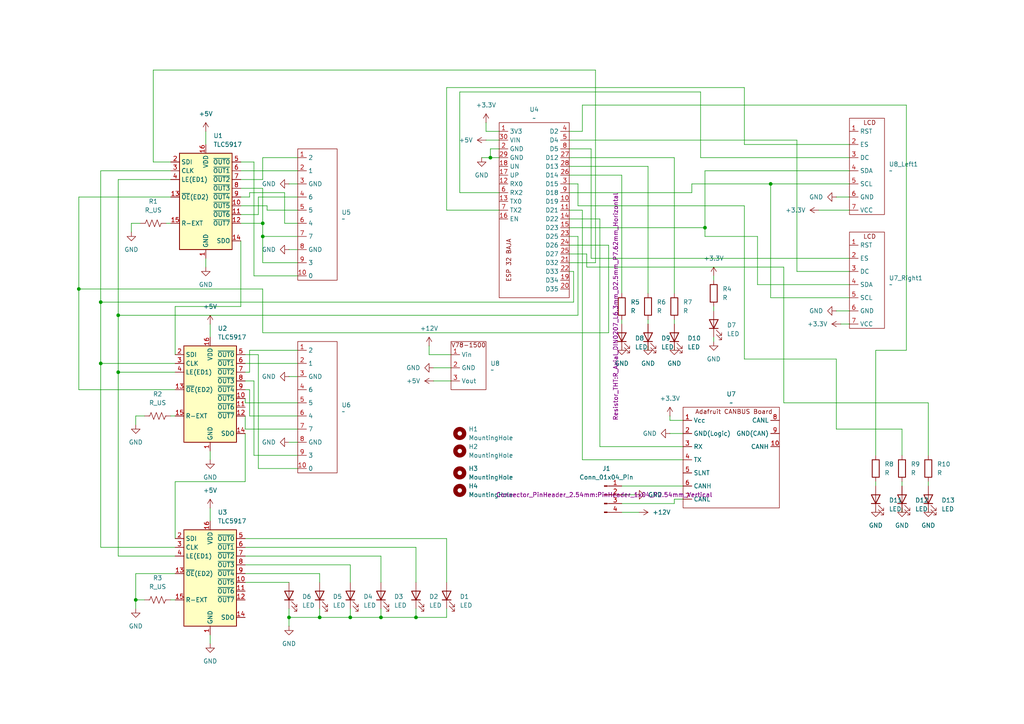
<source format=kicad_sch>
(kicad_sch
	(version 20231120)
	(generator "eeschema")
	(generator_version "8.0")
	(uuid "4e7877e6-0ece-45a5-b98d-6438ada69c95")
	(paper "A4")
	(lib_symbols
		(symbol "7 Segment LCD:7_Segment_LED"
			(exclude_from_sim no)
			(in_bom yes)
			(on_board yes)
			(property "Reference" "U"
				(at 0 0 0)
				(effects
					(font
						(size 1.27 1.27)
					)
				)
			)
			(property "Value" ""
				(at 0 0 0)
				(effects
					(font
						(size 1.27 1.27)
					)
				)
			)
			(property "Footprint" ""
				(at 0 0 0)
				(effects
					(font
						(size 1.27 1.27)
					)
					(hide yes)
				)
			)
			(property "Datasheet" ""
				(at 0 0 0)
				(effects
					(font
						(size 1.27 1.27)
					)
					(hide yes)
				)
			)
			(property "Description" ""
				(at 0 0 0)
				(effects
					(font
						(size 1.27 1.27)
					)
					(hide yes)
				)
			)
			(symbol "7_Segment_LED_0_1"
				(rectangle
					(start -7.62 2.54)
					(end 3.81 -35.56)
					(stroke
						(width 0)
						(type default)
					)
					(fill
						(type none)
					)
				)
			)
			(symbol "7_Segment_LED_1_1"
				(pin input line
					(at -7.62 0 0)
					(length 2.54)
					(name "2"
						(effects
							(font
								(size 1.27 1.27)
							)
						)
					)
					(number "1"
						(effects
							(font
								(size 1.27 1.27)
							)
						)
					)
				)
				(pin input line
					(at -7.62 -34.29 0)
					(length 2.54)
					(name "0"
						(effects
							(font
								(size 1.27 1.27)
							)
						)
					)
					(number "10"
						(effects
							(font
								(size 1.27 1.27)
							)
						)
					)
				)
				(pin input line
					(at -7.62 -3.81 0)
					(length 2.54)
					(name "1"
						(effects
							(font
								(size 1.27 1.27)
							)
						)
					)
					(number "2"
						(effects
							(font
								(size 1.27 1.27)
							)
						)
					)
				)
				(pin input line
					(at -7.62 -7.62 0)
					(length 2.54)
					(name "GND"
						(effects
							(font
								(size 1.27 1.27)
							)
						)
					)
					(number "3"
						(effects
							(font
								(size 1.27 1.27)
							)
						)
					)
				)
				(pin input line
					(at -7.62 -11.43 0)
					(length 2.54)
					(name "6"
						(effects
							(font
								(size 1.27 1.27)
							)
						)
					)
					(number "4"
						(effects
							(font
								(size 1.27 1.27)
							)
						)
					)
				)
				(pin input line
					(at -7.62 -15.24 0)
					(length 2.54)
					(name "5"
						(effects
							(font
								(size 1.27 1.27)
							)
						)
					)
					(number "5"
						(effects
							(font
								(size 1.27 1.27)
							)
						)
					)
				)
				(pin input line
					(at -7.62 -19.05 0)
					(length 2.54)
					(name "4"
						(effects
							(font
								(size 1.27 1.27)
							)
						)
					)
					(number "6"
						(effects
							(font
								(size 1.27 1.27)
							)
						)
					)
				)
				(pin input line
					(at -7.62 -22.86 0)
					(length 2.54)
					(name "7"
						(effects
							(font
								(size 1.27 1.27)
							)
						)
					)
					(number "7"
						(effects
							(font
								(size 1.27 1.27)
							)
						)
					)
				)
				(pin input line
					(at -7.62 -26.67 0)
					(length 2.54)
					(name "GND"
						(effects
							(font
								(size 1.27 1.27)
							)
						)
					)
					(number "8"
						(effects
							(font
								(size 1.27 1.27)
							)
						)
					)
				)
				(pin input line
					(at -7.62 -30.48 0)
					(length 2.54)
					(name "3"
						(effects
							(font
								(size 1.27 1.27)
							)
						)
					)
					(number "9"
						(effects
							(font
								(size 1.27 1.27)
							)
						)
					)
				)
			)
		)
		(symbol "CanBUS:Adafruit_CAN_Pal"
			(exclude_from_sim no)
			(in_bom yes)
			(on_board yes)
			(property "Reference" "U"
				(at 0 0 0)
				(effects
					(font
						(size 1.27 1.27)
					)
				)
			)
			(property "Value" ""
				(at 0 0 0)
				(effects
					(font
						(size 1.27 1.27)
					)
				)
			)
			(property "Footprint" ""
				(at 0 0 0)
				(effects
					(font
						(size 1.27 1.27)
					)
					(hide yes)
				)
			)
			(property "Datasheet" ""
				(at 0 0 0)
				(effects
					(font
						(size 1.27 1.27)
					)
					(hide yes)
				)
			)
			(property "Description" ""
				(at 0 0 0)
				(effects
					(font
						(size 1.27 1.27)
					)
					(hide yes)
				)
			)
			(symbol "Adafruit_CAN_Pal_1_1"
				(rectangle
					(start -15.24 -25.4)
					(end 12.7 3.81)
					(stroke
						(width 0)
						(type default)
					)
					(fill
						(type none)
					)
				)
				(text "Adafruit CANBUS Board"
					(at -0.508 2.54 0)
					(effects
						(font
							(size 1.27 1.27)
						)
					)
				)
				(pin input line
					(at -15.24 0 0)
					(length 2.54)
					(name "Vcc"
						(effects
							(font
								(size 1.27 1.27)
							)
						)
					)
					(number "1"
						(effects
							(font
								(size 1.27 1.27)
							)
						)
					)
				)
				(pin input line
					(at 12.7 -7.62 180)
					(length 2.54)
					(name "CANH"
						(effects
							(font
								(size 1.27 1.27)
							)
						)
					)
					(number "10"
						(effects
							(font
								(size 1.27 1.27)
							)
						)
					)
				)
				(pin input line
					(at -15.24 -3.81 0)
					(length 2.54)
					(name "GND(Logic)"
						(effects
							(font
								(size 1.27 1.27)
							)
						)
					)
					(number "2"
						(effects
							(font
								(size 1.27 1.27)
							)
						)
					)
				)
				(pin input line
					(at -15.24 -7.62 0)
					(length 2.54)
					(name "RX"
						(effects
							(font
								(size 1.27 1.27)
							)
						)
					)
					(number "3"
						(effects
							(font
								(size 1.27 1.27)
							)
						)
					)
				)
				(pin input line
					(at -15.24 -11.43 0)
					(length 2.54)
					(name "TX"
						(effects
							(font
								(size 1.27 1.27)
							)
						)
					)
					(number "4"
						(effects
							(font
								(size 1.27 1.27)
							)
						)
					)
				)
				(pin input line
					(at -15.24 -15.24 0)
					(length 2.54)
					(name "SLNT"
						(effects
							(font
								(size 1.27 1.27)
							)
						)
					)
					(number "5"
						(effects
							(font
								(size 1.27 1.27)
							)
						)
					)
				)
				(pin input line
					(at -15.24 -19.05 0)
					(length 2.54)
					(name "CANH"
						(effects
							(font
								(size 1.27 1.27)
							)
						)
					)
					(number "6"
						(effects
							(font
								(size 1.27 1.27)
							)
						)
					)
				)
				(pin input line
					(at -15.24 -22.86 0)
					(length 2.54)
					(name "CANL"
						(effects
							(font
								(size 1.27 1.27)
							)
						)
					)
					(number "7"
						(effects
							(font
								(size 1.27 1.27)
							)
						)
					)
				)
				(pin input line
					(at 12.7 0 180)
					(length 2.54)
					(name "CANL"
						(effects
							(font
								(size 1.27 1.27)
							)
						)
					)
					(number "8"
						(effects
							(font
								(size 1.27 1.27)
							)
						)
					)
				)
				(pin input line
					(at 12.7 -3.81 180)
					(length 2.54)
					(name "GND(CAN)"
						(effects
							(font
								(size 1.27 1.27)
							)
						)
					)
					(number "9"
						(effects
							(font
								(size 1.27 1.27)
							)
						)
					)
				)
			)
		)
		(symbol "Connector:Conn_01x04_Pin"
			(pin_names
				(offset 1.016) hide)
			(exclude_from_sim no)
			(in_bom yes)
			(on_board yes)
			(property "Reference" "J"
				(at 0 5.08 0)
				(effects
					(font
						(size 1.27 1.27)
					)
				)
			)
			(property "Value" "Conn_01x04_Pin"
				(at 0 -7.62 0)
				(effects
					(font
						(size 1.27 1.27)
					)
				)
			)
			(property "Footprint" ""
				(at 0 0 0)
				(effects
					(font
						(size 1.27 1.27)
					)
					(hide yes)
				)
			)
			(property "Datasheet" "~"
				(at 0 0 0)
				(effects
					(font
						(size 1.27 1.27)
					)
					(hide yes)
				)
			)
			(property "Description" "Generic connector, single row, 01x04, script generated"
				(at 0 0 0)
				(effects
					(font
						(size 1.27 1.27)
					)
					(hide yes)
				)
			)
			(property "ki_locked" ""
				(at 0 0 0)
				(effects
					(font
						(size 1.27 1.27)
					)
				)
			)
			(property "ki_keywords" "connector"
				(at 0 0 0)
				(effects
					(font
						(size 1.27 1.27)
					)
					(hide yes)
				)
			)
			(property "ki_fp_filters" "Connector*:*_1x??_*"
				(at 0 0 0)
				(effects
					(font
						(size 1.27 1.27)
					)
					(hide yes)
				)
			)
			(symbol "Conn_01x04_Pin_1_1"
				(polyline
					(pts
						(xy 1.27 -5.08) (xy 0.8636 -5.08)
					)
					(stroke
						(width 0.1524)
						(type default)
					)
					(fill
						(type none)
					)
				)
				(polyline
					(pts
						(xy 1.27 -2.54) (xy 0.8636 -2.54)
					)
					(stroke
						(width 0.1524)
						(type default)
					)
					(fill
						(type none)
					)
				)
				(polyline
					(pts
						(xy 1.27 0) (xy 0.8636 0)
					)
					(stroke
						(width 0.1524)
						(type default)
					)
					(fill
						(type none)
					)
				)
				(polyline
					(pts
						(xy 1.27 2.54) (xy 0.8636 2.54)
					)
					(stroke
						(width 0.1524)
						(type default)
					)
					(fill
						(type none)
					)
				)
				(rectangle
					(start 0.8636 -4.953)
					(end 0 -5.207)
					(stroke
						(width 0.1524)
						(type default)
					)
					(fill
						(type outline)
					)
				)
				(rectangle
					(start 0.8636 -2.413)
					(end 0 -2.667)
					(stroke
						(width 0.1524)
						(type default)
					)
					(fill
						(type outline)
					)
				)
				(rectangle
					(start 0.8636 0.127)
					(end 0 -0.127)
					(stroke
						(width 0.1524)
						(type default)
					)
					(fill
						(type outline)
					)
				)
				(rectangle
					(start 0.8636 2.667)
					(end 0 2.413)
					(stroke
						(width 0.1524)
						(type default)
					)
					(fill
						(type outline)
					)
				)
				(pin passive line
					(at 5.08 2.54 180)
					(length 3.81)
					(name "Pin_1"
						(effects
							(font
								(size 1.27 1.27)
							)
						)
					)
					(number "1"
						(effects
							(font
								(size 1.27 1.27)
							)
						)
					)
				)
				(pin passive line
					(at 5.08 0 180)
					(length 3.81)
					(name "Pin_2"
						(effects
							(font
								(size 1.27 1.27)
							)
						)
					)
					(number "2"
						(effects
							(font
								(size 1.27 1.27)
							)
						)
					)
				)
				(pin passive line
					(at 5.08 -2.54 180)
					(length 3.81)
					(name "Pin_3"
						(effects
							(font
								(size 1.27 1.27)
							)
						)
					)
					(number "3"
						(effects
							(font
								(size 1.27 1.27)
							)
						)
					)
				)
				(pin passive line
					(at 5.08 -5.08 180)
					(length 3.81)
					(name "Pin_4"
						(effects
							(font
								(size 1.27 1.27)
							)
						)
					)
					(number "4"
						(effects
							(font
								(size 1.27 1.27)
							)
						)
					)
				)
			)
		)
		(symbol "Device:LED"
			(pin_numbers hide)
			(pin_names
				(offset 1.016) hide)
			(exclude_from_sim no)
			(in_bom yes)
			(on_board yes)
			(property "Reference" "D"
				(at 0 2.54 0)
				(effects
					(font
						(size 1.27 1.27)
					)
				)
			)
			(property "Value" "LED"
				(at 0 -2.54 0)
				(effects
					(font
						(size 1.27 1.27)
					)
				)
			)
			(property "Footprint" ""
				(at 0 0 0)
				(effects
					(font
						(size 1.27 1.27)
					)
					(hide yes)
				)
			)
			(property "Datasheet" "~"
				(at 0 0 0)
				(effects
					(font
						(size 1.27 1.27)
					)
					(hide yes)
				)
			)
			(property "Description" "Light emitting diode"
				(at 0 0 0)
				(effects
					(font
						(size 1.27 1.27)
					)
					(hide yes)
				)
			)
			(property "ki_keywords" "LED diode"
				(at 0 0 0)
				(effects
					(font
						(size 1.27 1.27)
					)
					(hide yes)
				)
			)
			(property "ki_fp_filters" "LED* LED_SMD:* LED_THT:*"
				(at 0 0 0)
				(effects
					(font
						(size 1.27 1.27)
					)
					(hide yes)
				)
			)
			(symbol "LED_0_1"
				(polyline
					(pts
						(xy -1.27 -1.27) (xy -1.27 1.27)
					)
					(stroke
						(width 0.254)
						(type default)
					)
					(fill
						(type none)
					)
				)
				(polyline
					(pts
						(xy -1.27 0) (xy 1.27 0)
					)
					(stroke
						(width 0)
						(type default)
					)
					(fill
						(type none)
					)
				)
				(polyline
					(pts
						(xy 1.27 -1.27) (xy 1.27 1.27) (xy -1.27 0) (xy 1.27 -1.27)
					)
					(stroke
						(width 0.254)
						(type default)
					)
					(fill
						(type none)
					)
				)
				(polyline
					(pts
						(xy -3.048 -0.762) (xy -4.572 -2.286) (xy -3.81 -2.286) (xy -4.572 -2.286) (xy -4.572 -1.524)
					)
					(stroke
						(width 0)
						(type default)
					)
					(fill
						(type none)
					)
				)
				(polyline
					(pts
						(xy -1.778 -0.762) (xy -3.302 -2.286) (xy -2.54 -2.286) (xy -3.302 -2.286) (xy -3.302 -1.524)
					)
					(stroke
						(width 0)
						(type default)
					)
					(fill
						(type none)
					)
				)
			)
			(symbol "LED_1_1"
				(pin passive line
					(at -3.81 0 0)
					(length 2.54)
					(name "K"
						(effects
							(font
								(size 1.27 1.27)
							)
						)
					)
					(number "1"
						(effects
							(font
								(size 1.27 1.27)
							)
						)
					)
				)
				(pin passive line
					(at 3.81 0 180)
					(length 2.54)
					(name "A"
						(effects
							(font
								(size 1.27 1.27)
							)
						)
					)
					(number "2"
						(effects
							(font
								(size 1.27 1.27)
							)
						)
					)
				)
			)
		)
		(symbol "Device:R"
			(pin_numbers hide)
			(pin_names
				(offset 0)
			)
			(exclude_from_sim no)
			(in_bom yes)
			(on_board yes)
			(property "Reference" "R"
				(at 2.032 0 90)
				(effects
					(font
						(size 1.27 1.27)
					)
				)
			)
			(property "Value" "R"
				(at 0 0 90)
				(effects
					(font
						(size 1.27 1.27)
					)
				)
			)
			(property "Footprint" ""
				(at -1.778 0 90)
				(effects
					(font
						(size 1.27 1.27)
					)
					(hide yes)
				)
			)
			(property "Datasheet" "~"
				(at 0 0 0)
				(effects
					(font
						(size 1.27 1.27)
					)
					(hide yes)
				)
			)
			(property "Description" "Resistor"
				(at 0 0 0)
				(effects
					(font
						(size 1.27 1.27)
					)
					(hide yes)
				)
			)
			(property "ki_keywords" "R res resistor"
				(at 0 0 0)
				(effects
					(font
						(size 1.27 1.27)
					)
					(hide yes)
				)
			)
			(property "ki_fp_filters" "R_*"
				(at 0 0 0)
				(effects
					(font
						(size 1.27 1.27)
					)
					(hide yes)
				)
			)
			(symbol "R_0_1"
				(rectangle
					(start -1.016 -2.54)
					(end 1.016 2.54)
					(stroke
						(width 0.254)
						(type default)
					)
					(fill
						(type none)
					)
				)
			)
			(symbol "R_1_1"
				(pin passive line
					(at 0 3.81 270)
					(length 1.27)
					(name "~"
						(effects
							(font
								(size 1.27 1.27)
							)
						)
					)
					(number "1"
						(effects
							(font
								(size 1.27 1.27)
							)
						)
					)
				)
				(pin passive line
					(at 0 -3.81 90)
					(length 1.27)
					(name "~"
						(effects
							(font
								(size 1.27 1.27)
							)
						)
					)
					(number "2"
						(effects
							(font
								(size 1.27 1.27)
							)
						)
					)
				)
			)
		)
		(symbol "Device:R_US"
			(pin_numbers hide)
			(pin_names
				(offset 0)
			)
			(exclude_from_sim no)
			(in_bom yes)
			(on_board yes)
			(property "Reference" "R"
				(at 2.54 0 90)
				(effects
					(font
						(size 1.27 1.27)
					)
				)
			)
			(property "Value" "R_US"
				(at -2.54 0 90)
				(effects
					(font
						(size 1.27 1.27)
					)
				)
			)
			(property "Footprint" ""
				(at 1.016 -0.254 90)
				(effects
					(font
						(size 1.27 1.27)
					)
					(hide yes)
				)
			)
			(property "Datasheet" "~"
				(at 0 0 0)
				(effects
					(font
						(size 1.27 1.27)
					)
					(hide yes)
				)
			)
			(property "Description" "Resistor, US symbol"
				(at 0 0 0)
				(effects
					(font
						(size 1.27 1.27)
					)
					(hide yes)
				)
			)
			(property "ki_keywords" "R res resistor"
				(at 0 0 0)
				(effects
					(font
						(size 1.27 1.27)
					)
					(hide yes)
				)
			)
			(property "ki_fp_filters" "R_*"
				(at 0 0 0)
				(effects
					(font
						(size 1.27 1.27)
					)
					(hide yes)
				)
			)
			(symbol "R_US_0_1"
				(polyline
					(pts
						(xy 0 -2.286) (xy 0 -2.54)
					)
					(stroke
						(width 0)
						(type default)
					)
					(fill
						(type none)
					)
				)
				(polyline
					(pts
						(xy 0 2.286) (xy 0 2.54)
					)
					(stroke
						(width 0)
						(type default)
					)
					(fill
						(type none)
					)
				)
				(polyline
					(pts
						(xy 0 -0.762) (xy 1.016 -1.143) (xy 0 -1.524) (xy -1.016 -1.905) (xy 0 -2.286)
					)
					(stroke
						(width 0)
						(type default)
					)
					(fill
						(type none)
					)
				)
				(polyline
					(pts
						(xy 0 0.762) (xy 1.016 0.381) (xy 0 0) (xy -1.016 -0.381) (xy 0 -0.762)
					)
					(stroke
						(width 0)
						(type default)
					)
					(fill
						(type none)
					)
				)
				(polyline
					(pts
						(xy 0 2.286) (xy 1.016 1.905) (xy 0 1.524) (xy -1.016 1.143) (xy 0 0.762)
					)
					(stroke
						(width 0)
						(type default)
					)
					(fill
						(type none)
					)
				)
			)
			(symbol "R_US_1_1"
				(pin passive line
					(at 0 3.81 270)
					(length 1.27)
					(name "~"
						(effects
							(font
								(size 1.27 1.27)
							)
						)
					)
					(number "1"
						(effects
							(font
								(size 1.27 1.27)
							)
						)
					)
				)
				(pin passive line
					(at 0 -3.81 90)
					(length 1.27)
					(name "~"
						(effects
							(font
								(size 1.27 1.27)
							)
						)
					)
					(number "2"
						(effects
							(font
								(size 1.27 1.27)
							)
						)
					)
				)
			)
		)
		(symbol "Driver_LED:TLC5917"
			(exclude_from_sim no)
			(in_bom yes)
			(on_board yes)
			(property "Reference" "U"
				(at -7.62 13.97 0)
				(effects
					(font
						(size 1.27 1.27)
					)
				)
			)
			(property "Value" "TLC5917"
				(at -7.62 -16.51 0)
				(effects
					(font
						(size 1.27 1.27)
					)
				)
			)
			(property "Footprint" ""
				(at 0 0 0)
				(effects
					(font
						(size 1.27 1.27)
					)
					(hide yes)
				)
			)
			(property "Datasheet" "https://www.ti.com/lit/ds/symlink/tlc5917.pdf"
				(at 1.27 0 0)
				(effects
					(font
						(size 1.27 1.27)
					)
					(hide yes)
				)
			)
			(property "Description" "8-Channel Constant-Current LED Sink Driver, Short to VLED detection"
				(at 0 0 0)
				(effects
					(font
						(size 1.27 1.27)
					)
					(hide yes)
				)
			)
			(property "ki_keywords" "LED Constant-Current Driver"
				(at 0 0 0)
				(effects
					(font
						(size 1.27 1.27)
					)
					(hide yes)
				)
			)
			(property "ki_fp_filters" "DIP*W7.62mm* SOIC*3.9x9.9mm*P1.27mm* TSSOP*4.4x5mm*P0.65mm*"
				(at 0 0 0)
				(effects
					(font
						(size 1.27 1.27)
					)
					(hide yes)
				)
			)
			(symbol "TLC5917_1_0"
				(pin power_in line
					(at 0 -17.78 90)
					(length 2.54)
					(name "GND"
						(effects
							(font
								(size 1.27 1.27)
							)
						)
					)
					(number "1"
						(effects
							(font
								(size 1.27 1.27)
							)
						)
					)
				)
				(pin open_collector line
					(at 10.16 -2.54 180)
					(length 2.54)
					(name "~{OUT5}"
						(effects
							(font
								(size 1.27 1.27)
							)
						)
					)
					(number "10"
						(effects
							(font
								(size 1.27 1.27)
							)
						)
					)
				)
				(pin open_collector line
					(at 10.16 -5.08 180)
					(length 2.54)
					(name "~{OUT6}"
						(effects
							(font
								(size 1.27 1.27)
							)
						)
					)
					(number "11"
						(effects
							(font
								(size 1.27 1.27)
							)
						)
					)
				)
				(pin open_collector line
					(at 10.16 -7.62 180)
					(length 2.54)
					(name "~{OUT7}"
						(effects
							(font
								(size 1.27 1.27)
							)
						)
					)
					(number "12"
						(effects
							(font
								(size 1.27 1.27)
							)
						)
					)
				)
				(pin passive line
					(at -10.16 0 0)
					(length 2.54)
					(name "~{OE}(ED2)"
						(effects
							(font
								(size 1.27 1.27)
							)
						)
					)
					(number "13"
						(effects
							(font
								(size 1.27 1.27)
							)
						)
					)
				)
				(pin output line
					(at 10.16 -12.7 180)
					(length 2.54)
					(name "SDO"
						(effects
							(font
								(size 1.27 1.27)
							)
						)
					)
					(number "14"
						(effects
							(font
								(size 1.27 1.27)
							)
						)
					)
				)
				(pin input line
					(at -10.16 -7.62 0)
					(length 2.54)
					(name "R-EXT"
						(effects
							(font
								(size 1.27 1.27)
							)
						)
					)
					(number "15"
						(effects
							(font
								(size 1.27 1.27)
							)
						)
					)
				)
				(pin power_in line
					(at 0 15.24 270)
					(length 2.54)
					(name "VDD"
						(effects
							(font
								(size 1.27 1.27)
							)
						)
					)
					(number "16"
						(effects
							(font
								(size 1.27 1.27)
							)
						)
					)
				)
				(pin input line
					(at -10.16 10.16 0)
					(length 2.54)
					(name "SDI"
						(effects
							(font
								(size 1.27 1.27)
							)
						)
					)
					(number "2"
						(effects
							(font
								(size 1.27 1.27)
							)
						)
					)
				)
				(pin input line
					(at -10.16 7.62 0)
					(length 2.54)
					(name "CLK"
						(effects
							(font
								(size 1.27 1.27)
							)
						)
					)
					(number "3"
						(effects
							(font
								(size 1.27 1.27)
							)
						)
					)
				)
				(pin passive line
					(at -10.16 5.08 0)
					(length 2.54)
					(name "LE(ED1)"
						(effects
							(font
								(size 1.27 1.27)
							)
						)
					)
					(number "4"
						(effects
							(font
								(size 1.27 1.27)
							)
						)
					)
				)
				(pin open_collector line
					(at 10.16 10.16 180)
					(length 2.54)
					(name "~{OUT0}"
						(effects
							(font
								(size 1.27 1.27)
							)
						)
					)
					(number "5"
						(effects
							(font
								(size 1.27 1.27)
							)
						)
					)
				)
				(pin open_collector line
					(at 10.16 7.62 180)
					(length 2.54)
					(name "~{OUT1}"
						(effects
							(font
								(size 1.27 1.27)
							)
						)
					)
					(number "6"
						(effects
							(font
								(size 1.27 1.27)
							)
						)
					)
				)
				(pin open_collector line
					(at 10.16 5.08 180)
					(length 2.54)
					(name "~{OUT2}"
						(effects
							(font
								(size 1.27 1.27)
							)
						)
					)
					(number "7"
						(effects
							(font
								(size 1.27 1.27)
							)
						)
					)
				)
				(pin open_collector line
					(at 10.16 2.54 180)
					(length 2.54)
					(name "~{OUT3}"
						(effects
							(font
								(size 1.27 1.27)
							)
						)
					)
					(number "8"
						(effects
							(font
								(size 1.27 1.27)
							)
						)
					)
				)
				(pin open_collector line
					(at 10.16 0 180)
					(length 2.54)
					(name "~{OUT4}"
						(effects
							(font
								(size 1.27 1.27)
							)
						)
					)
					(number "9"
						(effects
							(font
								(size 1.27 1.27)
							)
						)
					)
				)
			)
			(symbol "TLC5917_1_1"
				(rectangle
					(start -7.62 12.7)
					(end 7.62 -15.24)
					(stroke
						(width 0.254)
						(type default)
					)
					(fill
						(type background)
					)
				)
			)
		)
		(symbol "ESP 32:ESP32"
			(exclude_from_sim no)
			(in_bom yes)
			(on_board yes)
			(property "Reference" "U"
				(at 0 0 0)
				(effects
					(font
						(size 1.27 1.27)
					)
				)
			)
			(property "Value" ""
				(at 0 0 0)
				(effects
					(font
						(size 1.27 1.27)
					)
				)
			)
			(property "Footprint" "ESP 32:ESP 32 BAJA"
				(at -1.016 -36.322 90)
				(effects
					(font
						(size 1.27 1.27)
					)
					(hide yes)
				)
			)
			(property "Datasheet" ""
				(at 0 0 0)
				(effects
					(font
						(size 1.27 1.27)
					)
					(hide yes)
				)
			)
			(property "Description" ""
				(at 0 0 0)
				(effects
					(font
						(size 1.27 1.27)
					)
					(hide yes)
				)
			)
			(symbol "ESP32_0_1"
				(rectangle
					(start -10.16 1.27)
					(end 10.16 -49.53)
					(stroke
						(width 0)
						(type default)
					)
					(fill
						(type none)
					)
				)
			)
			(symbol "ESP32_1_1"
				(text "ESP 32 BAJA\n"
					(at -7.366 -38.608 900)
					(effects
						(font
							(size 1.27 1.27)
						)
					)
				)
				(pin power_in line
					(at -10.16 -1.27 0)
					(length 2.54)
					(name "3V3"
						(effects
							(font
								(size 1.27 1.27)
							)
						)
					)
					(number "1"
						(effects
							(font
								(size 1.27 1.27)
							)
						)
					)
				)
				(pin bidirectional line
					(at 10.16 -21.59 180)
					(length 2.54)
					(name "D19"
						(effects
							(font
								(size 1.27 1.27)
							)
						)
					)
					(number "10"
						(effects
							(font
								(size 1.27 1.27)
							)
						)
					)
				)
				(pin bidirectional line
					(at 10.16 -24.13 180)
					(length 2.54)
					(name "D21"
						(effects
							(font
								(size 1.27 1.27)
							)
						)
					)
					(number "11"
						(effects
							(font
								(size 1.27 1.27)
							)
						)
					)
				)
				(pin input line
					(at -10.16 -16.51 0)
					(length 2.54)
					(name "RX0"
						(effects
							(font
								(size 1.27 1.27)
							)
						)
					)
					(number "12"
						(effects
							(font
								(size 1.27 1.27)
							)
						)
					)
				)
				(pin output line
					(at -10.16 -21.59 0)
					(length 2.54)
					(name "TX0"
						(effects
							(font
								(size 1.27 1.27)
							)
						)
					)
					(number "13"
						(effects
							(font
								(size 1.27 1.27)
							)
						)
					)
				)
				(pin bidirectional line
					(at 10.16 -26.67 180)
					(length 2.54)
					(name "D22"
						(effects
							(font
								(size 1.27 1.27)
							)
						)
					)
					(number "14"
						(effects
							(font
								(size 1.27 1.27)
							)
						)
					)
				)
				(pin bidirectional line
					(at 10.16 -29.21 180)
					(length 2.54)
					(name "D23"
						(effects
							(font
								(size 1.27 1.27)
							)
						)
					)
					(number "15"
						(effects
							(font
								(size 1.27 1.27)
							)
						)
					)
				)
				(pin bidirectional line
					(at -10.16 -26.67 0)
					(length 2.54)
					(name "EN"
						(effects
							(font
								(size 1.27 1.27)
							)
						)
					)
					(number "16"
						(effects
							(font
								(size 1.27 1.27)
							)
						)
					)
				)
				(pin passive line
					(at -10.16 -13.97 0)
					(length 2.54)
					(name "UP"
						(effects
							(font
								(size 1.27 1.27)
							)
						)
					)
					(number "17"
						(effects
							(font
								(size 1.27 1.27)
							)
						)
					)
				)
				(pin free line
					(at -10.16 -11.43 0)
					(length 2.54)
					(name "UN"
						(effects
							(font
								(size 1.27 1.27)
							)
						)
					)
					(number "18"
						(effects
							(font
								(size 1.27 1.27)
							)
						)
					)
				)
				(pin bidirectional line
					(at 10.16 -44.45 180)
					(length 2.54)
					(name "D34"
						(effects
							(font
								(size 1.27 1.27)
							)
						)
					)
					(number "19"
						(effects
							(font
								(size 1.27 1.27)
							)
						)
					)
				)
				(pin power_in line
					(at -10.16 -6.35 0)
					(length 2.54)
					(name "GND"
						(effects
							(font
								(size 1.27 1.27)
							)
						)
					)
					(number "2"
						(effects
							(font
								(size 1.27 1.27)
							)
						)
					)
				)
				(pin bidirectional line
					(at 10.16 -46.99 180)
					(length 2.54)
					(name "D35"
						(effects
							(font
								(size 1.27 1.27)
							)
						)
					)
					(number "20"
						(effects
							(font
								(size 1.27 1.27)
							)
						)
					)
				)
				(pin bidirectional line
					(at 10.16 -39.37 180)
					(length 2.54)
					(name "D32"
						(effects
							(font
								(size 1.27 1.27)
							)
						)
					)
					(number "21"
						(effects
							(font
								(size 1.27 1.27)
							)
						)
					)
				)
				(pin bidirectional line
					(at 10.16 -41.91 180)
					(length 2.54)
					(name "D33"
						(effects
							(font
								(size 1.27 1.27)
							)
						)
					)
					(number "22"
						(effects
							(font
								(size 1.27 1.27)
							)
						)
					)
				)
				(pin bidirectional line
					(at 10.16 -31.75 180)
					(length 2.54)
					(name "D25"
						(effects
							(font
								(size 1.27 1.27)
							)
						)
					)
					(number "23"
						(effects
							(font
								(size 1.27 1.27)
							)
						)
					)
				)
				(pin bidirectional line
					(at 10.16 -34.29 180)
					(length 2.54)
					(name "D26"
						(effects
							(font
								(size 1.27 1.27)
							)
						)
					)
					(number "24"
						(effects
							(font
								(size 1.27 1.27)
							)
						)
					)
				)
				(pin bidirectional line
					(at 10.16 -36.83 180)
					(length 2.54)
					(name "D27"
						(effects
							(font
								(size 1.27 1.27)
							)
						)
					)
					(number "25"
						(effects
							(font
								(size 1.27 1.27)
							)
						)
					)
				)
				(pin bidirectional line
					(at 10.16 -13.97 180)
					(length 2.54)
					(name "D14"
						(effects
							(font
								(size 1.27 1.27)
							)
						)
					)
					(number "26"
						(effects
							(font
								(size 1.27 1.27)
							)
						)
					)
				)
				(pin bidirectional line
					(at 10.16 -8.89 180)
					(length 2.54)
					(name "D12"
						(effects
							(font
								(size 1.27 1.27)
							)
						)
					)
					(number "27"
						(effects
							(font
								(size 1.27 1.27)
							)
						)
					)
				)
				(pin bidirectional line
					(at 10.16 -11.43 180)
					(length 2.54)
					(name "D13"
						(effects
							(font
								(size 1.27 1.27)
							)
						)
					)
					(number "28"
						(effects
							(font
								(size 1.27 1.27)
							)
						)
					)
				)
				(pin power_in line
					(at -10.16 -8.89 0)
					(length 2.54)
					(name "GND"
						(effects
							(font
								(size 1.27 1.27)
							)
						)
					)
					(number "29"
						(effects
							(font
								(size 1.27 1.27)
							)
						)
					)
				)
				(pin bidirectional line
					(at 10.16 -16.51 180)
					(length 2.54)
					(name "D15"
						(effects
							(font
								(size 1.27 1.27)
							)
						)
					)
					(number "3"
						(effects
							(font
								(size 1.27 1.27)
							)
						)
					)
				)
				(pin power_in line
					(at -10.16 -3.81 0)
					(length 2.54)
					(name "VIN"
						(effects
							(font
								(size 1.27 1.27)
							)
						)
					)
					(number "30"
						(effects
							(font
								(size 1.27 1.27)
							)
						)
					)
				)
				(pin bidirectional line
					(at 10.16 -1.27 180)
					(length 2.54)
					(name "D2"
						(effects
							(font
								(size 1.27 1.27)
							)
						)
					)
					(number "4"
						(effects
							(font
								(size 1.27 1.27)
							)
						)
					)
				)
				(pin bidirectional line
					(at 10.16 -3.81 180)
					(length 2.54)
					(name "D4"
						(effects
							(font
								(size 1.27 1.27)
							)
						)
					)
					(number "5"
						(effects
							(font
								(size 1.27 1.27)
							)
						)
					)
				)
				(pin input line
					(at -10.16 -19.05 0)
					(length 2.54)
					(name "RX2"
						(effects
							(font
								(size 1.27 1.27)
							)
						)
					)
					(number "6"
						(effects
							(font
								(size 1.27 1.27)
							)
						)
					)
				)
				(pin output line
					(at -10.16 -24.13 0)
					(length 2.54)
					(name "TX2"
						(effects
							(font
								(size 1.27 1.27)
							)
						)
					)
					(number "7"
						(effects
							(font
								(size 1.27 1.27)
							)
						)
					)
				)
				(pin bidirectional line
					(at 10.16 -6.35 180)
					(length 2.54)
					(name "D5"
						(effects
							(font
								(size 1.27 1.27)
							)
						)
					)
					(number "8"
						(effects
							(font
								(size 1.27 1.27)
							)
						)
					)
				)
				(pin bidirectional line
					(at 10.16 -19.05 180)
					(length 2.54)
					(name "D18"
						(effects
							(font
								(size 1.27 1.27)
							)
						)
					)
					(number "9"
						(effects
							(font
								(size 1.27 1.27)
							)
						)
					)
				)
			)
		)
		(symbol "LCD:Teyleten_Robot_1.28_Inch_TFT_LCD_Display_Module_Round_RGB_240_*_240_GC9A01_Driver_4_Wire_SPI_Interface_240x240_PCB_for_Arduino_3PCS"
			(exclude_from_sim no)
			(in_bom yes)
			(on_board yes)
			(property "Reference" "U"
				(at 0 0 0)
				(effects
					(font
						(size 1.27 1.27)
					)
				)
			)
			(property "Value" ""
				(at 0 0 0)
				(effects
					(font
						(size 1.27 1.27)
					)
				)
			)
			(property "Footprint" ""
				(at 0 0 0)
				(effects
					(font
						(size 1.27 1.27)
					)
					(hide yes)
				)
			)
			(property "Datasheet" ""
				(at 0 0 0)
				(effects
					(font
						(size 1.27 1.27)
					)
					(hide yes)
				)
			)
			(property "Description" ""
				(at 0 0 0)
				(effects
					(font
						(size 1.27 1.27)
					)
					(hide yes)
				)
			)
			(symbol "Teyleten_Robot_1.28_Inch_TFT_LCD_Display_Module_Round_RGB_240_*_240_GC9A01_Driver_4_Wire_SPI_Interface_240x240_PCB_for_Arduino_3PCS_1_1"
				(rectangle
					(start -2.54 -26.67)
					(end 7.62 1.27)
					(stroke
						(width 0)
						(type default)
					)
					(fill
						(type none)
					)
				)
				(text "LCD"
					(at 3.302 0 0)
					(effects
						(font
							(size 1.27 1.27)
						)
					)
				)
				(pin input line
					(at -2.54 -2.54 0)
					(length 2.54)
					(name "RST"
						(effects
							(font
								(size 1.27 1.27)
							)
						)
					)
					(number "1"
						(effects
							(font
								(size 1.27 1.27)
							)
						)
					)
				)
				(pin input line
					(at -2.54 -6.35 0)
					(length 2.54)
					(name "ES"
						(effects
							(font
								(size 1.27 1.27)
							)
						)
					)
					(number "2"
						(effects
							(font
								(size 1.27 1.27)
							)
						)
					)
				)
				(pin input line
					(at -2.54 -10.16 0)
					(length 2.54)
					(name "DC"
						(effects
							(font
								(size 1.27 1.27)
							)
						)
					)
					(number "3"
						(effects
							(font
								(size 1.27 1.27)
							)
						)
					)
				)
				(pin input line
					(at -2.54 -13.97 0)
					(length 2.54)
					(name "SDA"
						(effects
							(font
								(size 1.27 1.27)
							)
						)
					)
					(number "4"
						(effects
							(font
								(size 1.27 1.27)
							)
						)
					)
				)
				(pin input line
					(at -2.54 -17.78 0)
					(length 2.54)
					(name "SCL"
						(effects
							(font
								(size 1.27 1.27)
							)
						)
					)
					(number "5"
						(effects
							(font
								(size 1.27 1.27)
							)
						)
					)
				)
				(pin input line
					(at -2.54 -21.59 0)
					(length 2.54)
					(name "GND"
						(effects
							(font
								(size 1.27 1.27)
							)
						)
					)
					(number "6"
						(effects
							(font
								(size 1.27 1.27)
							)
						)
					)
				)
				(pin input line
					(at -2.54 -25.4 0)
					(length 2.54)
					(name "VCC"
						(effects
							(font
								(size 1.27 1.27)
							)
						)
					)
					(number "7"
						(effects
							(font
								(size 1.27 1.27)
							)
						)
					)
				)
			)
		)
		(symbol "Mechanical:MountingHole"
			(pin_names
				(offset 1.016)
			)
			(exclude_from_sim yes)
			(in_bom no)
			(on_board yes)
			(property "Reference" "H"
				(at 0 5.08 0)
				(effects
					(font
						(size 1.27 1.27)
					)
				)
			)
			(property "Value" "MountingHole"
				(at 0 3.175 0)
				(effects
					(font
						(size 1.27 1.27)
					)
				)
			)
			(property "Footprint" ""
				(at 0 0 0)
				(effects
					(font
						(size 1.27 1.27)
					)
					(hide yes)
				)
			)
			(property "Datasheet" "~"
				(at 0 0 0)
				(effects
					(font
						(size 1.27 1.27)
					)
					(hide yes)
				)
			)
			(property "Description" "Mounting Hole without connection"
				(at 0 0 0)
				(effects
					(font
						(size 1.27 1.27)
					)
					(hide yes)
				)
			)
			(property "ki_keywords" "mounting hole"
				(at 0 0 0)
				(effects
					(font
						(size 1.27 1.27)
					)
					(hide yes)
				)
			)
			(property "ki_fp_filters" "MountingHole*"
				(at 0 0 0)
				(effects
					(font
						(size 1.27 1.27)
					)
					(hide yes)
				)
			)
			(symbol "MountingHole_0_1"
				(circle
					(center 0 0)
					(radius 1.27)
					(stroke
						(width 1.27)
						(type default)
					)
					(fill
						(type none)
					)
				)
			)
		)
		(symbol "Voltage Regulators:V78-1500"
			(exclude_from_sim no)
			(in_bom yes)
			(on_board yes)
			(property "Reference" "U"
				(at 0 2.54 0)
				(effects
					(font
						(size 1.27 1.27)
					)
				)
			)
			(property "Value" ""
				(at 0 0 0)
				(effects
					(font
						(size 1.27 1.27)
					)
				)
			)
			(property "Footprint" ""
				(at 0 0 0)
				(effects
					(font
						(size 1.27 1.27)
					)
					(hide yes)
				)
			)
			(property "Datasheet" ""
				(at 0 0 0)
				(effects
					(font
						(size 1.27 1.27)
					)
					(hide yes)
				)
			)
			(property "Description" ""
				(at 0 0 0)
				(effects
					(font
						(size 1.27 1.27)
					)
					(hide yes)
				)
			)
			(symbol "V78-1500_0_1"
				(rectangle
					(start -5.08 1.27)
					(end 5.08 -12.7)
					(stroke
						(width 0)
						(type default)
					)
					(fill
						(type none)
					)
				)
			)
			(symbol "V78-1500_1_1"
				(text "V78-1500"
					(at 0 0.254 0)
					(effects
						(font
							(size 1.27 1.27)
						)
					)
				)
				(pin power_in line
					(at -5.08 -2.54 0)
					(length 2.54)
					(name "Vin"
						(effects
							(font
								(size 1.27 1.27)
							)
						)
					)
					(number "1"
						(effects
							(font
								(size 1.27 1.27)
							)
						)
					)
				)
				(pin power_in line
					(at -5.08 -6.35 0)
					(length 2.54)
					(name "GND"
						(effects
							(font
								(size 1.27 1.27)
							)
						)
					)
					(number "2"
						(effects
							(font
								(size 1.27 1.27)
							)
						)
					)
				)
				(pin power_out line
					(at -5.08 -10.16 0)
					(length 2.54)
					(name "Vout"
						(effects
							(font
								(size 1.27 1.27)
							)
						)
					)
					(number "3"
						(effects
							(font
								(size 1.27 1.27)
							)
						)
					)
				)
			)
		)
		(symbol "power:+12V"
			(power)
			(pin_numbers hide)
			(pin_names
				(offset 0) hide)
			(exclude_from_sim no)
			(in_bom yes)
			(on_board yes)
			(property "Reference" "#PWR"
				(at 0 -3.81 0)
				(effects
					(font
						(size 1.27 1.27)
					)
					(hide yes)
				)
			)
			(property "Value" "+12V"
				(at 0 3.556 0)
				(effects
					(font
						(size 1.27 1.27)
					)
				)
			)
			(property "Footprint" ""
				(at 0 0 0)
				(effects
					(font
						(size 1.27 1.27)
					)
					(hide yes)
				)
			)
			(property "Datasheet" ""
				(at 0 0 0)
				(effects
					(font
						(size 1.27 1.27)
					)
					(hide yes)
				)
			)
			(property "Description" "Power symbol creates a global label with name \"+12V\""
				(at 0 0 0)
				(effects
					(font
						(size 1.27 1.27)
					)
					(hide yes)
				)
			)
			(property "ki_keywords" "global power"
				(at 0 0 0)
				(effects
					(font
						(size 1.27 1.27)
					)
					(hide yes)
				)
			)
			(symbol "+12V_0_1"
				(polyline
					(pts
						(xy -0.762 1.27) (xy 0 2.54)
					)
					(stroke
						(width 0)
						(type default)
					)
					(fill
						(type none)
					)
				)
				(polyline
					(pts
						(xy 0 0) (xy 0 2.54)
					)
					(stroke
						(width 0)
						(type default)
					)
					(fill
						(type none)
					)
				)
				(polyline
					(pts
						(xy 0 2.54) (xy 0.762 1.27)
					)
					(stroke
						(width 0)
						(type default)
					)
					(fill
						(type none)
					)
				)
			)
			(symbol "+12V_1_1"
				(pin power_in line
					(at 0 0 90)
					(length 0)
					(name "~"
						(effects
							(font
								(size 1.27 1.27)
							)
						)
					)
					(number "1"
						(effects
							(font
								(size 1.27 1.27)
							)
						)
					)
				)
			)
		)
		(symbol "power:+3.3V"
			(power)
			(pin_numbers hide)
			(pin_names
				(offset 0) hide)
			(exclude_from_sim no)
			(in_bom yes)
			(on_board yes)
			(property "Reference" "#PWR"
				(at 0 -3.81 0)
				(effects
					(font
						(size 1.27 1.27)
					)
					(hide yes)
				)
			)
			(property "Value" "+3.3V"
				(at 0 3.556 0)
				(effects
					(font
						(size 1.27 1.27)
					)
				)
			)
			(property "Footprint" ""
				(at 0 0 0)
				(effects
					(font
						(size 1.27 1.27)
					)
					(hide yes)
				)
			)
			(property "Datasheet" ""
				(at 0 0 0)
				(effects
					(font
						(size 1.27 1.27)
					)
					(hide yes)
				)
			)
			(property "Description" "Power symbol creates a global label with name \"+3.3V\""
				(at 0 0 0)
				(effects
					(font
						(size 1.27 1.27)
					)
					(hide yes)
				)
			)
			(property "ki_keywords" "global power"
				(at 0 0 0)
				(effects
					(font
						(size 1.27 1.27)
					)
					(hide yes)
				)
			)
			(symbol "+3.3V_0_1"
				(polyline
					(pts
						(xy -0.762 1.27) (xy 0 2.54)
					)
					(stroke
						(width 0)
						(type default)
					)
					(fill
						(type none)
					)
				)
				(polyline
					(pts
						(xy 0 0) (xy 0 2.54)
					)
					(stroke
						(width 0)
						(type default)
					)
					(fill
						(type none)
					)
				)
				(polyline
					(pts
						(xy 0 2.54) (xy 0.762 1.27)
					)
					(stroke
						(width 0)
						(type default)
					)
					(fill
						(type none)
					)
				)
			)
			(symbol "+3.3V_1_1"
				(pin power_in line
					(at 0 0 90)
					(length 0)
					(name "~"
						(effects
							(font
								(size 1.27 1.27)
							)
						)
					)
					(number "1"
						(effects
							(font
								(size 1.27 1.27)
							)
						)
					)
				)
			)
		)
		(symbol "power:+5V"
			(power)
			(pin_numbers hide)
			(pin_names
				(offset 0) hide)
			(exclude_from_sim no)
			(in_bom yes)
			(on_board yes)
			(property "Reference" "#PWR"
				(at 0 -3.81 0)
				(effects
					(font
						(size 1.27 1.27)
					)
					(hide yes)
				)
			)
			(property "Value" "+5V"
				(at 0 3.556 0)
				(effects
					(font
						(size 1.27 1.27)
					)
				)
			)
			(property "Footprint" ""
				(at 0 0 0)
				(effects
					(font
						(size 1.27 1.27)
					)
					(hide yes)
				)
			)
			(property "Datasheet" ""
				(at 0 0 0)
				(effects
					(font
						(size 1.27 1.27)
					)
					(hide yes)
				)
			)
			(property "Description" "Power symbol creates a global label with name \"+5V\""
				(at 0 0 0)
				(effects
					(font
						(size 1.27 1.27)
					)
					(hide yes)
				)
			)
			(property "ki_keywords" "global power"
				(at 0 0 0)
				(effects
					(font
						(size 1.27 1.27)
					)
					(hide yes)
				)
			)
			(symbol "+5V_0_1"
				(polyline
					(pts
						(xy -0.762 1.27) (xy 0 2.54)
					)
					(stroke
						(width 0)
						(type default)
					)
					(fill
						(type none)
					)
				)
				(polyline
					(pts
						(xy 0 0) (xy 0 2.54)
					)
					(stroke
						(width 0)
						(type default)
					)
					(fill
						(type none)
					)
				)
				(polyline
					(pts
						(xy 0 2.54) (xy 0.762 1.27)
					)
					(stroke
						(width 0)
						(type default)
					)
					(fill
						(type none)
					)
				)
			)
			(symbol "+5V_1_1"
				(pin power_in line
					(at 0 0 90)
					(length 0)
					(name "~"
						(effects
							(font
								(size 1.27 1.27)
							)
						)
					)
					(number "1"
						(effects
							(font
								(size 1.27 1.27)
							)
						)
					)
				)
			)
		)
		(symbol "power:GND"
			(power)
			(pin_numbers hide)
			(pin_names
				(offset 0) hide)
			(exclude_from_sim no)
			(in_bom yes)
			(on_board yes)
			(property "Reference" "#PWR"
				(at 0 -6.35 0)
				(effects
					(font
						(size 1.27 1.27)
					)
					(hide yes)
				)
			)
			(property "Value" "GND"
				(at 0 -3.81 0)
				(effects
					(font
						(size 1.27 1.27)
					)
				)
			)
			(property "Footprint" ""
				(at 0 0 0)
				(effects
					(font
						(size 1.27 1.27)
					)
					(hide yes)
				)
			)
			(property "Datasheet" ""
				(at 0 0 0)
				(effects
					(font
						(size 1.27 1.27)
					)
					(hide yes)
				)
			)
			(property "Description" "Power symbol creates a global label with name \"GND\" , ground"
				(at 0 0 0)
				(effects
					(font
						(size 1.27 1.27)
					)
					(hide yes)
				)
			)
			(property "ki_keywords" "global power"
				(at 0 0 0)
				(effects
					(font
						(size 1.27 1.27)
					)
					(hide yes)
				)
			)
			(symbol "GND_0_1"
				(polyline
					(pts
						(xy 0 0) (xy 0 -1.27) (xy 1.27 -1.27) (xy 0 -2.54) (xy -1.27 -1.27) (xy 0 -1.27)
					)
					(stroke
						(width 0)
						(type default)
					)
					(fill
						(type none)
					)
				)
			)
			(symbol "GND_1_1"
				(pin power_in line
					(at 0 0 270)
					(length 0)
					(name "~"
						(effects
							(font
								(size 1.27 1.27)
							)
						)
					)
					(number "1"
						(effects
							(font
								(size 1.27 1.27)
							)
						)
					)
				)
			)
		)
	)
	(junction
		(at 204.47 66.04)
		(diameter 0)
		(color 0 0 0 0)
		(uuid "1d219586-802e-4ddc-bb4c-36d197180949")
	)
	(junction
		(at 76.2 68.58)
		(diameter 0)
		(color 0 0 0 0)
		(uuid "1de28c8c-e558-47cf-814b-0710b4a7f5ec")
	)
	(junction
		(at 92.71 179.07)
		(diameter 0)
		(color 0 0 0 0)
		(uuid "206e4012-a0c4-4ebd-a107-24454a679b2b")
	)
	(junction
		(at 29.21 87.63)
		(diameter 0)
		(color 0 0 0 0)
		(uuid "345fd18a-1e0f-4a5d-95fb-f1dc6eb0f131")
	)
	(junction
		(at 76.2 64.77)
		(diameter 0)
		(color 0 0 0 0)
		(uuid "36bcc24e-f8ee-4b1e-a08b-3b5e1d69d02f")
	)
	(junction
		(at 39.37 173.99)
		(diameter 0)
		(color 0 0 0 0)
		(uuid "55b5f843-3ff6-48c4-a754-8f39fe9d0a08")
	)
	(junction
		(at 101.6 179.07)
		(diameter 0)
		(color 0 0 0 0)
		(uuid "59e81aae-9781-428f-98b9-489fa2820272")
	)
	(junction
		(at 29.21 105.41)
		(diameter 0)
		(color 0 0 0 0)
		(uuid "5e51c981-bc16-4767-9fca-8c83d704f495")
	)
	(junction
		(at 223.52 53.34)
		(diameter 0)
		(color 0 0 0 0)
		(uuid "5e794212-03be-49e5-9eb2-28e24ae834cd")
	)
	(junction
		(at 110.49 179.07)
		(diameter 0)
		(color 0 0 0 0)
		(uuid "72bc0da0-a716-4ea4-9e9c-212de676ce56")
	)
	(junction
		(at 22.86 83.82)
		(diameter 0)
		(color 0 0 0 0)
		(uuid "7b731faa-7ccf-4825-a048-1fed204962cc")
	)
	(junction
		(at 34.29 91.44)
		(diameter 0)
		(color 0 0 0 0)
		(uuid "b158db28-b88d-4885-a915-79562628060c")
	)
	(junction
		(at 120.65 179.07)
		(diameter 0)
		(color 0 0 0 0)
		(uuid "b62da632-be69-4e3b-ab69-5b661e95126d")
	)
	(junction
		(at 142.24 45.72)
		(diameter 0)
		(color 0 0 0 0)
		(uuid "bbe25e65-1eed-4106-adae-1190a2a20a71")
	)
	(junction
		(at 34.29 107.95)
		(diameter 0)
		(color 0 0 0 0)
		(uuid "da48a44a-ee6c-437d-8069-d374e54658e6")
	)
	(junction
		(at 83.82 179.07)
		(diameter 0)
		(color 0 0 0 0)
		(uuid "fd3e1f3e-3f3d-4e3f-bdd4-81202c8f37d7")
	)
	(wire
		(pts
			(xy 59.69 38.1) (xy 59.69 41.91)
		)
		(stroke
			(width 0)
			(type default)
		)
		(uuid "00b41e5e-7d6e-4301-9a9d-6da771fb060c")
	)
	(wire
		(pts
			(xy 219.71 82.55) (xy 219.71 68.58)
		)
		(stroke
			(width 0)
			(type default)
		)
		(uuid "012e8f53-1367-46f4-a3bd-44d2c9cd087c")
	)
	(wire
		(pts
			(xy 60.96 93.98) (xy 60.96 97.79)
		)
		(stroke
			(width 0)
			(type default)
		)
		(uuid "04d9c71e-c137-47e0-b816-220acd38ba78")
	)
	(wire
		(pts
			(xy 50.8 113.03) (xy 22.86 113.03)
		)
		(stroke
			(width 0)
			(type default)
		)
		(uuid "069cb0c8-85d2-45ee-9c8f-58869aa3cf28")
	)
	(wire
		(pts
			(xy 142.24 45.72) (xy 144.78 45.72)
		)
		(stroke
			(width 0)
			(type default)
		)
		(uuid "08d3c11a-7ca0-40f6-b5e6-ab481f4b8e01")
	)
	(wire
		(pts
			(xy 71.12 163.83) (xy 101.6 163.83)
		)
		(stroke
			(width 0)
			(type default)
		)
		(uuid "0da09ad5-b2c0-4b31-bd1e-a112a3bf1db7")
	)
	(wire
		(pts
			(xy 261.62 147.32) (xy 261.62 148.59)
		)
		(stroke
			(width 0)
			(type default)
		)
		(uuid "0e5deda1-011f-445a-9b1d-38cc2119322e")
	)
	(wire
		(pts
			(xy 92.71 166.37) (xy 92.71 168.91)
		)
		(stroke
			(width 0)
			(type default)
		)
		(uuid "0ea17059-777b-4c69-83a4-2870060c3b62")
	)
	(wire
		(pts
			(xy 269.24 147.32) (xy 269.24 148.59)
		)
		(stroke
			(width 0)
			(type default)
		)
		(uuid "1002c77d-7382-4dd1-8216-fe3bba4d9b17")
	)
	(wire
		(pts
			(xy 254 132.08) (xy 254 101.6)
		)
		(stroke
			(width 0)
			(type default)
		)
		(uuid "10038f32-aa66-45bf-858f-e52ad6772895")
	)
	(wire
		(pts
			(xy 76.2 45.72) (xy 86.36 45.72)
		)
		(stroke
			(width 0)
			(type default)
		)
		(uuid "1014d770-3ace-49ea-bb01-5354441c5998")
	)
	(wire
		(pts
			(xy 86.36 60.96) (xy 77.47 60.96)
		)
		(stroke
			(width 0)
			(type default)
		)
		(uuid "10683d7e-df14-4e5d-93a7-f6052c51960e")
	)
	(wire
		(pts
			(xy 172.72 20.32) (xy 44.45 20.32)
		)
		(stroke
			(width 0)
			(type default)
		)
		(uuid "13273ebd-1789-400e-b967-adb83ec6b527")
	)
	(wire
		(pts
			(xy 167.64 68.58) (xy 167.64 91.44)
		)
		(stroke
			(width 0)
			(type default)
		)
		(uuid "13b16137-539e-48c9-af37-f3c76dcda3fb")
	)
	(wire
		(pts
			(xy 219.71 68.58) (xy 204.47 68.58)
		)
		(stroke
			(width 0)
			(type default)
		)
		(uuid "1454bdd5-efde-4f01-928d-fe13d3fcfffe")
	)
	(wire
		(pts
			(xy 165.1 71.12) (xy 176.53 71.12)
		)
		(stroke
			(width 0)
			(type default)
		)
		(uuid "14e42f2e-5ee6-42c0-9f94-e08bfa0ac1e3")
	)
	(wire
		(pts
			(xy 101.6 163.83) (xy 101.6 168.91)
		)
		(stroke
			(width 0)
			(type default)
		)
		(uuid "16114157-7b8f-483e-8461-8dbc6de6d53e")
	)
	(wire
		(pts
			(xy 246.38 45.72) (xy 203.2 45.72)
		)
		(stroke
			(width 0)
			(type default)
		)
		(uuid "18929c5d-562f-4e66-995a-f40f75dd6bb1")
	)
	(wire
		(pts
			(xy 71.12 156.21) (xy 129.54 156.21)
		)
		(stroke
			(width 0)
			(type default)
		)
		(uuid "19a37a17-9a25-467b-8146-e265c67a5e25")
	)
	(wire
		(pts
			(xy 207.01 80.01) (xy 207.01 81.28)
		)
		(stroke
			(width 0)
			(type default)
		)
		(uuid "19eb2ed5-afb3-4297-90d6-26cd35423231")
	)
	(wire
		(pts
			(xy 82.55 64.77) (xy 82.55 55.88)
		)
		(stroke
			(width 0)
			(type default)
		)
		(uuid "1b6c41ff-e059-4af6-83c3-71c61c64b92e")
	)
	(wire
		(pts
			(xy 180.34 50.8) (xy 180.34 85.09)
		)
		(stroke
			(width 0)
			(type default)
		)
		(uuid "206ae954-1e4e-43f1-8b21-6ac1d6fc7e18")
	)
	(wire
		(pts
			(xy 207.01 97.79) (xy 207.01 99.06)
		)
		(stroke
			(width 0)
			(type default)
		)
		(uuid "20decb3b-b909-4111-8c43-c15dc1da1236")
	)
	(wire
		(pts
			(xy 60.96 130.81) (xy 60.96 133.35)
		)
		(stroke
			(width 0)
			(type default)
		)
		(uuid "21e3cfde-211f-4fca-bdc9-a2081621af02")
	)
	(wire
		(pts
			(xy 86.36 64.77) (xy 82.55 64.77)
		)
		(stroke
			(width 0)
			(type default)
		)
		(uuid "22b01437-11fc-4c1b-95f1-4b8ccfe03cf4")
	)
	(wire
		(pts
			(xy 60.96 184.15) (xy 60.96 186.69)
		)
		(stroke
			(width 0)
			(type default)
		)
		(uuid "23de4146-2b4c-4188-a7e6-2ae4e6fa8e4d")
	)
	(wire
		(pts
			(xy 165.1 78.74) (xy 166.37 78.74)
		)
		(stroke
			(width 0)
			(type default)
		)
		(uuid "26b27b92-9864-4cb0-9fd8-92223f2c94b1")
	)
	(wire
		(pts
			(xy 187.96 100.33) (xy 187.96 101.6)
		)
		(stroke
			(width 0)
			(type default)
		)
		(uuid "26d1ac14-0e50-4b23-9102-49059a766647")
	)
	(wire
		(pts
			(xy 171.45 74.93) (xy 171.45 43.18)
		)
		(stroke
			(width 0)
			(type default)
		)
		(uuid "2717047f-43de-4574-be06-a0f47fc12268")
	)
	(wire
		(pts
			(xy 76.2 96.52) (xy 76.2 83.82)
		)
		(stroke
			(width 0)
			(type default)
		)
		(uuid "27d1f98f-d411-4949-9dac-dd896d2a1b5e")
	)
	(wire
		(pts
			(xy 39.37 120.65) (xy 41.91 120.65)
		)
		(stroke
			(width 0)
			(type default)
		)
		(uuid "2964b3ca-55ed-4093-a3d8-d45eee1d0f29")
	)
	(wire
		(pts
			(xy 69.85 54.61) (xy 76.2 54.61)
		)
		(stroke
			(width 0)
			(type default)
		)
		(uuid "2a2d447d-66cd-4c2b-b95d-1370de8ffa57")
	)
	(wire
		(pts
			(xy 195.58 85.09) (xy 195.58 45.72)
		)
		(stroke
			(width 0)
			(type default)
		)
		(uuid "2b8fdba3-f570-4318-a9d1-66268b635ad6")
	)
	(wire
		(pts
			(xy 200.66 53.34) (xy 200.66 55.88)
		)
		(stroke
			(width 0)
			(type default)
		)
		(uuid "2c715428-389f-4bcb-9d43-ea2146a2dc5c")
	)
	(wire
		(pts
			(xy 269.24 116.84) (xy 227.33 116.84)
		)
		(stroke
			(width 0)
			(type default)
		)
		(uuid "2ed09978-cf7d-4418-88c6-622ba9826e9c")
	)
	(wire
		(pts
			(xy 204.47 66.04) (xy 204.47 68.58)
		)
		(stroke
			(width 0)
			(type default)
		)
		(uuid "30546f2a-5b24-48e3-a027-fd1384748884")
	)
	(wire
		(pts
			(xy 167.64 53.34) (xy 165.1 53.34)
		)
		(stroke
			(width 0)
			(type default)
		)
		(uuid "318496e0-4347-4ec0-8d5a-b8b61f8f976b")
	)
	(wire
		(pts
			(xy 180.34 140.97) (xy 198.12 140.97)
		)
		(stroke
			(width 0)
			(type default)
		)
		(uuid "3280939a-3fde-450a-9202-51de86a1cd10")
	)
	(wire
		(pts
			(xy 198.12 133.35) (xy 168.91 133.35)
		)
		(stroke
			(width 0)
			(type default)
		)
		(uuid "32b03d39-6b2f-472b-9ada-4d8bba30039d")
	)
	(wire
		(pts
			(xy 180.34 100.33) (xy 180.34 101.6)
		)
		(stroke
			(width 0)
			(type default)
		)
		(uuid "32ee78b1-c9ee-4047-9b8e-b809f070779c")
	)
	(wire
		(pts
			(xy 73.66 132.08) (xy 73.66 110.49)
		)
		(stroke
			(width 0)
			(type default)
		)
		(uuid "340e734b-7e13-41a4-af99-5076f8211a4e")
	)
	(wire
		(pts
			(xy 180.34 146.05) (xy 195.58 146.05)
		)
		(stroke
			(width 0)
			(type default)
		)
		(uuid "3496c724-4d24-49c4-9632-e04c9d92fe14")
	)
	(wire
		(pts
			(xy 73.66 110.49) (xy 71.12 110.49)
		)
		(stroke
			(width 0)
			(type default)
		)
		(uuid "34a6a556-a5c1-4e82-8477-0d08b2c3c5b4")
	)
	(wire
		(pts
			(xy 77.47 60.96) (xy 77.47 59.69)
		)
		(stroke
			(width 0)
			(type default)
		)
		(uuid "3533b758-9ac9-4ba3-b4d9-28a14e7d5c30")
	)
	(wire
		(pts
			(xy 110.49 176.53) (xy 110.49 179.07)
		)
		(stroke
			(width 0)
			(type default)
		)
		(uuid "361930f0-e6e4-4e8f-8366-6bd3c133a905")
	)
	(wire
		(pts
			(xy 215.9 104.14) (xy 215.9 59.69)
		)
		(stroke
			(width 0)
			(type default)
		)
		(uuid "3aae567a-ae91-432e-a1c6-f46af25eac99")
	)
	(wire
		(pts
			(xy 124.46 102.87) (xy 130.81 102.87)
		)
		(stroke
			(width 0)
			(type default)
		)
		(uuid "3bb21c39-299e-402e-943e-dafa0ed3f74d")
	)
	(wire
		(pts
			(xy 194.31 120.65) (xy 194.31 121.92)
		)
		(stroke
			(width 0)
			(type default)
		)
		(uuid "3bb722a9-13fd-480e-8315-a4560d655746")
	)
	(wire
		(pts
			(xy 180.34 148.59) (xy 185.42 148.59)
		)
		(stroke
			(width 0)
			(type default)
		)
		(uuid "3bf57879-ab05-4eaa-ba84-0d84a8aa32a4")
	)
	(wire
		(pts
			(xy 187.96 92.71) (xy 187.96 93.98)
		)
		(stroke
			(width 0)
			(type default)
		)
		(uuid "4000b872-f09d-4793-9d7d-e0cfdba232b9")
	)
	(wire
		(pts
			(xy 86.36 101.6) (xy 72.39 101.6)
		)
		(stroke
			(width 0)
			(type default)
		)
		(uuid "4010d4e9-09c4-4fe9-80b2-343d0ad8471b")
	)
	(wire
		(pts
			(xy 29.21 158.75) (xy 29.21 105.41)
		)
		(stroke
			(width 0)
			(type default)
		)
		(uuid "405fcb93-3b02-4e5b-83dd-fee033292dff")
	)
	(wire
		(pts
			(xy 246.38 86.36) (xy 223.52 86.36)
		)
		(stroke
			(width 0)
			(type default)
		)
		(uuid "406c0eda-1a42-44d2-975c-b667bc96908c")
	)
	(wire
		(pts
			(xy 110.49 161.29) (xy 110.49 168.91)
		)
		(stroke
			(width 0)
			(type default)
		)
		(uuid "41ea0cef-5cc8-48ba-961f-6fa8cbb677c0")
	)
	(wire
		(pts
			(xy 92.71 179.07) (xy 83.82 179.07)
		)
		(stroke
			(width 0)
			(type default)
		)
		(uuid "41ffa433-f422-4410-9e85-5c1ebe432a74")
	)
	(wire
		(pts
			(xy 246.38 78.74) (xy 231.14 78.74)
		)
		(stroke
			(width 0)
			(type default)
		)
		(uuid "421c10fd-ce07-48b3-a8f0-4a5febee91d8")
	)
	(wire
		(pts
			(xy 72.39 107.95) (xy 71.12 107.95)
		)
		(stroke
			(width 0)
			(type default)
		)
		(uuid "428e1e8c-41ed-4229-a2b3-71b321252098")
	)
	(wire
		(pts
			(xy 39.37 173.99) (xy 41.91 173.99)
		)
		(stroke
			(width 0)
			(type default)
		)
		(uuid "43ceeaa4-a825-417a-a46b-58282b6524aa")
	)
	(wire
		(pts
			(xy 165.1 76.2) (xy 172.72 76.2)
		)
		(stroke
			(width 0)
			(type default)
		)
		(uuid "4470deac-fcaf-4f49-8505-0e0f36090fff")
	)
	(wire
		(pts
			(xy 71.12 116.84) (xy 71.12 115.57)
		)
		(stroke
			(width 0)
			(type default)
		)
		(uuid "45e50eba-18b1-4211-b049-32db362b5fbd")
	)
	(wire
		(pts
			(xy 83.82 176.53) (xy 83.82 179.07)
		)
		(stroke
			(width 0)
			(type default)
		)
		(uuid "46303bc3-6aa2-4f0a-a4db-87038e48dd58")
	)
	(wire
		(pts
			(xy 50.8 161.29) (xy 34.29 161.29)
		)
		(stroke
			(width 0)
			(type default)
		)
		(uuid "465f8f58-b6c4-489e-9174-0fe25e52d01c")
	)
	(wire
		(pts
			(xy 176.53 96.52) (xy 76.2 96.52)
		)
		(stroke
			(width 0)
			(type default)
		)
		(uuid "468e8a03-5a29-48b4-b5c7-f8b0fdc72008")
	)
	(wire
		(pts
			(xy 165.1 50.8) (xy 180.34 50.8)
		)
		(stroke
			(width 0)
			(type default)
		)
		(uuid "46dee805-62ab-49c5-b36f-f0cc097d4de6")
	)
	(wire
		(pts
			(xy 180.34 92.71) (xy 180.34 93.98)
		)
		(stroke
			(width 0)
			(type default)
		)
		(uuid "46e6c606-7d02-449e-9a2c-d77b1d9a3017")
	)
	(wire
		(pts
			(xy 72.39 101.6) (xy 72.39 107.95)
		)
		(stroke
			(width 0)
			(type default)
		)
		(uuid "47d6c814-a1f0-404a-85dc-c256c7ca4c0b")
	)
	(wire
		(pts
			(xy 22.86 83.82) (xy 22.86 57.15)
		)
		(stroke
			(width 0)
			(type default)
		)
		(uuid "491f39cc-96ef-438d-bcb9-3f009590ed27")
	)
	(wire
		(pts
			(xy 242.57 124.46) (xy 242.57 104.14)
		)
		(stroke
			(width 0)
			(type default)
		)
		(uuid "4924c227-c2f2-481e-8f73-70ee38a0e7af")
	)
	(wire
		(pts
			(xy 69.85 88.9) (xy 50.8 88.9)
		)
		(stroke
			(width 0)
			(type default)
		)
		(uuid "4b6a819f-97f7-4d8c-a4b2-c89099902068")
	)
	(wire
		(pts
			(xy 69.85 69.85) (xy 69.85 88.9)
		)
		(stroke
			(width 0)
			(type default)
		)
		(uuid "4d4db675-1dee-498f-9880-2d2f656a49fc")
	)
	(wire
		(pts
			(xy 76.2 68.58) (xy 76.2 76.2)
		)
		(stroke
			(width 0)
			(type default)
		)
		(uuid "4d6d8f8c-d61c-4ee2-b1cb-15d3c23670a6")
	)
	(wire
		(pts
			(xy 195.58 92.71) (xy 195.58 93.98)
		)
		(stroke
			(width 0)
			(type default)
		)
		(uuid "50662240-81f1-4e11-8f7b-b73f8a022a09")
	)
	(wire
		(pts
			(xy 74.93 102.87) (xy 71.12 102.87)
		)
		(stroke
			(width 0)
			(type default)
		)
		(uuid "5068fd1f-417e-4dc7-97dc-e4620db67ab2")
	)
	(wire
		(pts
			(xy 261.62 132.08) (xy 261.62 124.46)
		)
		(stroke
			(width 0)
			(type default)
		)
		(uuid "5108074a-05cb-4165-96a5-aed6300d3428")
	)
	(wire
		(pts
			(xy 39.37 176.53) (xy 39.37 173.99)
		)
		(stroke
			(width 0)
			(type default)
		)
		(uuid "52d4b555-e27a-404c-9ff9-06180173e583")
	)
	(wire
		(pts
			(xy 140.97 40.64) (xy 144.78 40.64)
		)
		(stroke
			(width 0)
			(type default)
		)
		(uuid "543d15fe-4b73-41fb-9e15-68b6413d9f01")
	)
	(wire
		(pts
			(xy 231.14 40.64) (xy 165.1 40.64)
		)
		(stroke
			(width 0)
			(type default)
		)
		(uuid "55e620cf-611c-4072-b4ff-415fd60b12de")
	)
	(wire
		(pts
			(xy 72.39 55.88) (xy 72.39 57.15)
		)
		(stroke
			(width 0)
			(type default)
		)
		(uuid "5647ab46-2e6f-4f40-934f-8e3db011666c")
	)
	(wire
		(pts
			(xy 176.53 71.12) (xy 176.53 96.52)
		)
		(stroke
			(width 0)
			(type default)
		)
		(uuid "591ad90d-9881-4d82-95fe-1c3c8ba4b7b3")
	)
	(wire
		(pts
			(xy 139.7 45.72) (xy 142.24 45.72)
		)
		(stroke
			(width 0)
			(type default)
		)
		(uuid "5985db62-0063-4a7b-b0ad-d81932487250")
	)
	(wire
		(pts
			(xy 223.52 86.36) (xy 223.52 53.34)
		)
		(stroke
			(width 0)
			(type default)
		)
		(uuid "59b3bd35-29a1-4011-b372-496f11801028")
	)
	(wire
		(pts
			(xy 76.2 52.07) (xy 76.2 45.72)
		)
		(stroke
			(width 0)
			(type default)
		)
		(uuid "5ac35ee4-0e00-4d2d-a8cb-046ea6b8df12")
	)
	(wire
		(pts
			(xy 82.55 55.88) (xy 72.39 55.88)
		)
		(stroke
			(width 0)
			(type default)
		)
		(uuid "5cd3c702-ba21-42c1-9255-96879d3d0f5d")
	)
	(wire
		(pts
			(xy 180.34 143.51) (xy 184.15 143.51)
		)
		(stroke
			(width 0)
			(type default)
		)
		(uuid "5f999043-a4d6-4b25-8a71-5fa479ce1bec")
	)
	(wire
		(pts
			(xy 39.37 123.19) (xy 39.37 120.65)
		)
		(stroke
			(width 0)
			(type default)
		)
		(uuid "5fc8d1c4-9feb-4084-94a3-7c7c3974d100")
	)
	(wire
		(pts
			(xy 49.53 52.07) (xy 34.29 52.07)
		)
		(stroke
			(width 0)
			(type default)
		)
		(uuid "6192196f-a30b-4b68-ac63-a9e45f147a26")
	)
	(wire
		(pts
			(xy 49.53 173.99) (xy 50.8 173.99)
		)
		(stroke
			(width 0)
			(type default)
		)
		(uuid "652f4236-9ac5-4284-a38c-fe28d06b9a28")
	)
	(wire
		(pts
			(xy 269.24 139.7) (xy 269.24 140.97)
		)
		(stroke
			(width 0)
			(type default)
		)
		(uuid "6786c62d-6717-4788-b57c-a1cd8dc937ed")
	)
	(wire
		(pts
			(xy 168.91 133.35) (xy 168.91 60.96)
		)
		(stroke
			(width 0)
			(type default)
		)
		(uuid "6edaf18f-ec44-49f5-ab86-a1b17d7fc511")
	)
	(wire
		(pts
			(xy 110.49 179.07) (xy 101.6 179.07)
		)
		(stroke
			(width 0)
			(type default)
		)
		(uuid "70499837-9e75-4e8f-b56b-8ff81e83abda")
	)
	(wire
		(pts
			(xy 165.1 66.04) (xy 204.47 66.04)
		)
		(stroke
			(width 0)
			(type default)
		)
		(uuid "70a6aaa7-603c-4ecf-a922-e5c8632a9d8b")
	)
	(wire
		(pts
			(xy 170.18 77.47) (xy 170.18 73.66)
		)
		(stroke
			(width 0)
			(type default)
		)
		(uuid "70eb8623-a040-4a78-91f3-f82ca89d5855")
	)
	(wire
		(pts
			(xy 254 139.7) (xy 254 140.97)
		)
		(stroke
			(width 0)
			(type default)
		)
		(uuid "71c824ee-d839-484f-a077-e0b867c77228")
	)
	(wire
		(pts
			(xy 86.36 135.89) (xy 74.93 135.89)
		)
		(stroke
			(width 0)
			(type default)
		)
		(uuid "7222628b-319c-42c7-9c27-4f0656fe6970")
	)
	(wire
		(pts
			(xy 170.18 73.66) (xy 165.1 73.66)
		)
		(stroke
			(width 0)
			(type default)
		)
		(uuid "726ad757-ec2d-45c5-9afc-787bc155e8e8")
	)
	(wire
		(pts
			(xy 29.21 105.41) (xy 50.8 105.41)
		)
		(stroke
			(width 0)
			(type default)
		)
		(uuid "735c78ce-7dd4-4fb5-8605-91aa16b60692")
	)
	(wire
		(pts
			(xy 29.21 87.63) (xy 29.21 105.41)
		)
		(stroke
			(width 0)
			(type default)
		)
		(uuid "752e26ba-4b9a-427e-a84e-1c7d8e9d7102")
	)
	(wire
		(pts
			(xy 125.73 110.49) (xy 130.81 110.49)
		)
		(stroke
			(width 0)
			(type default)
		)
		(uuid "765c7f55-ca7a-4c14-9b03-dbafb64f9f93")
	)
	(wire
		(pts
			(xy 242.57 104.14) (xy 215.9 104.14)
		)
		(stroke
			(width 0)
			(type default)
		)
		(uuid "7672228a-1266-4f0d-8de0-dbbeb9ea3a32")
	)
	(wire
		(pts
			(xy 242.57 90.17) (xy 246.38 90.17)
		)
		(stroke
			(width 0)
			(type default)
		)
		(uuid "773ca78a-5d1a-4204-8c79-b420c8a667ca")
	)
	(wire
		(pts
			(xy 76.2 64.77) (xy 69.85 64.77)
		)
		(stroke
			(width 0)
			(type default)
		)
		(uuid "7945fce1-aa5d-4174-9127-b694d46d554b")
	)
	(wire
		(pts
			(xy 246.38 74.93) (xy 171.45 74.93)
		)
		(stroke
			(width 0)
			(type default)
		)
		(uuid "79d8cc04-8724-45b6-8bc5-539c5c52e9b4")
	)
	(wire
		(pts
			(xy 34.29 107.95) (xy 50.8 107.95)
		)
		(stroke
			(width 0)
			(type default)
		)
		(uuid "7befb29d-80d8-49ff-94c4-3f863286dbb2")
	)
	(wire
		(pts
			(xy 120.65 176.53) (xy 120.65 179.07)
		)
		(stroke
			(width 0)
			(type default)
		)
		(uuid "7c7b6e15-80bb-484a-a82a-149176efa033")
	)
	(wire
		(pts
			(xy 133.35 55.88) (xy 144.78 55.88)
		)
		(stroke
			(width 0)
			(type default)
		)
		(uuid "7d90b434-0468-403e-9e28-bdcaea367328")
	)
	(wire
		(pts
			(xy 34.29 52.07) (xy 34.29 91.44)
		)
		(stroke
			(width 0)
			(type default)
		)
		(uuid "7f7d5026-80db-4032-b929-8be188c4592a")
	)
	(wire
		(pts
			(xy 195.58 100.33) (xy 195.58 101.6)
		)
		(stroke
			(width 0)
			(type default)
		)
		(uuid "804d1795-90b5-49a7-9d75-ec330992ef11")
	)
	(wire
		(pts
			(xy 69.85 49.53) (xy 86.36 49.53)
		)
		(stroke
			(width 0)
			(type default)
		)
		(uuid "82ce1e7a-d6ff-4698-af77-217ff461ecbe")
	)
	(wire
		(pts
			(xy 22.86 57.15) (xy 49.53 57.15)
		)
		(stroke
			(width 0)
			(type default)
		)
		(uuid "83d69288-db35-4d53-bb25-dedfb521a180")
	)
	(wire
		(pts
			(xy 38.1 67.31) (xy 38.1 64.77)
		)
		(stroke
			(width 0)
			(type default)
		)
		(uuid "84e0ac0f-95bf-48e2-967a-bfa5bfe229ac")
	)
	(wire
		(pts
			(xy 261.62 139.7) (xy 261.62 140.97)
		)
		(stroke
			(width 0)
			(type default)
		)
		(uuid "857d153a-f043-408f-ad2b-fbcb953d932d")
	)
	(wire
		(pts
			(xy 86.36 120.65) (xy 72.39 120.65)
		)
		(stroke
			(width 0)
			(type default)
		)
		(uuid "858e39e0-83c7-4ee8-b039-dad88d5f4eb9")
	)
	(wire
		(pts
			(xy 29.21 49.53) (xy 29.21 87.63)
		)
		(stroke
			(width 0)
			(type default)
		)
		(uuid "861a369b-f5ac-4442-86ca-e5fa3c2542e7")
	)
	(wire
		(pts
			(xy 69.85 46.99) (xy 73.66 46.99)
		)
		(stroke
			(width 0)
			(type default)
		)
		(uuid "864c77ee-b243-4ed0-89af-ca963002b952")
	)
	(wire
		(pts
			(xy 168.91 30.48) (xy 168.91 38.1)
		)
		(stroke
			(width 0)
			(type default)
		)
		(uuid "89f07692-588e-43dd-8819-0ae510cfe110")
	)
	(wire
		(pts
			(xy 86.36 80.01) (xy 73.66 80.01)
		)
		(stroke
			(width 0)
			(type default)
		)
		(uuid "8a6c953e-a074-490c-82b0-6e7037c54858")
	)
	(wire
		(pts
			(xy 49.53 49.53) (xy 29.21 49.53)
		)
		(stroke
			(width 0)
			(type default)
		)
		(uuid "8bfc0ed2-8991-430c-9dd7-27f789501442")
	)
	(wire
		(pts
			(xy 72.39 120.65) (xy 72.39 113.03)
		)
		(stroke
			(width 0)
			(type default)
		)
		(uuid "8d9af8c6-14e3-4b25-8d85-9ca30eaa217c")
	)
	(wire
		(pts
			(xy 142.24 43.18) (xy 142.24 45.72)
		)
		(stroke
			(width 0)
			(type default)
		)
		(uuid "8ffbaa9b-9ff9-4e1d-8742-b12f54857731")
	)
	(wire
		(pts
			(xy 83.82 128.27) (xy 86.36 128.27)
		)
		(stroke
			(width 0)
			(type default)
		)
		(uuid "9140c78e-bfe7-435e-82a5-193a05628345")
	)
	(wire
		(pts
			(xy 83.82 72.39) (xy 86.36 72.39)
		)
		(stroke
			(width 0)
			(type default)
		)
		(uuid "9209a00e-9ed5-4e8d-b0f8-523a5bd64c42")
	)
	(wire
		(pts
			(xy 44.45 46.99) (xy 49.53 46.99)
		)
		(stroke
			(width 0)
			(type default)
		)
		(uuid "92bb74b1-7fa6-424b-bb1e-a13ea97e0358")
	)
	(wire
		(pts
			(xy 124.46 100.33) (xy 124.46 102.87)
		)
		(stroke
			(width 0)
			(type default)
		)
		(uuid "932db189-00b1-47e1-95cd-da859570eb0b")
	)
	(wire
		(pts
			(xy 71.12 124.46) (xy 71.12 120.65)
		)
		(stroke
			(width 0)
			(type default)
		)
		(uuid "9364a08b-1452-4f33-b2f2-13004c58476e")
	)
	(wire
		(pts
			(xy 50.8 166.37) (xy 39.37 166.37)
		)
		(stroke
			(width 0)
			(type default)
		)
		(uuid "971d8a73-aeb6-4ea9-bfd5-f8cae609204b")
	)
	(wire
		(pts
			(xy 86.36 68.58) (xy 76.2 68.58)
		)
		(stroke
			(width 0)
			(type default)
		)
		(uuid "975c793d-bc9e-4712-abae-4ee2a0b90b54")
	)
	(wire
		(pts
			(xy 77.47 59.69) (xy 69.85 59.69)
		)
		(stroke
			(width 0)
			(type default)
		)
		(uuid "987ae4f1-0d0b-4f1b-a1b6-e31f6da7e9b5")
	)
	(wire
		(pts
			(xy 59.69 74.93) (xy 59.69 77.47)
		)
		(stroke
			(width 0)
			(type default)
		)
		(uuid "98e41b1d-bf83-48b4-b8eb-c5ae89cdc953")
	)
	(wire
		(pts
			(xy 262.89 30.48) (xy 168.91 30.48)
		)
		(stroke
			(width 0)
			(type default)
		)
		(uuid "9a7877a8-76d2-484a-963a-d35e7e811c05")
	)
	(wire
		(pts
			(xy 215.9 25.4) (xy 129.54 25.4)
		)
		(stroke
			(width 0)
			(type default)
		)
		(uuid "9b022130-c14d-42ba-a7f4-772b635ae016")
	)
	(wire
		(pts
			(xy 71.12 168.91) (xy 83.82 168.91)
		)
		(stroke
			(width 0)
			(type default)
		)
		(uuid "9c8d27f2-f29c-4096-aea6-de2c324cd27d")
	)
	(wire
		(pts
			(xy 187.96 48.26) (xy 187.96 85.09)
		)
		(stroke
			(width 0)
			(type default)
		)
		(uuid "9cf725f0-1c6d-4835-90eb-20de79797b80")
	)
	(wire
		(pts
			(xy 86.36 124.46) (xy 71.12 124.46)
		)
		(stroke
			(width 0)
			(type default)
		)
		(uuid "9d0c2204-2657-403e-8cbf-a3927bc57f6a")
	)
	(wire
		(pts
			(xy 269.24 132.08) (xy 269.24 116.84)
		)
		(stroke
			(width 0)
			(type default)
		)
		(uuid "9e3c860f-d0f3-463c-8b69-13463e2c29e5")
	)
	(wire
		(pts
			(xy 166.37 78.74) (xy 166.37 87.63)
		)
		(stroke
			(width 0)
			(type default)
		)
		(uuid "9e6e8a98-93b5-4b09-8183-d82781da15d5")
	)
	(wire
		(pts
			(xy 49.53 120.65) (xy 50.8 120.65)
		)
		(stroke
			(width 0)
			(type default)
		)
		(uuid "9ec62668-24ff-4c67-8e3a-e3489450eb45")
	)
	(wire
		(pts
			(xy 50.8 158.75) (xy 29.21 158.75)
		)
		(stroke
			(width 0)
			(type default)
		)
		(uuid "9f13ed1e-2637-478d-b1db-d43b268f1223")
	)
	(wire
		(pts
			(xy 74.93 62.23) (xy 69.85 62.23)
		)
		(stroke
			(width 0)
			(type default)
		)
		(uuid "9f260c9e-818f-4b0a-9e95-a9db154ce401")
	)
	(wire
		(pts
			(xy 231.14 78.74) (xy 231.14 40.64)
		)
		(stroke
			(width 0)
			(type default)
		)
		(uuid "9fac1576-bd80-4f8e-9c77-b89a1816750a")
	)
	(wire
		(pts
			(xy 34.29 161.29) (xy 34.29 107.95)
		)
		(stroke
			(width 0)
			(type default)
		)
		(uuid "a04b2753-1010-40ad-89b1-1cd90891e90c")
	)
	(wire
		(pts
			(xy 73.66 80.01) (xy 73.66 46.99)
		)
		(stroke
			(width 0)
			(type default)
		)
		(uuid "a07123d1-3ac7-49f6-8335-4688f096af9c")
	)
	(wire
		(pts
			(xy 71.12 105.41) (xy 86.36 105.41)
		)
		(stroke
			(width 0)
			(type default)
		)
		(uuid "a0c9cdbc-393c-412f-b325-1fd253bc5aae")
	)
	(wire
		(pts
			(xy 39.37 166.37) (xy 39.37 173.99)
		)
		(stroke
			(width 0)
			(type default)
		)
		(uuid "a0cc2d9f-8db1-46f3-bb03-382082a098dc")
	)
	(wire
		(pts
			(xy 144.78 43.18) (xy 142.24 43.18)
		)
		(stroke
			(width 0)
			(type default)
		)
		(uuid "a0ff2196-3be5-4ffa-8dfb-e579bd8e2867")
	)
	(wire
		(pts
			(xy 246.38 53.34) (xy 223.52 53.34)
		)
		(stroke
			(width 0)
			(type default)
		)
		(uuid "a1894202-2174-408d-80ca-a33c5a4cecf2")
	)
	(wire
		(pts
			(xy 168.91 60.96) (xy 165.1 60.96)
		)
		(stroke
			(width 0)
			(type default)
		)
		(uuid "a1a87b90-bed4-42f2-b49c-e8daff19bb21")
	)
	(wire
		(pts
			(xy 60.96 147.32) (xy 60.96 151.13)
		)
		(stroke
			(width 0)
			(type default)
		)
		(uuid "a21818fb-0943-4450-bf6f-c12474923926")
	)
	(wire
		(pts
			(xy 83.82 109.22) (xy 86.36 109.22)
		)
		(stroke
			(width 0)
			(type default)
		)
		(uuid "a2b12d97-86c9-48fc-84d2-4d32d21359da")
	)
	(wire
		(pts
			(xy 129.54 25.4) (xy 129.54 60.96)
		)
		(stroke
			(width 0)
			(type default)
		)
		(uuid "a41ca593-5061-410e-8e7a-cce43c3e27a1")
	)
	(wire
		(pts
			(xy 194.31 121.92) (xy 198.12 121.92)
		)
		(stroke
			(width 0)
			(type default)
		)
		(uuid "a836cf9c-cf19-4064-a817-288b00c1fb3c")
	)
	(wire
		(pts
			(xy 34.29 91.44) (xy 34.29 107.95)
		)
		(stroke
			(width 0)
			(type default)
		)
		(uuid "a8fe6d24-3a90-48ae-b241-48ce4f98ebfb")
	)
	(wire
		(pts
			(xy 133.35 26.67) (xy 133.35 55.88)
		)
		(stroke
			(width 0)
			(type default)
		)
		(uuid "ab518680-68e3-4be3-a5b0-595eaf40cf70")
	)
	(wire
		(pts
			(xy 173.99 63.5) (xy 165.1 63.5)
		)
		(stroke
			(width 0)
			(type default)
		)
		(uuid "adc05a7f-73bb-46ba-83a1-f006121a8a51")
	)
	(wire
		(pts
			(xy 227.33 116.84) (xy 227.33 77.47)
		)
		(stroke
			(width 0)
			(type default)
		)
		(uuid "addb913c-7b56-483c-bb19-861a946dca5f")
	)
	(wire
		(pts
			(xy 86.36 132.08) (xy 73.66 132.08)
		)
		(stroke
			(width 0)
			(type default)
		)
		(uuid "aea745a7-1919-4b85-a349-bf3215ff1008")
	)
	(wire
		(pts
			(xy 129.54 179.07) (xy 120.65 179.07)
		)
		(stroke
			(width 0)
			(type default)
		)
		(uuid "aeb7ab6f-8c73-4df0-9541-bdf7b7255102")
	)
	(wire
		(pts
			(xy 83.82 179.07) (xy 83.82 181.61)
		)
		(stroke
			(width 0)
			(type default)
		)
		(uuid "afab00d6-68d9-42cd-865e-b10df5cfabb7")
	)
	(wire
		(pts
			(xy 74.93 57.15) (xy 74.93 62.23)
		)
		(stroke
			(width 0)
			(type default)
		)
		(uuid "b132a671-221a-49a9-85dd-4d7f40413057")
	)
	(wire
		(pts
			(xy 254 147.32) (xy 254 148.59)
		)
		(stroke
			(width 0)
			(type default)
		)
		(uuid "b1605681-7f06-46a6-9ab8-1af8f7bf40fb")
	)
	(wire
		(pts
			(xy 76.2 83.82) (xy 22.86 83.82)
		)
		(stroke
			(width 0)
			(type default)
		)
		(uuid "b4e17894-b4a8-41ce-a79b-be9665b9ecf7")
	)
	(wire
		(pts
			(xy 71.12 161.29) (xy 110.49 161.29)
		)
		(stroke
			(width 0)
			(type default)
		)
		(uuid "b53ee99c-6c14-430a-8f49-e391342503c7")
	)
	(wire
		(pts
			(xy 200.66 55.88) (xy 165.1 55.88)
		)
		(stroke
			(width 0)
			(type default)
		)
		(uuid "b56a412e-ac6b-4de1-baf3-bbce020ed99a")
	)
	(wire
		(pts
			(xy 173.99 129.54) (xy 173.99 63.5)
		)
		(stroke
			(width 0)
			(type default)
		)
		(uuid "b7dff3de-c255-43ed-8a4f-7c6d5cfe7550")
	)
	(wire
		(pts
			(xy 50.8 139.7) (xy 50.8 156.21)
		)
		(stroke
			(width 0)
			(type default)
		)
		(uuid "baee7341-5cf5-40fb-967f-f874c1a9c346")
	)
	(wire
		(pts
			(xy 86.36 57.15) (xy 74.93 57.15)
		)
		(stroke
			(width 0)
			(type default)
		)
		(uuid "bb3c8ea1-2c7c-40be-a48f-9615f7868423")
	)
	(wire
		(pts
			(xy 246.38 60.96) (xy 237.49 60.96)
		)
		(stroke
			(width 0)
			(type default)
		)
		(uuid "bd190a6a-c242-4e00-b208-3d329ce56676")
	)
	(wire
		(pts
			(xy 71.12 158.75) (xy 120.65 158.75)
		)
		(stroke
			(width 0)
			(type default)
		)
		(uuid "be2c26b5-4862-4a41-b1c0-88bf4657939f")
	)
	(wire
		(pts
			(xy 125.73 106.68) (xy 130.81 106.68)
		)
		(stroke
			(width 0)
			(type default)
		)
		(uuid "beca673a-260f-46da-bae7-8c7a1d9f713b")
	)
	(wire
		(pts
			(xy 72.39 113.03) (xy 71.12 113.03)
		)
		(stroke
			(width 0)
			(type default)
		)
		(uuid "bef58f54-b41c-4c52-8072-d34f3afe6e86")
	)
	(wire
		(pts
			(xy 129.54 156.21) (xy 129.54 168.91)
		)
		(stroke
			(width 0)
			(type default)
		)
		(uuid "bf2ae600-e67f-47c4-b356-a1f4a008a789")
	)
	(wire
		(pts
			(xy 165.1 48.26) (xy 187.96 48.26)
		)
		(stroke
			(width 0)
			(type default)
		)
		(uuid "c0ed1f3f-4fd1-4131-9858-e1c0bd0c52d5")
	)
	(wire
		(pts
			(xy 44.45 20.32) (xy 44.45 46.99)
		)
		(stroke
			(width 0)
			(type default)
		)
		(uuid "c11746dd-a900-41fd-b8eb-17809ad66813")
	)
	(wire
		(pts
			(xy 243.84 93.98) (xy 246.38 93.98)
		)
		(stroke
			(width 0)
			(type default)
		)
		(uuid "c117626a-c3f4-4cd5-8c33-3d3ac9fe9523")
	)
	(wire
		(pts
			(xy 120.65 158.75) (xy 120.65 168.91)
		)
		(stroke
			(width 0)
			(type default)
		)
		(uuid "c2b7c5fb-76fd-4fb5-9028-98b4c79c8c2c")
	)
	(wire
		(pts
			(xy 69.85 52.07) (xy 76.2 52.07)
		)
		(stroke
			(width 0)
			(type default)
		)
		(uuid "c3168482-a5b0-44bf-ba9c-415ec360fadc")
	)
	(wire
		(pts
			(xy 72.39 57.15) (xy 69.85 57.15)
		)
		(stroke
			(width 0)
			(type default)
		)
		(uuid "c9b3f055-ea8b-4386-85f1-507367a5c5b1")
	)
	(wire
		(pts
			(xy 246.38 82.55) (xy 219.71 82.55)
		)
		(stroke
			(width 0)
			(type default)
		)
		(uuid "ca5f1c11-bdd6-4ae4-a9fc-091a961ffee3")
	)
	(wire
		(pts
			(xy 48.26 64.77) (xy 49.53 64.77)
		)
		(stroke
			(width 0)
			(type default)
		)
		(uuid "cc6560fb-fe84-4bab-a9af-5fd9ad653e26")
	)
	(wire
		(pts
			(xy 140.97 38.1) (xy 144.78 38.1)
		)
		(stroke
			(width 0)
			(type default)
		)
		(uuid "cc8f14d0-5374-4817-a0ce-ac28381028ff")
	)
	(wire
		(pts
			(xy 22.86 113.03) (xy 22.86 83.82)
		)
		(stroke
			(width 0)
			(type default)
		)
		(uuid "cdb15162-694c-413c-b939-43564b95c8d3")
	)
	(wire
		(pts
			(xy 172.72 76.2) (xy 172.72 20.32)
		)
		(stroke
			(width 0)
			(type default)
		)
		(uuid "cdf5a552-6d8e-4288-a3bd-2284b44bb342")
	)
	(wire
		(pts
			(xy 204.47 49.53) (xy 204.47 66.04)
		)
		(stroke
			(width 0)
			(type default)
		)
		(uuid "ce19d93d-20b0-4e1b-8445-d5fd2f453c02")
	)
	(wire
		(pts
			(xy 86.36 116.84) (xy 71.12 116.84)
		)
		(stroke
			(width 0)
			(type default)
		)
		(uuid "cf004cab-aa32-42ce-a5f5-67fb1eac9a40")
	)
	(wire
		(pts
			(xy 262.89 101.6) (xy 262.89 30.48)
		)
		(stroke
			(width 0)
			(type default)
		)
		(uuid "d0d538d1-cb45-4bcf-8c19-277a02b20bb4")
	)
	(wire
		(pts
			(xy 168.91 38.1) (xy 165.1 38.1)
		)
		(stroke
			(width 0)
			(type default)
		)
		(uuid "d1aa18f2-1bdd-4e46-9bda-5f2b1768896d")
	)
	(wire
		(pts
			(xy 246.38 41.91) (xy 215.9 41.91)
		)
		(stroke
			(width 0)
			(type default)
		)
		(uuid "d25c6530-4854-45c8-bc9b-927cb60962a6")
	)
	(wire
		(pts
			(xy 129.54 176.53) (xy 129.54 179.07)
		)
		(stroke
			(width 0)
			(type default)
		)
		(uuid "d3048b38-4e1a-4adc-a175-11f32fc9df42")
	)
	(wire
		(pts
			(xy 86.36 76.2) (xy 76.2 76.2)
		)
		(stroke
			(width 0)
			(type default)
		)
		(uuid "d3bac69f-d676-4103-884a-8aa77c0c44fd")
	)
	(wire
		(pts
			(xy 203.2 45.72) (xy 203.2 26.67)
		)
		(stroke
			(width 0)
			(type default)
		)
		(uuid "d4492312-2913-4d5d-9b9f-2a4d77597f1d")
	)
	(wire
		(pts
			(xy 92.71 179.07) (xy 101.6 179.07)
		)
		(stroke
			(width 0)
			(type default)
		)
		(uuid "d4daeb74-955a-4905-953d-5346cf9eedf7")
	)
	(wire
		(pts
			(xy 167.64 68.58) (xy 165.1 68.58)
		)
		(stroke
			(width 0)
			(type default)
		)
		(uuid "d69222f5-e108-4ffc-9113-510dc1c981a4")
	)
	(wire
		(pts
			(xy 71.12 139.7) (xy 50.8 139.7)
		)
		(stroke
			(width 0)
			(type default)
		)
		(uuid "d87f5c1c-3e98-4f85-8775-9862e55783f0")
	)
	(wire
		(pts
			(xy 71.12 125.73) (xy 71.12 139.7)
		)
		(stroke
			(width 0)
			(type default)
		)
		(uuid "d94eccc7-e3dc-42d0-8136-6459ec0c3c84")
	)
	(wire
		(pts
			(xy 242.57 57.15) (xy 246.38 57.15)
		)
		(stroke
			(width 0)
			(type default)
		)
		(uuid "dbcdb066-1d4f-464b-a56e-80984aae924b")
	)
	(wire
		(pts
			(xy 76.2 64.77) (xy 76.2 68.58)
		)
		(stroke
			(width 0)
			(type default)
		)
		(uuid "dcc13c3d-ffef-4051-8f4d-c941a29d1f23")
	)
	(wire
		(pts
			(xy 166.37 87.63) (xy 29.21 87.63)
		)
		(stroke
			(width 0)
			(type default)
		)
		(uuid "e1c1d5a2-ca6c-4717-ad90-79d9ec9a4547")
	)
	(wire
		(pts
			(xy 140.97 35.56) (xy 140.97 38.1)
		)
		(stroke
			(width 0)
			(type default)
		)
		(uuid "e23c109f-d05c-4c1a-9299-0ab309eea23f")
	)
	(wire
		(pts
			(xy 198.12 129.54) (xy 173.99 129.54)
		)
		(stroke
			(width 0)
			(type default)
		)
		(uuid "e28ae6e1-491c-4048-b2ef-3ff405d5717b")
	)
	(wire
		(pts
			(xy 92.71 176.53) (xy 92.71 179.07)
		)
		(stroke
			(width 0)
			(type default)
		)
		(uuid "e2a4c0cb-a8fe-42a9-b995-66ad5d72ded4")
	)
	(wire
		(pts
			(xy 227.33 77.47) (xy 170.18 77.47)
		)
		(stroke
			(width 0)
			(type default)
		)
		(uuid "e3a8cf46-1482-4dde-a7ca-d68c1b850582")
	)
	(wire
		(pts
			(xy 171.45 43.18) (xy 165.1 43.18)
		)
		(stroke
			(width 0)
			(type default)
		)
		(uuid "e451e428-1e8f-4ca2-8c1c-b96227d0d499")
	)
	(wire
		(pts
			(xy 165.1 45.72) (xy 195.58 45.72)
		)
		(stroke
			(width 0)
			(type default)
		)
		(uuid "e49d02c7-1c43-4124-a767-de267a8b78ab")
	)
	(wire
		(pts
			(xy 101.6 179.07) (xy 101.6 176.53)
		)
		(stroke
			(width 0)
			(type default)
		)
		(uuid "e5e87af8-37f5-462f-818b-d5f3f2be3d65")
	)
	(wire
		(pts
			(xy 223.52 53.34) (xy 200.66 53.34)
		)
		(stroke
			(width 0)
			(type default)
		)
		(uuid "e7d67292-52e2-4a38-9b6a-13849cc9ab05")
	)
	(wire
		(pts
			(xy 34.29 91.44) (xy 167.64 91.44)
		)
		(stroke
			(width 0)
			(type default)
		)
		(uuid "e882487f-928f-48c9-ae11-f7f3e926546e")
	)
	(wire
		(pts
			(xy 261.62 124.46) (xy 242.57 124.46)
		)
		(stroke
			(width 0)
			(type default)
		)
		(uuid "e924f584-9c77-4e1a-8cf5-b3b44033a444")
	)
	(wire
		(pts
			(xy 207.01 88.9) (xy 207.01 90.17)
		)
		(stroke
			(width 0)
			(type default)
		)
		(uuid "e99af6ac-7196-4456-beb6-9625a268977e")
	)
	(wire
		(pts
			(xy 71.12 166.37) (xy 92.71 166.37)
		)
		(stroke
			(width 0)
			(type default)
		)
		(uuid "eaf3e13e-1172-4621-9dd1-63c2caa901f2")
	)
	(wire
		(pts
			(xy 195.58 144.78) (xy 198.12 144.78)
		)
		(stroke
			(width 0)
			(type default)
		)
		(uuid "eb9bb839-f91f-4504-ae83-485a189959c5")
	)
	(wire
		(pts
			(xy 215.9 59.69) (xy 167.64 59.69)
		)
		(stroke
			(width 0)
			(type default)
		)
		(uuid "ecf91608-4405-48c0-a570-a8a56db3614c")
	)
	(wire
		(pts
			(xy 76.2 54.61) (xy 76.2 64.77)
		)
		(stroke
			(width 0)
			(type default)
		)
		(uuid "ed02da19-258f-4d0e-a084-aa6762c7a832")
	)
	(wire
		(pts
			(xy 38.1 64.77) (xy 40.64 64.77)
		)
		(stroke
			(width 0)
			(type default)
		)
		(uuid "edc4605b-0490-4a3a-8bd6-604251134f2c")
	)
	(wire
		(pts
			(xy 83.82 53.34) (xy 86.36 53.34)
		)
		(stroke
			(width 0)
			(type default)
		)
		(uuid "ee6c0a38-c4c3-40a8-b6b6-fba3c5c9b515")
	)
	(wire
		(pts
			(xy 167.64 59.69) (xy 167.64 53.34)
		)
		(stroke
			(width 0)
			(type default)
		)
		(uuid "ef155892-566c-4c75-a082-e1c324f884a9")
	)
	(wire
		(pts
			(xy 120.65 179.07) (xy 110.49 179.07)
		)
		(stroke
			(width 0)
			(type default)
		)
		(uuid "ef183dde-6234-40f2-bc2c-7c888e0699c0")
	)
	(wire
		(pts
			(xy 246.38 49.53) (xy 204.47 49.53)
		)
		(stroke
			(width 0)
			(type default)
		)
		(uuid "f23d956d-a8e1-460c-b909-30043f36a9d6")
	)
	(wire
		(pts
			(xy 129.54 60.96) (xy 144.78 60.96)
		)
		(stroke
			(width 0)
			(type default)
		)
		(uuid "f55a40a4-f39a-4428-892b-d0491c3327be")
	)
	(wire
		(pts
			(xy 215.9 41.91) (xy 215.9 25.4)
		)
		(stroke
			(width 0)
			(type default)
		)
		(uuid "f5c0ac70-3f08-4518-853b-fe7f1d881162")
	)
	(wire
		(pts
			(xy 74.93 135.89) (xy 74.93 102.87)
		)
		(stroke
			(width 0)
			(type default)
		)
		(uuid "f6235de3-9b43-47f7-a9af-e5b18330c81c")
	)
	(wire
		(pts
			(xy 195.58 146.05) (xy 195.58 144.78)
		)
		(stroke
			(width 0)
			(type default)
		)
		(uuid "f828c025-c961-4a67-9cb6-7c9bb101feaf")
	)
	(wire
		(pts
			(xy 254 101.6) (xy 262.89 101.6)
		)
		(stroke
			(width 0)
			(type default)
		)
		(uuid "fa71901b-772f-4170-8689-4c6380643324")
	)
	(wire
		(pts
			(xy 50.8 88.9) (xy 50.8 102.87)
		)
		(stroke
			(width 0)
			(type default)
		)
		(uuid "fab1273c-4c4c-4cc5-9d3e-e618fdcd6f72")
	)
	(wire
		(pts
			(xy 194.31 125.73) (xy 198.12 125.73)
		)
		(stroke
			(width 0)
			(type default)
		)
		(uuid "fbaab0d3-fd13-4234-ae0c-4ec7cb85c562")
	)
	(wire
		(pts
			(xy 133.35 26.67) (xy 203.2 26.67)
		)
		(stroke
			(width 0)
			(type default)
		)
		(uuid "ff274b59-1846-4c6f-bd1f-a61619b59b4e")
	)
	(symbol
		(lib_id "Device:LED")
		(at 195.58 97.79 90)
		(unit 1)
		(exclude_from_sim no)
		(in_bom yes)
		(on_board yes)
		(dnp no)
		(fields_autoplaced yes)
		(uuid "017d3412-06ac-4f22-8963-4276a09416fa")
		(property "Reference" "D10"
			(at 199.39 98.1074 90)
			(effects
				(font
					(size 1.27 1.27)
				)
				(justify right)
			)
		)
		(property "Value" "LED"
			(at 199.39 100.6474 90)
			(effects
				(font
					(size 1.27 1.27)
				)
				(justify right)
			)
		)
		(property "Footprint" "LED Custom:LED 5mm Vertical"
			(at 195.58 97.79 0)
			(effects
				(font
					(size 1.27 1.27)
				)
				(hide yes)
			)
		)
		(property "Datasheet" "~"
			(at 195.58 97.79 0)
			(effects
				(font
					(size 1.27 1.27)
				)
				(hide yes)
			)
		)
		(property "Description" "Light emitting diode"
			(at 195.58 97.79 0)
			(effects
				(font
					(size 1.27 1.27)
				)
				(hide yes)
			)
		)
		(pin "1"
			(uuid "26399843-6233-444a-88e0-27ddc03c635c")
		)
		(pin "2"
			(uuid "7782e1ae-278a-4803-96b2-bbd94aba0649")
		)
		(instances
			(project "Baja Dashboard Schematic Part 2"
				(path "/4e7877e6-0ece-45a5-b98d-6438ada69c95"
					(reference "D10")
					(unit 1)
				)
			)
		)
	)
	(symbol
		(lib_id "Device:LED")
		(at 120.65 172.72 90)
		(unit 1)
		(exclude_from_sim no)
		(in_bom yes)
		(on_board yes)
		(dnp no)
		(fields_autoplaced yes)
		(uuid "05255ea4-aaa6-4483-834e-0f121579e120")
		(property "Reference" "D2"
			(at 124.46 173.0374 90)
			(effects
				(font
					(size 1.27 1.27)
				)
				(justify right)
			)
		)
		(property "Value" "LED"
			(at 124.46 175.5774 90)
			(effects
				(font
					(size 1.27 1.27)
				)
				(justify right)
			)
		)
		(property "Footprint" "LED Custom:LED 5mm Vertical"
			(at 120.65 172.72 0)
			(effects
				(font
					(size 1.27 1.27)
				)
				(hide yes)
			)
		)
		(property "Datasheet" "~"
			(at 120.65 172.72 0)
			(effects
				(font
					(size 1.27 1.27)
				)
				(hide yes)
			)
		)
		(property "Description" "Light emitting diode"
			(at 120.65 172.72 0)
			(effects
				(font
					(size 1.27 1.27)
				)
				(hide yes)
			)
		)
		(pin "1"
			(uuid "2cfd259a-e4a2-4cf9-bf1f-671bff7b874b")
		)
		(pin "2"
			(uuid "90ffb40e-ba0f-4c77-b677-3a3b9e4b85ac")
		)
		(instances
			(project "Baja Dashboard Schematic Part 2"
				(path "/4e7877e6-0ece-45a5-b98d-6438ada69c95"
					(reference "D2")
					(unit 1)
				)
			)
		)
	)
	(symbol
		(lib_id "power:+3.3V")
		(at 140.97 35.56 0)
		(unit 1)
		(exclude_from_sim no)
		(in_bom yes)
		(on_board yes)
		(dnp no)
		(fields_autoplaced yes)
		(uuid "055489f8-5d97-42bb-a085-30d8109f5552")
		(property "Reference" "#PWR020"
			(at 140.97 39.37 0)
			(effects
				(font
					(size 1.27 1.27)
				)
				(hide yes)
			)
		)
		(property "Value" "+3.3V"
			(at 140.97 30.48 0)
			(effects
				(font
					(size 1.27 1.27)
				)
			)
		)
		(property "Footprint" ""
			(at 140.97 35.56 0)
			(effects
				(font
					(size 1.27 1.27)
				)
				(hide yes)
			)
		)
		(property "Datasheet" ""
			(at 140.97 35.56 0)
			(effects
				(font
					(size 1.27 1.27)
				)
				(hide yes)
			)
		)
		(property "Description" "Power symbol creates a global label with name \"+3.3V\""
			(at 140.97 35.56 0)
			(effects
				(font
					(size 1.27 1.27)
				)
				(hide yes)
			)
		)
		(pin "1"
			(uuid "d2703b5f-c4aa-41b9-9b6b-4f671becfcce")
		)
		(instances
			(project "Baja Dashboard Schematic Part 2"
				(path "/4e7877e6-0ece-45a5-b98d-6438ada69c95"
					(reference "#PWR020")
					(unit 1)
				)
			)
		)
	)
	(symbol
		(lib_id "power:+12V")
		(at 124.46 100.33 0)
		(unit 1)
		(exclude_from_sim no)
		(in_bom yes)
		(on_board yes)
		(dnp no)
		(fields_autoplaced yes)
		(uuid "07dd635c-4a11-43cd-aae5-5f4be76b410a")
		(property "Reference" "#PWR031"
			(at 124.46 104.14 0)
			(effects
				(font
					(size 1.27 1.27)
				)
				(hide yes)
			)
		)
		(property "Value" "+12V"
			(at 124.46 95.25 0)
			(effects
				(font
					(size 1.27 1.27)
				)
			)
		)
		(property "Footprint" ""
			(at 124.46 100.33 0)
			(effects
				(font
					(size 1.27 1.27)
				)
				(hide yes)
			)
		)
		(property "Datasheet" ""
			(at 124.46 100.33 0)
			(effects
				(font
					(size 1.27 1.27)
				)
				(hide yes)
			)
		)
		(property "Description" "Power symbol creates a global label with name \"+12V\""
			(at 124.46 100.33 0)
			(effects
				(font
					(size 1.27 1.27)
				)
				(hide yes)
			)
		)
		(pin "1"
			(uuid "463ebd0a-5064-44b1-81f3-2151c929e369")
		)
		(instances
			(project "Baja Dashboard Schematic Part 2"
				(path "/4e7877e6-0ece-45a5-b98d-6438ada69c95"
					(reference "#PWR031")
					(unit 1)
				)
			)
		)
	)
	(symbol
		(lib_id "Device:R_US")
		(at 45.72 173.99 90)
		(unit 1)
		(exclude_from_sim no)
		(in_bom yes)
		(on_board yes)
		(dnp no)
		(fields_autoplaced yes)
		(uuid "0b228ee8-678d-48e2-a482-0ed0146cd85c")
		(property "Reference" "R3"
			(at 45.72 167.64 90)
			(effects
				(font
					(size 1.27 1.27)
				)
			)
		)
		(property "Value" "R_US"
			(at 45.72 170.18 90)
			(effects
				(font
					(size 1.27 1.27)
				)
			)
		)
		(property "Footprint" "Resistor_THT:R_Axial_DIN0204_L3.6mm_D1.6mm_P7.62mm_Horizontal"
			(at 45.974 172.974 90)
			(effects
				(font
					(size 1.27 1.27)
				)
				(hide yes)
			)
		)
		(property "Datasheet" "~"
			(at 45.72 173.99 0)
			(effects
				(font
					(size 1.27 1.27)
				)
				(hide yes)
			)
		)
		(property "Description" "Resistor, US symbol"
			(at 45.72 173.99 0)
			(effects
				(font
					(size 1.27 1.27)
				)
				(hide yes)
			)
		)
		(pin "2"
			(uuid "1f4436ce-73ea-4556-a6c0-b7d763ac3ee1")
		)
		(pin "1"
			(uuid "96fde99c-6f0a-4137-bc72-1b509abe0304")
		)
		(instances
			(project "Baja Dashboard Schematic Part 2"
				(path "/4e7877e6-0ece-45a5-b98d-6438ada69c95"
					(reference "R3")
					(unit 1)
				)
			)
		)
	)
	(symbol
		(lib_id "power:+5V")
		(at 60.96 93.98 0)
		(unit 1)
		(exclude_from_sim no)
		(in_bom yes)
		(on_board yes)
		(dnp no)
		(fields_autoplaced yes)
		(uuid "0e38b86f-0480-47e1-998c-8ce41c4ac3c7")
		(property "Reference" "#PWR05"
			(at 60.96 97.79 0)
			(effects
				(font
					(size 1.27 1.27)
				)
				(hide yes)
			)
		)
		(property "Value" "+5V"
			(at 60.96 88.9 0)
			(effects
				(font
					(size 1.27 1.27)
				)
			)
		)
		(property "Footprint" ""
			(at 60.96 93.98 0)
			(effects
				(font
					(size 1.27 1.27)
				)
				(hide yes)
			)
		)
		(property "Datasheet" ""
			(at 60.96 93.98 0)
			(effects
				(font
					(size 1.27 1.27)
				)
				(hide yes)
			)
		)
		(property "Description" "Power symbol creates a global label with name \"+5V\""
			(at 60.96 93.98 0)
			(effects
				(font
					(size 1.27 1.27)
				)
				(hide yes)
			)
		)
		(pin "1"
			(uuid "5eea1ab7-eedb-4851-89ae-7acd6a36c0e5")
		)
		(instances
			(project "Baja Dashboard Schematic Part 2"
				(path "/4e7877e6-0ece-45a5-b98d-6438ada69c95"
					(reference "#PWR05")
					(unit 1)
				)
			)
		)
	)
	(symbol
		(lib_id "power:+3.3V")
		(at 207.01 80.01 0)
		(unit 1)
		(exclude_from_sim no)
		(in_bom yes)
		(on_board yes)
		(dnp no)
		(fields_autoplaced yes)
		(uuid "1013231f-bf9d-4565-ad63-320007c89f81")
		(property "Reference" "#PWR015"
			(at 207.01 83.82 0)
			(effects
				(font
					(size 1.27 1.27)
				)
				(hide yes)
			)
		)
		(property "Value" "+3.3V"
			(at 207.01 74.93 0)
			(effects
				(font
					(size 1.27 1.27)
				)
			)
		)
		(property "Footprint" ""
			(at 207.01 80.01 0)
			(effects
				(font
					(size 1.27 1.27)
				)
				(hide yes)
			)
		)
		(property "Datasheet" ""
			(at 207.01 80.01 0)
			(effects
				(font
					(size 1.27 1.27)
				)
				(hide yes)
			)
		)
		(property "Description" "Power symbol creates a global label with name \"+3.3V\""
			(at 207.01 80.01 0)
			(effects
				(font
					(size 1.27 1.27)
				)
				(hide yes)
			)
		)
		(pin "1"
			(uuid "000e6b2e-7726-43a0-9202-01a2220a5d3f")
		)
		(instances
			(project "Baja Dashboard Schematic Part 2"
				(path "/4e7877e6-0ece-45a5-b98d-6438ada69c95"
					(reference "#PWR015")
					(unit 1)
				)
			)
		)
	)
	(symbol
		(lib_id "power:GND")
		(at 180.34 100.33 0)
		(unit 1)
		(exclude_from_sim no)
		(in_bom yes)
		(on_board yes)
		(dnp no)
		(fields_autoplaced yes)
		(uuid "11a0faa2-7726-4124-8488-eb3b1f74ecf9")
		(property "Reference" "#PWR012"
			(at 180.34 106.68 0)
			(effects
				(font
					(size 1.27 1.27)
				)
				(hide yes)
			)
		)
		(property "Value" "GND"
			(at 180.34 105.41 0)
			(effects
				(font
					(size 1.27 1.27)
				)
			)
		)
		(property "Footprint" ""
			(at 180.34 100.33 0)
			(effects
				(font
					(size 1.27 1.27)
				)
				(hide yes)
			)
		)
		(property "Datasheet" ""
			(at 180.34 100.33 0)
			(effects
				(font
					(size 1.27 1.27)
				)
				(hide yes)
			)
		)
		(property "Description" "Power symbol creates a global label with name \"GND\" , ground"
			(at 180.34 100.33 0)
			(effects
				(font
					(size 1.27 1.27)
				)
				(hide yes)
			)
		)
		(pin "1"
			(uuid "9f0608b8-f3ff-4713-9b9e-1389ea49bbd7")
		)
		(instances
			(project "Baja Dashboard Schematic Part 2"
				(path "/4e7877e6-0ece-45a5-b98d-6438ada69c95"
					(reference "#PWR012")
					(unit 1)
				)
			)
		)
	)
	(symbol
		(lib_id "Device:LED")
		(at 180.34 97.79 90)
		(unit 1)
		(exclude_from_sim no)
		(in_bom yes)
		(on_board yes)
		(dnp no)
		(fields_autoplaced yes)
		(uuid "11fec51d-0822-4a9c-8f23-4095afa7f2fe")
		(property "Reference" "D8"
			(at 184.15 98.1074 90)
			(effects
				(font
					(size 1.27 1.27)
				)
				(justify right)
			)
		)
		(property "Value" "LED"
			(at 184.15 100.6474 90)
			(effects
				(font
					(size 1.27 1.27)
				)
				(justify right)
			)
		)
		(property "Footprint" "LED Custom:LED 5mm Vertical"
			(at 180.34 97.79 0)
			(effects
				(font
					(size 1.27 1.27)
				)
				(hide yes)
			)
		)
		(property "Datasheet" "~"
			(at 180.34 97.79 0)
			(effects
				(font
					(size 1.27 1.27)
				)
				(hide yes)
			)
		)
		(property "Description" "Light emitting diode"
			(at 180.34 97.79 0)
			(effects
				(font
					(size 1.27 1.27)
				)
				(hide yes)
			)
		)
		(pin "1"
			(uuid "b479a83d-bbe2-4bf0-9a86-014d151ad830")
		)
		(pin "2"
			(uuid "a5b156af-4f3c-4011-9be1-6c9184f2d4c1")
		)
		(instances
			(project "Baja Dashboard Schematic Part 2"
				(path "/4e7877e6-0ece-45a5-b98d-6438ada69c95"
					(reference "D8")
					(unit 1)
				)
			)
		)
	)
	(symbol
		(lib_id "power:+5V")
		(at 59.69 38.1 0)
		(unit 1)
		(exclude_from_sim no)
		(in_bom yes)
		(on_board yes)
		(dnp no)
		(fields_autoplaced yes)
		(uuid "1502dd0e-4bef-4d4f-a447-fb0edb2bc1d6")
		(property "Reference" "#PWR02"
			(at 59.69 41.91 0)
			(effects
				(font
					(size 1.27 1.27)
				)
				(hide yes)
			)
		)
		(property "Value" "+5V"
			(at 59.69 33.02 0)
			(effects
				(font
					(size 1.27 1.27)
				)
			)
		)
		(property "Footprint" ""
			(at 59.69 38.1 0)
			(effects
				(font
					(size 1.27 1.27)
				)
				(hide yes)
			)
		)
		(property "Datasheet" ""
			(at 59.69 38.1 0)
			(effects
				(font
					(size 1.27 1.27)
				)
				(hide yes)
			)
		)
		(property "Description" "Power symbol creates a global label with name \"+5V\""
			(at 59.69 38.1 0)
			(effects
				(font
					(size 1.27 1.27)
				)
				(hide yes)
			)
		)
		(pin "1"
			(uuid "05737cda-76ea-4a11-b2dc-54294f174d76")
		)
		(instances
			(project "Baja Dashboard Schematic Part 2"
				(path "/4e7877e6-0ece-45a5-b98d-6438ada69c95"
					(reference "#PWR02")
					(unit 1)
				)
			)
		)
	)
	(symbol
		(lib_id "Connector:Conn_01x04_Pin")
		(at 175.26 143.51 0)
		(unit 1)
		(exclude_from_sim no)
		(in_bom yes)
		(on_board yes)
		(dnp no)
		(fields_autoplaced yes)
		(uuid "15e49e7e-4b12-4e3f-a098-4e6457c41d80")
		(property "Reference" "J1"
			(at 175.895 135.89 0)
			(effects
				(font
					(size 1.27 1.27)
				)
			)
		)
		(property "Value" "Conn_01x04_Pin"
			(at 175.895 138.43 0)
			(effects
				(font
					(size 1.27 1.27)
				)
			)
		)
		(property "Footprint" "Connector_PinHeader_2.54mm:PinHeader_1x04_P2.54mm_Vertical"
			(at 175.26 143.51 0)
			(effects
				(font
					(size 1.27 1.27)
				)
			)
		)
		(property "Datasheet" "~"
			(at 175.26 143.51 0)
			(effects
				(font
					(size 1.27 1.27)
				)
				(hide yes)
			)
		)
		(property "Description" "Generic connector, single row, 01x04, script generated"
			(at 175.26 143.51 0)
			(effects
				(font
					(size 1.27 1.27)
				)
				(hide yes)
			)
		)
		(pin "1"
			(uuid "3ddcdb41-66eb-45b3-8cd4-6f5019a0e23b")
		)
		(pin "2"
			(uuid "2596857b-eeaf-4f9f-adcb-dc2a8531eedc")
		)
		(pin "3"
			(uuid "371781f0-7361-4264-b1a4-1e4c60267764")
		)
		(pin "4"
			(uuid "e42a58d6-9903-4a81-a799-e8866c8b6ee0")
		)
		(instances
			(project "Baja Dashboard Schematic Part 2"
				(path "/4e7877e6-0ece-45a5-b98d-6438ada69c95"
					(reference "J1")
					(unit 1)
				)
			)
		)
	)
	(symbol
		(lib_id "power:GND")
		(at 39.37 123.19 0)
		(unit 1)
		(exclude_from_sim no)
		(in_bom yes)
		(on_board yes)
		(dnp no)
		(fields_autoplaced yes)
		(uuid "1a473532-228d-47ca-901f-cb82ec39b3e4")
		(property "Reference" "#PWR04"
			(at 39.37 129.54 0)
			(effects
				(font
					(size 1.27 1.27)
				)
				(hide yes)
			)
		)
		(property "Value" "GND"
			(at 39.37 128.27 0)
			(effects
				(font
					(size 1.27 1.27)
				)
			)
		)
		(property "Footprint" ""
			(at 39.37 123.19 0)
			(effects
				(font
					(size 1.27 1.27)
				)
				(hide yes)
			)
		)
		(property "Datasheet" ""
			(at 39.37 123.19 0)
			(effects
				(font
					(size 1.27 1.27)
				)
				(hide yes)
			)
		)
		(property "Description" "Power symbol creates a global label with name \"GND\" , ground"
			(at 39.37 123.19 0)
			(effects
				(font
					(size 1.27 1.27)
				)
				(hide yes)
			)
		)
		(pin "1"
			(uuid "3eecdb24-9186-4f83-aded-b2bc7e510d10")
		)
		(instances
			(project "Baja Dashboard Schematic Part 2"
				(path "/4e7877e6-0ece-45a5-b98d-6438ada69c95"
					(reference "#PWR04")
					(unit 1)
				)
			)
		)
	)
	(symbol
		(lib_id "Mechanical:MountingHole")
		(at 133.35 142.24 0)
		(unit 1)
		(exclude_from_sim yes)
		(in_bom no)
		(on_board yes)
		(dnp no)
		(fields_autoplaced yes)
		(uuid "229a36c5-6c31-4246-a1b9-007aed6c8cfe")
		(property "Reference" "H4"
			(at 135.89 140.9699 0)
			(effects
				(font
					(size 1.27 1.27)
				)
				(justify left)
			)
		)
		(property "Value" "MountingHole"
			(at 135.89 143.5099 0)
			(effects
				(font
					(size 1.27 1.27)
				)
				(justify left)
			)
		)
		(property "Footprint" "MountingHole:MountingHole_4.3mm_M4"
			(at 133.35 142.24 0)
			(effects
				(font
					(size 1.27 1.27)
				)
				(hide yes)
			)
		)
		(property "Datasheet" "~"
			(at 133.35 142.24 0)
			(effects
				(font
					(size 1.27 1.27)
				)
				(hide yes)
			)
		)
		(property "Description" "Mounting Hole without connection"
			(at 133.35 142.24 0)
			(effects
				(font
					(size 1.27 1.27)
				)
				(hide yes)
			)
		)
		(instances
			(project "Baja Dashboard Schematic Part 2"
				(path "/4e7877e6-0ece-45a5-b98d-6438ada69c95"
					(reference "H4")
					(unit 1)
				)
			)
		)
	)
	(symbol
		(lib_id "power:GND")
		(at 254 147.32 0)
		(unit 1)
		(exclude_from_sim no)
		(in_bom yes)
		(on_board yes)
		(dnp no)
		(fields_autoplaced yes)
		(uuid "246cde8c-d939-443c-a9e4-c6e24d908301")
		(property "Reference" "#PWR034"
			(at 254 153.67 0)
			(effects
				(font
					(size 1.27 1.27)
				)
				(hide yes)
			)
		)
		(property "Value" "GND"
			(at 254 152.4 0)
			(effects
				(font
					(size 1.27 1.27)
				)
			)
		)
		(property "Footprint" ""
			(at 254 147.32 0)
			(effects
				(font
					(size 1.27 1.27)
				)
				(hide yes)
			)
		)
		(property "Datasheet" ""
			(at 254 147.32 0)
			(effects
				(font
					(size 1.27 1.27)
				)
				(hide yes)
			)
		)
		(property "Description" "Power symbol creates a global label with name \"GND\" , ground"
			(at 254 147.32 0)
			(effects
				(font
					(size 1.27 1.27)
				)
				(hide yes)
			)
		)
		(pin "1"
			(uuid "fb7e5ff1-6b80-462c-adfc-3775a3677803")
		)
		(instances
			(project "Baja Dashboard Schematic Part 2"
				(path "/4e7877e6-0ece-45a5-b98d-6438ada69c95"
					(reference "#PWR034")
					(unit 1)
				)
			)
		)
	)
	(symbol
		(lib_id "power:+3.3V")
		(at 194.31 120.65 0)
		(unit 1)
		(exclude_from_sim no)
		(in_bom yes)
		(on_board yes)
		(dnp no)
		(fields_autoplaced yes)
		(uuid "2881914a-738d-4323-93c5-4639b798d0b0")
		(property "Reference" "#PWR029"
			(at 194.31 124.46 0)
			(effects
				(font
					(size 1.27 1.27)
				)
				(hide yes)
			)
		)
		(property "Value" "+3.3V"
			(at 194.31 115.57 0)
			(effects
				(font
					(size 1.27 1.27)
				)
			)
		)
		(property "Footprint" ""
			(at 194.31 120.65 0)
			(effects
				(font
					(size 1.27 1.27)
				)
				(hide yes)
			)
		)
		(property "Datasheet" ""
			(at 194.31 120.65 0)
			(effects
				(font
					(size 1.27 1.27)
				)
				(hide yes)
			)
		)
		(property "Description" "Power symbol creates a global label with name \"+3.3V\""
			(at 194.31 120.65 0)
			(effects
				(font
					(size 1.27 1.27)
				)
				(hide yes)
			)
		)
		(pin "1"
			(uuid "b60c65a8-dffb-4316-88ba-a1b187d31d73")
		)
		(instances
			(project "Baja Dashboard Schematic Part 2"
				(path "/4e7877e6-0ece-45a5-b98d-6438ada69c95"
					(reference "#PWR029")
					(unit 1)
				)
			)
		)
	)
	(symbol
		(lib_id "Device:LED")
		(at 269.24 144.78 90)
		(unit 1)
		(exclude_from_sim no)
		(in_bom yes)
		(on_board yes)
		(dnp no)
		(fields_autoplaced yes)
		(uuid "2b1b4818-e4da-423c-851a-0f9aff8a3099")
		(property "Reference" "D13"
			(at 273.05 145.0974 90)
			(effects
				(font
					(size 1.27 1.27)
				)
				(justify right)
			)
		)
		(property "Value" "LED"
			(at 273.05 147.6374 90)
			(effects
				(font
					(size 1.27 1.27)
				)
				(justify right)
			)
		)
		(property "Footprint" "LED Custom:LED 5mm Vertical"
			(at 269.24 144.78 0)
			(effects
				(font
					(size 1.27 1.27)
				)
				(hide yes)
			)
		)
		(property "Datasheet" "~"
			(at 269.24 144.78 0)
			(effects
				(font
					(size 1.27 1.27)
				)
				(hide yes)
			)
		)
		(property "Description" "Light emitting diode"
			(at 269.24 144.78 0)
			(effects
				(font
					(size 1.27 1.27)
				)
				(hide yes)
			)
		)
		(pin "1"
			(uuid "1f72f6b2-b6df-40a7-a7b2-936048e26e94")
		)
		(pin "2"
			(uuid "abfa2a6c-b27b-4027-9a9a-9522d2b037c4")
		)
		(instances
			(project "Baja Dashboard Schematic Part 2"
				(path "/4e7877e6-0ece-45a5-b98d-6438ada69c95"
					(reference "D13")
					(unit 1)
				)
			)
		)
	)
	(symbol
		(lib_id "Device:R_US")
		(at 44.45 64.77 90)
		(unit 1)
		(exclude_from_sim no)
		(in_bom yes)
		(on_board yes)
		(dnp no)
		(fields_autoplaced yes)
		(uuid "2d95afd4-d28f-4170-8790-ac09cb41280b")
		(property "Reference" "R1"
			(at 44.45 58.42 90)
			(effects
				(font
					(size 1.27 1.27)
				)
			)
		)
		(property "Value" "R_US"
			(at 44.45 60.96 90)
			(effects
				(font
					(size 1.27 1.27)
				)
			)
		)
		(property "Footprint" "Resistor_THT:R_Axial_DIN0204_L3.6mm_D1.6mm_P7.62mm_Horizontal"
			(at 44.704 63.754 90)
			(effects
				(font
					(size 1.27 1.27)
				)
				(hide yes)
			)
		)
		(property "Datasheet" "~"
			(at 44.45 64.77 0)
			(effects
				(font
					(size 1.27 1.27)
				)
				(hide yes)
			)
		)
		(property "Description" "Resistor, US symbol"
			(at 44.45 64.77 0)
			(effects
				(font
					(size 1.27 1.27)
				)
				(hide yes)
			)
		)
		(pin "2"
			(uuid "a73723e4-67f5-4c79-aa20-9d1acf08d868")
		)
		(pin "1"
			(uuid "03839b02-f5ef-4626-b67a-291cf97f2e82")
		)
		(instances
			(project "Baja Dashboard Schematic Part 2"
				(path "/4e7877e6-0ece-45a5-b98d-6438ada69c95"
					(reference "R1")
					(unit 1)
				)
			)
		)
	)
	(symbol
		(lib_id "LCD:Teyleten_Robot_1.28_Inch_TFT_LCD_Display_Module_Round_RGB_240_*_240_GC9A01_Driver_4_Wire_SPI_Interface_240x240_PCB_for_Arduino_3PCS")
		(at 248.92 68.58 0)
		(unit 1)
		(exclude_from_sim no)
		(in_bom yes)
		(on_board yes)
		(dnp no)
		(fields_autoplaced yes)
		(uuid "2e76a257-2d88-4840-bf4b-7a479fbd1430")
		(property "Reference" "U7_Right1"
			(at 257.81 80.6449 0)
			(effects
				(font
					(size 1.27 1.27)
				)
				(justify left)
			)
		)
		(property "Value" "~"
			(at 257.81 82.55 0)
			(effects
				(font
					(size 1.27 1.27)
				)
				(justify left)
			)
		)
		(property "Footprint" "Custom Connectors:1x7 Connectors"
			(at 248.92 68.58 0)
			(effects
				(font
					(size 1.27 1.27)
				)
				(hide yes)
			)
		)
		(property "Datasheet" ""
			(at 248.92 68.58 0)
			(effects
				(font
					(size 1.27 1.27)
				)
				(hide yes)
			)
		)
		(property "Description" ""
			(at 248.92 68.58 0)
			(effects
				(font
					(size 1.27 1.27)
				)
				(hide yes)
			)
		)
		(pin "6"
			(uuid "5420aae2-aa1c-42e4-8b7a-199a09438fed")
		)
		(pin "2"
			(uuid "22a692bc-e029-4e60-877e-8ab252612cad")
		)
		(pin "1"
			(uuid "8658766a-c6de-4281-9b52-4142143d4627")
		)
		(pin "3"
			(uuid "ff9cd54c-2705-4e0a-b363-cd2c98c3babd")
		)
		(pin "5"
			(uuid "70d7c782-d222-4ce1-a507-93d5e6235d60")
		)
		(pin "7"
			(uuid "1a6db962-f988-4924-835d-2b3c4acfd7d9")
		)
		(pin "4"
			(uuid "cf4bf1d9-1337-4f96-87c1-fa67e5a9fbee")
		)
		(instances
			(project "Baja Dashboard Schematic Part 2"
				(path "/4e7877e6-0ece-45a5-b98d-6438ada69c95"
					(reference "U7_Right1")
					(unit 1)
				)
			)
		)
	)
	(symbol
		(lib_id "power:GND")
		(at 269.24 147.32 0)
		(unit 1)
		(exclude_from_sim no)
		(in_bom yes)
		(on_board yes)
		(dnp no)
		(fields_autoplaced yes)
		(uuid "32b59855-b133-47c9-b175-c85061f5213f")
		(property "Reference" "#PWR036"
			(at 269.24 153.67 0)
			(effects
				(font
					(size 1.27 1.27)
				)
				(hide yes)
			)
		)
		(property "Value" "GND"
			(at 269.24 152.4 0)
			(effects
				(font
					(size 1.27 1.27)
				)
			)
		)
		(property "Footprint" ""
			(at 269.24 147.32 0)
			(effects
				(font
					(size 1.27 1.27)
				)
				(hide yes)
			)
		)
		(property "Datasheet" ""
			(at 269.24 147.32 0)
			(effects
				(font
					(size 1.27 1.27)
				)
				(hide yes)
			)
		)
		(property "Description" "Power symbol creates a global label with name \"GND\" , ground"
			(at 269.24 147.32 0)
			(effects
				(font
					(size 1.27 1.27)
				)
				(hide yes)
			)
		)
		(pin "1"
			(uuid "401ce40f-b82e-484d-97cc-d29b6200ca0b")
		)
		(instances
			(project "Baja Dashboard Schematic Part 2"
				(path "/4e7877e6-0ece-45a5-b98d-6438ada69c95"
					(reference "#PWR036")
					(unit 1)
				)
			)
		)
	)
	(symbol
		(lib_id "power:GND")
		(at 60.96 133.35 0)
		(unit 1)
		(exclude_from_sim no)
		(in_bom yes)
		(on_board yes)
		(dnp no)
		(fields_autoplaced yes)
		(uuid "36ffe4f6-5dd9-44e0-80a9-eb476237f996")
		(property "Reference" "#PWR06"
			(at 60.96 139.7 0)
			(effects
				(font
					(size 1.27 1.27)
				)
				(hide yes)
			)
		)
		(property "Value" "GND"
			(at 60.96 138.43 0)
			(effects
				(font
					(size 1.27 1.27)
				)
			)
		)
		(property "Footprint" ""
			(at 60.96 133.35 0)
			(effects
				(font
					(size 1.27 1.27)
				)
				(hide yes)
			)
		)
		(property "Datasheet" ""
			(at 60.96 133.35 0)
			(effects
				(font
					(size 1.27 1.27)
				)
				(hide yes)
			)
		)
		(property "Description" "Power symbol creates a global label with name \"GND\" , ground"
			(at 60.96 133.35 0)
			(effects
				(font
					(size 1.27 1.27)
				)
				(hide yes)
			)
		)
		(pin "1"
			(uuid "dfa34394-7504-45d8-a2b0-5a4836107029")
		)
		(instances
			(project "Baja Dashboard Schematic Part 2"
				(path "/4e7877e6-0ece-45a5-b98d-6438ada69c95"
					(reference "#PWR06")
					(unit 1)
				)
			)
		)
	)
	(symbol
		(lib_id "Device:R")
		(at 254 135.89 0)
		(unit 1)
		(exclude_from_sim no)
		(in_bom yes)
		(on_board yes)
		(dnp no)
		(fields_autoplaced yes)
		(uuid "37c0cdc8-4d7c-40e9-9d55-44cc960e2dae")
		(property "Reference" "R8"
			(at 256.54 134.6199 0)
			(effects
				(font
					(size 1.27 1.27)
				)
				(justify left)
			)
		)
		(property "Value" "R"
			(at 256.54 137.1599 0)
			(effects
				(font
					(size 1.27 1.27)
				)
				(justify left)
			)
		)
		(property "Footprint" "Resistor_THT:R_Axial_DIN0204_L3.6mm_D1.6mm_P7.62mm_Horizontal"
			(at 252.222 135.89 90)
			(effects
				(font
					(size 1.27 1.27)
				)
				(hide yes)
			)
		)
		(property "Datasheet" "~"
			(at 254 135.89 0)
			(effects
				(font
					(size 1.27 1.27)
				)
				(hide yes)
			)
		)
		(property "Description" "Resistor"
			(at 254 135.89 0)
			(effects
				(font
					(size 1.27 1.27)
				)
				(hide yes)
			)
		)
		(pin "2"
			(uuid "e6d06829-e9b0-40d3-ac66-ebe2f588716f")
		)
		(pin "1"
			(uuid "f2d6b68b-7d31-41ca-badc-1c6feb4fc3b8")
		)
		(instances
			(project "Baja Dashboard Schematic Part 2"
				(path "/4e7877e6-0ece-45a5-b98d-6438ada69c95"
					(reference "R8")
					(unit 1)
				)
			)
		)
	)
	(symbol
		(lib_id "power:GND")
		(at 184.15 143.51 90)
		(unit 1)
		(exclude_from_sim no)
		(in_bom yes)
		(on_board yes)
		(dnp no)
		(fields_autoplaced yes)
		(uuid "38076ef7-e755-4e8d-80fb-3ba474d0113b")
		(property "Reference" "#PWR027"
			(at 190.5 143.51 0)
			(effects
				(font
					(size 1.27 1.27)
				)
				(hide yes)
			)
		)
		(property "Value" "GND"
			(at 187.96 143.5099 90)
			(effects
				(font
					(size 1.27 1.27)
				)
				(justify right)
			)
		)
		(property "Footprint" ""
			(at 184.15 143.51 0)
			(effects
				(font
					(size 1.27 1.27)
				)
				(hide yes)
			)
		)
		(property "Datasheet" ""
			(at 184.15 143.51 0)
			(effects
				(font
					(size 1.27 1.27)
				)
				(hide yes)
			)
		)
		(property "Description" "Power symbol creates a global label with name \"GND\" , ground"
			(at 184.15 143.51 0)
			(effects
				(font
					(size 1.27 1.27)
				)
				(hide yes)
			)
		)
		(pin "1"
			(uuid "71d5df82-873a-4363-b8fc-e24ca73f7712")
		)
		(instances
			(project "Baja Dashboard Schematic Part 2"
				(path "/4e7877e6-0ece-45a5-b98d-6438ada69c95"
					(reference "#PWR027")
					(unit 1)
				)
			)
		)
	)
	(symbol
		(lib_id "Mechanical:MountingHole")
		(at 133.35 125.73 0)
		(unit 1)
		(exclude_from_sim yes)
		(in_bom no)
		(on_board yes)
		(dnp no)
		(fields_autoplaced yes)
		(uuid "3a07bd46-62d2-473d-abc5-b3f48c3c41cf")
		(property "Reference" "H1"
			(at 135.89 124.4599 0)
			(effects
				(font
					(size 1.27 1.27)
				)
				(justify left)
			)
		)
		(property "Value" "MountingHole"
			(at 135.89 126.9999 0)
			(effects
				(font
					(size 1.27 1.27)
				)
				(justify left)
			)
		)
		(property "Footprint" "MountingHole:MountingHole_4.3mm_M4"
			(at 133.35 125.73 0)
			(effects
				(font
					(size 1.27 1.27)
				)
				(hide yes)
			)
		)
		(property "Datasheet" "~"
			(at 133.35 125.73 0)
			(effects
				(font
					(size 1.27 1.27)
				)
				(hide yes)
			)
		)
		(property "Description" "Mounting Hole without connection"
			(at 133.35 125.73 0)
			(effects
				(font
					(size 1.27 1.27)
				)
				(hide yes)
			)
		)
		(instances
			(project "Baja Dashboard Schematic Part 2"
				(path "/4e7877e6-0ece-45a5-b98d-6438ada69c95"
					(reference "H1")
					(unit 1)
				)
			)
		)
	)
	(symbol
		(lib_id "Device:R")
		(at 207.01 85.09 0)
		(unit 1)
		(exclude_from_sim no)
		(in_bom yes)
		(on_board yes)
		(dnp no)
		(fields_autoplaced yes)
		(uuid "3de13619-14a7-425d-bc2c-ea1ff0148c39")
		(property "Reference" "R4"
			(at 209.55 83.8199 0)
			(effects
				(font
					(size 1.27 1.27)
				)
				(justify left)
			)
		)
		(property "Value" "R"
			(at 209.55 86.3599 0)
			(effects
				(font
					(size 1.27 1.27)
				)
				(justify left)
			)
		)
		(property "Footprint" "Resistor_THT:R_Axial_DIN0204_L3.6mm_D1.6mm_P7.62mm_Horizontal"
			(at 205.232 85.09 90)
			(effects
				(font
					(size 1.27 1.27)
				)
				(hide yes)
			)
		)
		(property "Datasheet" "~"
			(at 207.01 85.09 0)
			(effects
				(font
					(size 1.27 1.27)
				)
				(hide yes)
			)
		)
		(property "Description" "Resistor"
			(at 207.01 85.09 0)
			(effects
				(font
					(size 1.27 1.27)
				)
				(hide yes)
			)
		)
		(pin "2"
			(uuid "2a69021d-4c3d-46a4-9636-71d4e8c8ca60")
		)
		(pin "1"
			(uuid "128ee721-d9f5-42a5-8e9c-dd5deb0ff2ec")
		)
		(instances
			(project "Baja Dashboard Schematic Part 2"
				(path "/4e7877e6-0ece-45a5-b98d-6438ada69c95"
					(reference "R4")
					(unit 1)
				)
			)
		)
	)
	(symbol
		(lib_id "power:GND")
		(at 83.82 53.34 270)
		(unit 1)
		(exclude_from_sim no)
		(in_bom yes)
		(on_board yes)
		(dnp no)
		(fields_autoplaced yes)
		(uuid "4277d84b-07cd-4aab-b933-74505672a281")
		(property "Reference" "#PWR025"
			(at 77.47 53.34 0)
			(effects
				(font
					(size 1.27 1.27)
				)
				(hide yes)
			)
		)
		(property "Value" "GND"
			(at 80.01 53.3399 90)
			(effects
				(font
					(size 1.27 1.27)
				)
				(justify right)
			)
		)
		(property "Footprint" ""
			(at 83.82 53.34 0)
			(effects
				(font
					(size 1.27 1.27)
				)
				(hide yes)
			)
		)
		(property "Datasheet" ""
			(at 83.82 53.34 0)
			(effects
				(font
					(size 1.27 1.27)
				)
				(hide yes)
			)
		)
		(property "Description" "Power symbol creates a global label with name \"GND\" , ground"
			(at 83.82 53.34 0)
			(effects
				(font
					(size 1.27 1.27)
				)
				(hide yes)
			)
		)
		(pin "1"
			(uuid "02ea0af2-3619-4b85-a176-861366272b36")
		)
		(instances
			(project "Baja Dashboard Schematic Part 2"
				(path "/4e7877e6-0ece-45a5-b98d-6438ada69c95"
					(reference "#PWR025")
					(unit 1)
				)
			)
		)
	)
	(symbol
		(lib_id "power:GND")
		(at 83.82 109.22 270)
		(unit 1)
		(exclude_from_sim no)
		(in_bom yes)
		(on_board yes)
		(dnp no)
		(fields_autoplaced yes)
		(uuid "45fd849a-79a0-486e-9da4-6ce3078ef4b9")
		(property "Reference" "#PWR024"
			(at 77.47 109.22 0)
			(effects
				(font
					(size 1.27 1.27)
				)
				(hide yes)
			)
		)
		(property "Value" "GND"
			(at 80.01 109.2199 90)
			(effects
				(font
					(size 1.27 1.27)
				)
				(justify right)
			)
		)
		(property "Footprint" ""
			(at 83.82 109.22 0)
			(effects
				(font
					(size 1.27 1.27)
				)
				(hide yes)
			)
		)
		(property "Datasheet" ""
			(at 83.82 109.22 0)
			(effects
				(font
					(size 1.27 1.27)
				)
				(hide yes)
			)
		)
		(property "Description" "Power symbol creates a global label with name \"GND\" , ground"
			(at 83.82 109.22 0)
			(effects
				(font
					(size 1.27 1.27)
				)
				(hide yes)
			)
		)
		(pin "1"
			(uuid "00f6bf23-6fa7-4055-a329-41b2accd032f")
		)
		(instances
			(project "Baja Dashboard Schematic Part 2"
				(path "/4e7877e6-0ece-45a5-b98d-6438ada69c95"
					(reference "#PWR024")
					(unit 1)
				)
			)
		)
	)
	(symbol
		(lib_id "Device:LED")
		(at 110.49 172.72 90)
		(unit 1)
		(exclude_from_sim no)
		(in_bom yes)
		(on_board yes)
		(dnp no)
		(fields_autoplaced yes)
		(uuid "4a6ba8c7-f252-428b-8662-2a79ebee3123")
		(property "Reference" "D3"
			(at 114.3 173.0374 90)
			(effects
				(font
					(size 1.27 1.27)
				)
				(justify right)
			)
		)
		(property "Value" "LED"
			(at 114.3 175.5774 90)
			(effects
				(font
					(size 1.27 1.27)
				)
				(justify right)
			)
		)
		(property "Footprint" "LED Custom:LED 5mm Vertical"
			(at 110.49 172.72 0)
			(effects
				(font
					(size 1.27 1.27)
				)
				(hide yes)
			)
		)
		(property "Datasheet" "~"
			(at 110.49 172.72 0)
			(effects
				(font
					(size 1.27 1.27)
				)
				(hide yes)
			)
		)
		(property "Description" "Light emitting diode"
			(at 110.49 172.72 0)
			(effects
				(font
					(size 1.27 1.27)
				)
				(hide yes)
			)
		)
		(pin "1"
			(uuid "486c2676-ad70-4b75-a900-7c799bc010bf")
		)
		(pin "2"
			(uuid "9b4e6210-fd58-459e-abb4-beae04a0e6b7")
		)
		(instances
			(project "Baja Dashboard Schematic Part 2"
				(path "/4e7877e6-0ece-45a5-b98d-6438ada69c95"
					(reference "D3")
					(unit 1)
				)
			)
		)
	)
	(symbol
		(lib_id "power:+5V")
		(at 125.73 110.49 90)
		(unit 1)
		(exclude_from_sim no)
		(in_bom yes)
		(on_board yes)
		(dnp no)
		(fields_autoplaced yes)
		(uuid "4c30e432-d2e7-4eb8-af70-80faa9ae9b75")
		(property "Reference" "#PWR032"
			(at 129.54 110.49 0)
			(effects
				(font
					(size 1.27 1.27)
				)
				(hide yes)
			)
		)
		(property "Value" "+5V"
			(at 121.92 110.4899 90)
			(effects
				(font
					(size 1.27 1.27)
				)
				(justify left)
			)
		)
		(property "Footprint" ""
			(at 125.73 110.49 0)
			(effects
				(font
					(size 1.27 1.27)
				)
				(hide yes)
			)
		)
		(property "Datasheet" ""
			(at 125.73 110.49 0)
			(effects
				(font
					(size 1.27 1.27)
				)
				(hide yes)
			)
		)
		(property "Description" "Power symbol creates a global label with name \"+5V\""
			(at 125.73 110.49 0)
			(effects
				(font
					(size 1.27 1.27)
				)
				(hide yes)
			)
		)
		(pin "1"
			(uuid "81de1a05-f2ce-40d0-a236-03704420d540")
		)
		(instances
			(project "Baja Dashboard Schematic Part 2"
				(path "/4e7877e6-0ece-45a5-b98d-6438ada69c95"
					(reference "#PWR032")
					(unit 1)
				)
			)
		)
	)
	(symbol
		(lib_id "power:GND")
		(at 38.1 67.31 0)
		(unit 1)
		(exclude_from_sim no)
		(in_bom yes)
		(on_board yes)
		(dnp no)
		(fields_autoplaced yes)
		(uuid "4cf2c7f2-fca7-415c-bc4a-1b3b499f9bc0")
		(property "Reference" "#PWR03"
			(at 38.1 73.66 0)
			(effects
				(font
					(size 1.27 1.27)
				)
				(hide yes)
			)
		)
		(property "Value" "GND"
			(at 38.1 72.39 0)
			(effects
				(font
					(size 1.27 1.27)
				)
			)
		)
		(property "Footprint" ""
			(at 38.1 67.31 0)
			(effects
				(font
					(size 1.27 1.27)
				)
				(hide yes)
			)
		)
		(property "Datasheet" ""
			(at 38.1 67.31 0)
			(effects
				(font
					(size 1.27 1.27)
				)
				(hide yes)
			)
		)
		(property "Description" "Power symbol creates a global label with name \"GND\" , ground"
			(at 38.1 67.31 0)
			(effects
				(font
					(size 1.27 1.27)
				)
				(hide yes)
			)
		)
		(pin "1"
			(uuid "a7d6bee9-3d5c-4c0a-ad45-679449aea666")
		)
		(instances
			(project "Baja Dashboard Schematic Part 2"
				(path "/4e7877e6-0ece-45a5-b98d-6438ada69c95"
					(reference "#PWR03")
					(unit 1)
				)
			)
		)
	)
	(symbol
		(lib_id "7 Segment LCD:7_Segment_LED")
		(at 93.98 45.72 0)
		(unit 1)
		(exclude_from_sim no)
		(in_bom yes)
		(on_board yes)
		(dnp no)
		(fields_autoplaced yes)
		(uuid "4eaa0dce-c6da-42da-bf40-51c7a78a9cfc")
		(property "Reference" "U5"
			(at 99.06 61.5949 0)
			(effects
				(font
					(size 1.27 1.27)
				)
				(justify left)
			)
		)
		(property "Value" "~"
			(at 99.06 63.5 0)
			(effects
				(font
					(size 1.27 1.27)
				)
				(justify left)
			)
		)
		(property "Footprint" "7 segment led:baja 7 segment"
			(at 93.98 45.72 0)
			(effects
				(font
					(size 1.27 1.27)
				)
				(hide yes)
			)
		)
		(property "Datasheet" ""
			(at 93.98 45.72 0)
			(effects
				(font
					(size 1.27 1.27)
				)
				(hide yes)
			)
		)
		(property "Description" ""
			(at 93.98 45.72 0)
			(effects
				(font
					(size 1.27 1.27)
				)
				(hide yes)
			)
		)
		(pin "10"
			(uuid "478ea0c5-1c8c-4614-9998-a189c7e52673")
		)
		(pin "3"
			(uuid "b04eb6a9-fa56-44e1-84d3-d966e160c292")
		)
		(pin "1"
			(uuid "543bae54-f72c-4ebb-b8c1-b601839f5679")
		)
		(pin "6"
			(uuid "f4c43946-0d18-4707-bd30-5ccc0c9b29ce")
		)
		(pin "2"
			(uuid "b52d41d7-43e2-435d-b528-dab0d06ae4fa")
		)
		(pin "5"
			(uuid "9a80a34e-0008-4cf8-b82c-075aa5f6253a")
		)
		(pin "7"
			(uuid "48107c3d-66ea-4594-ac7a-96307f43f203")
		)
		(pin "9"
			(uuid "edadc590-70cd-48a2-adc5-3af63cad245a")
		)
		(pin "4"
			(uuid "5275e38a-68fa-44bc-82da-86c7b4387464")
		)
		(pin "8"
			(uuid "1277e5e7-7f6c-4d67-9f8c-c87ff9e4a1f4")
		)
		(instances
			(project "Baja Dashboard Schematic Part 2"
				(path "/4e7877e6-0ece-45a5-b98d-6438ada69c95"
					(reference "U5")
					(unit 1)
				)
			)
		)
	)
	(symbol
		(lib_id "Device:LED")
		(at 261.62 144.78 90)
		(unit 1)
		(exclude_from_sim no)
		(in_bom yes)
		(on_board yes)
		(dnp no)
		(fields_autoplaced yes)
		(uuid "52565ac3-3fc0-4cb5-b83c-51bc97a161f7")
		(property "Reference" "D12"
			(at 265.43 145.0974 90)
			(effects
				(font
					(size 1.27 1.27)
				)
				(justify right)
			)
		)
		(property "Value" "LED"
			(at 265.43 147.6374 90)
			(effects
				(font
					(size 1.27 1.27)
				)
				(justify right)
			)
		)
		(property "Footprint" "LED Custom:LED 5mm Vertical"
			(at 261.62 144.78 0)
			(effects
				(font
					(size 1.27 1.27)
				)
				(hide yes)
			)
		)
		(property "Datasheet" "~"
			(at 261.62 144.78 0)
			(effects
				(font
					(size 1.27 1.27)
				)
				(hide yes)
			)
		)
		(property "Description" "Light emitting diode"
			(at 261.62 144.78 0)
			(effects
				(font
					(size 1.27 1.27)
				)
				(hide yes)
			)
		)
		(property "Field5" ""
			(at 261.62 144.78 90)
			(effects
				(font
					(size 1.27 1.27)
				)
				(hide yes)
			)
		)
		(property "Field6" ""
			(at 261.62 144.78 90)
			(effects
				(font
					(size 1.27 1.27)
				)
				(hide yes)
			)
		)
		(property "Field7" ""
			(at 261.62 144.78 90)
			(effects
				(font
					(size 1.27 1.27)
				)
				(hide yes)
			)
		)
		(property "Field8" ""
			(at 261.62 144.78 90)
			(effects
				(font
					(size 1.27 1.27)
				)
				(hide yes)
			)
		)
		(pin "1"
			(uuid "850d6ff8-eec8-47ee-9219-fd17606910be")
		)
		(pin "2"
			(uuid "2f1d1da5-0fc1-4be6-aa6f-3ca36e1fbf50")
		)
		(instances
			(project "Baja Dashboard Schematic Part 2"
				(path "/4e7877e6-0ece-45a5-b98d-6438ada69c95"
					(reference "D12")
					(unit 1)
				)
			)
		)
	)
	(symbol
		(lib_id "power:GND")
		(at 242.57 57.15 270)
		(unit 1)
		(exclude_from_sim no)
		(in_bom yes)
		(on_board yes)
		(dnp no)
		(fields_autoplaced yes)
		(uuid "52fbcb89-29b9-4f4f-82b4-f80bac053d3e")
		(property "Reference" "#PWR019"
			(at 236.22 57.15 0)
			(effects
				(font
					(size 1.27 1.27)
				)
				(hide yes)
			)
		)
		(property "Value" "GND"
			(at 238.76 57.1499 90)
			(effects
				(font
					(size 1.27 1.27)
				)
				(justify right)
			)
		)
		(property "Footprint" ""
			(at 242.57 57.15 0)
			(effects
				(font
					(size 1.27 1.27)
				)
				(hide yes)
			)
		)
		(property "Datasheet" ""
			(at 242.57 57.15 0)
			(effects
				(font
					(size 1.27 1.27)
				)
				(hide yes)
			)
		)
		(property "Description" "Power symbol creates a global label with name \"GND\" , ground"
			(at 242.57 57.15 0)
			(effects
				(font
					(size 1.27 1.27)
				)
				(hide yes)
			)
		)
		(pin "1"
			(uuid "8e582c3f-a2c0-456e-9b07-991f224db64a")
		)
		(instances
			(project "Baja Dashboard Schematic Part 2"
				(path "/4e7877e6-0ece-45a5-b98d-6438ada69c95"
					(reference "#PWR019")
					(unit 1)
				)
			)
		)
	)
	(symbol
		(lib_id "Mechanical:MountingHole")
		(at 133.35 137.16 0)
		(unit 1)
		(exclude_from_sim yes)
		(in_bom no)
		(on_board yes)
		(dnp no)
		(fields_autoplaced yes)
		(uuid "57b1a81d-24b2-4c60-91af-de8795763f04")
		(property "Reference" "H3"
			(at 135.89 135.8899 0)
			(effects
				(font
					(size 1.27 1.27)
				)
				(justify left)
			)
		)
		(property "Value" "MountingHole"
			(at 135.89 138.4299 0)
			(effects
				(font
					(size 1.27 1.27)
				)
				(justify left)
			)
		)
		(property "Footprint" "MountingHole:MountingHole_4.3mm_M4"
			(at 133.35 137.16 0)
			(effects
				(font
					(size 1.27 1.27)
				)
				(hide yes)
			)
		)
		(property "Datasheet" "~"
			(at 133.35 137.16 0)
			(effects
				(font
					(size 1.27 1.27)
				)
				(hide yes)
			)
		)
		(property "Description" "Mounting Hole without connection"
			(at 133.35 137.16 0)
			(effects
				(font
					(size 1.27 1.27)
				)
				(hide yes)
			)
		)
		(instances
			(project "Baja Dashboard Schematic Part 2"
				(path "/4e7877e6-0ece-45a5-b98d-6438ada69c95"
					(reference "H3")
					(unit 1)
				)
			)
		)
	)
	(symbol
		(lib_id "Mechanical:MountingHole")
		(at 133.35 130.81 0)
		(unit 1)
		(exclude_from_sim yes)
		(in_bom no)
		(on_board yes)
		(dnp no)
		(fields_autoplaced yes)
		(uuid "58dfb57b-6e17-498d-b764-b77d765a3f78")
		(property "Reference" "H2"
			(at 135.89 129.5399 0)
			(effects
				(font
					(size 1.27 1.27)
				)
				(justify left)
			)
		)
		(property "Value" "MountingHole"
			(at 135.89 132.0799 0)
			(effects
				(font
					(size 1.27 1.27)
				)
				(justify left)
			)
		)
		(property "Footprint" "MountingHole:MountingHole_4.3mm_M4"
			(at 133.35 130.81 0)
			(effects
				(font
					(size 1.27 1.27)
				)
				(hide yes)
			)
		)
		(property "Datasheet" "~"
			(at 133.35 130.81 0)
			(effects
				(font
					(size 1.27 1.27)
				)
				(hide yes)
			)
		)
		(property "Description" "Mounting Hole without connection"
			(at 133.35 130.81 0)
			(effects
				(font
					(size 1.27 1.27)
				)
				(hide yes)
			)
		)
		(instances
			(project "Baja Dashboard Schematic Part 2"
				(path "/4e7877e6-0ece-45a5-b98d-6438ada69c95"
					(reference "H2")
					(unit 1)
				)
			)
		)
	)
	(symbol
		(lib_id "ESP 32:ESP32")
		(at 154.94 36.83 0)
		(unit 1)
		(exclude_from_sim no)
		(in_bom yes)
		(on_board yes)
		(dnp no)
		(fields_autoplaced yes)
		(uuid "5ba396a7-e460-402b-959e-f197497d4735")
		(property "Reference" "U4"
			(at 154.94 31.75 0)
			(effects
				(font
					(size 1.27 1.27)
				)
			)
		)
		(property "Value" "~"
			(at 154.94 34.29 0)
			(effects
				(font
					(size 1.27 1.27)
				)
			)
		)
		(property "Footprint" "ESP 32:ESP 32 BAJA"
			(at 153.924 73.152 90)
			(effects
				(font
					(size 1.27 1.27)
				)
				(hide yes)
			)
		)
		(property "Datasheet" ""
			(at 154.94 36.83 0)
			(effects
				(font
					(size 1.27 1.27)
				)
				(hide yes)
			)
		)
		(property "Description" ""
			(at 154.94 36.83 0)
			(effects
				(font
					(size 1.27 1.27)
				)
				(hide yes)
			)
		)
		(pin "28"
			(uuid "6f4000cb-1b68-42eb-bb56-7f8bd566884c")
		)
		(pin "6"
			(uuid "9c9041b9-3fb2-4c8c-9182-7d6cdd204243")
		)
		(pin "17"
			(uuid "270c10ba-8c0e-4c7f-acea-09a7020000fe")
		)
		(pin "12"
			(uuid "937998c5-b398-4a1b-aee1-48b8d4230bd6")
		)
		(pin "3"
			(uuid "7a070bdc-0008-49b1-9396-8f247e99b73a")
		)
		(pin "26"
			(uuid "61915e75-a4a4-4140-ab0d-ae52dedddcc1")
		)
		(pin "27"
			(uuid "4eb45020-f37b-4d69-893e-21e86f7b4779")
		)
		(pin "19"
			(uuid "c8d00169-9d78-490f-bb09-8ac785f59069")
		)
		(pin "4"
			(uuid "8d412e0e-7be9-4bdb-85d3-1f00d14ddb86")
		)
		(pin "8"
			(uuid "3c51e9bb-7f65-4003-864f-e11b50432e6d")
		)
		(pin "13"
			(uuid "0646581f-5d4a-43ba-8dd9-630db7e1a3d2")
		)
		(pin "25"
			(uuid "eecc2c31-b758-482b-afdd-70db21d2bc16")
		)
		(pin "7"
			(uuid "bc655506-1713-409e-b3d6-9292f780aa79")
		)
		(pin "9"
			(uuid "32c738d5-85fa-4507-8339-2946087ade19")
		)
		(pin "5"
			(uuid "d2fb6521-bb34-4d3f-9c85-c1b67efcd63d")
		)
		(pin "16"
			(uuid "3dab9d4d-ae69-4f12-aeff-b0e6fcc8b017")
		)
		(pin "18"
			(uuid "a381366b-e1c4-4ad2-b175-8a65067a64ea")
		)
		(pin "20"
			(uuid "5364bdc3-6a44-4703-a7f4-5a5a02eb0113")
		)
		(pin "21"
			(uuid "1ef5ef69-34a4-498d-b597-9801d0c23061")
		)
		(pin "24"
			(uuid "a1c3fe0a-190f-442a-aa3e-e4a5935a4055")
		)
		(pin "23"
			(uuid "ca45437d-989e-43f1-a9f5-2c421c3a9e2d")
		)
		(pin "2"
			(uuid "fe0a9968-856d-4e4e-9232-60cee4db2d1e")
		)
		(pin "29"
			(uuid "247e79eb-ffa7-4efb-adc1-095d8c0dd6f1")
		)
		(pin "11"
			(uuid "eca1ffc0-e354-4926-b11b-58b8cdccd106")
		)
		(pin "22"
			(uuid "74356b06-12f4-4c26-ad3d-08ab948100a7")
		)
		(pin "30"
			(uuid "e8bb49a0-501e-4b87-8c20-4681ee87123d")
		)
		(pin "14"
			(uuid "6051e852-f574-4259-a63d-9127d6d00626")
		)
		(pin "10"
			(uuid "8d36e766-88d7-4cd3-8c6e-2ea69ea40de9")
		)
		(pin "1"
			(uuid "518d537c-757e-4a50-9e37-8dbf285b69d8")
		)
		(pin "15"
			(uuid "2a443384-bc24-4629-9eed-129c3109076c")
		)
		(instances
			(project "Baja Dashboard Schematic Part 2"
				(path "/4e7877e6-0ece-45a5-b98d-6438ada69c95"
					(reference "U4")
					(unit 1)
				)
			)
		)
	)
	(symbol
		(lib_id "Device:R")
		(at 269.24 135.89 0)
		(unit 1)
		(exclude_from_sim no)
		(in_bom yes)
		(on_board yes)
		(dnp no)
		(fields_autoplaced yes)
		(uuid "5c67e5ed-a16d-430a-8ed0-11fc494d85b3")
		(property "Reference" "R10"
			(at 271.78 134.6199 0)
			(effects
				(font
					(size 1.27 1.27)
				)
				(justify left)
			)
		)
		(property "Value" "R"
			(at 271.78 137.1599 0)
			(effects
				(font
					(size 1.27 1.27)
				)
				(justify left)
			)
		)
		(property "Footprint" "Resistor_THT:R_Axial_DIN0204_L3.6mm_D1.6mm_P7.62mm_Horizontal"
			(at 267.462 135.89 90)
			(effects
				(font
					(size 1.27 1.27)
				)
				(hide yes)
			)
		)
		(property "Datasheet" "~"
			(at 269.24 135.89 0)
			(effects
				(font
					(size 1.27 1.27)
				)
				(hide yes)
			)
		)
		(property "Description" "Resistor"
			(at 269.24 135.89 0)
			(effects
				(font
					(size 1.27 1.27)
				)
				(hide yes)
			)
		)
		(pin "2"
			(uuid "3924ea16-a9d1-42bf-8afc-36f43dfc2eb6")
		)
		(pin "1"
			(uuid "743dc689-0557-48bc-8041-176224ef87f1")
		)
		(instances
			(project "Baja Dashboard Schematic Part 2"
				(path "/4e7877e6-0ece-45a5-b98d-6438ada69c95"
					(reference "R10")
					(unit 1)
				)
			)
		)
	)
	(symbol
		(lib_id "Device:LED")
		(at 92.71 172.72 90)
		(unit 1)
		(exclude_from_sim no)
		(in_bom yes)
		(on_board yes)
		(dnp no)
		(fields_autoplaced yes)
		(uuid "6187e817-a2f7-443e-8f20-2aed32d898a6")
		(property "Reference" "D5"
			(at 96.52 173.0374 90)
			(effects
				(font
					(size 1.27 1.27)
				)
				(justify right)
			)
		)
		(property "Value" "LED"
			(at 96.52 175.5774 90)
			(effects
				(font
					(size 1.27 1.27)
				)
				(justify right)
			)
		)
		(property "Footprint" "LED Custom:LED 5mm Vertical"
			(at 92.71 172.72 0)
			(effects
				(font
					(size 1.27 1.27)
				)
				(hide yes)
			)
		)
		(property "Datasheet" "~"
			(at 92.71 172.72 0)
			(effects
				(font
					(size 1.27 1.27)
				)
				(hide yes)
			)
		)
		(property "Description" "Light emitting diode"
			(at 92.71 172.72 0)
			(effects
				(font
					(size 1.27 1.27)
				)
				(hide yes)
			)
		)
		(pin "1"
			(uuid "fee83aa7-77c3-48c3-88e6-6fdafc24ab59")
		)
		(pin "2"
			(uuid "131a0cdd-35ed-4dd0-b228-a6ffa60f5818")
		)
		(instances
			(project "Baja Dashboard Schematic Part 2"
				(path "/4e7877e6-0ece-45a5-b98d-6438ada69c95"
					(reference "D5")
					(unit 1)
				)
			)
		)
	)
	(symbol
		(lib_id "Device:LED")
		(at 207.01 93.98 90)
		(unit 1)
		(exclude_from_sim no)
		(in_bom yes)
		(on_board yes)
		(dnp no)
		(fields_autoplaced yes)
		(uuid "6489af50-afa7-4194-b95c-6f40e2d01a6d")
		(property "Reference" "D7"
			(at 210.82 94.2974 90)
			(effects
				(font
					(size 1.27 1.27)
				)
				(justify right)
			)
		)
		(property "Value" "LED"
			(at 210.82 96.8374 90)
			(effects
				(font
					(size 1.27 1.27)
				)
				(justify right)
			)
		)
		(property "Footprint" "LED Custom:LED 5mm Vertical"
			(at 207.01 93.98 0)
			(effects
				(font
					(size 1.27 1.27)
				)
				(hide yes)
			)
		)
		(property "Datasheet" "~"
			(at 207.01 93.98 0)
			(effects
				(font
					(size 1.27 1.27)
				)
				(hide yes)
			)
		)
		(property "Description" "Light emitting diode"
			(at 207.01 93.98 0)
			(effects
				(font
					(size 1.27 1.27)
				)
				(hide yes)
			)
		)
		(pin "1"
			(uuid "09de9aff-a61d-4237-9c44-3b9e6eaa8099")
		)
		(pin "2"
			(uuid "694d6531-657d-4f56-8ba7-83b82f75ea23")
		)
		(instances
			(project "Baja Dashboard Schematic Part 2"
				(path "/4e7877e6-0ece-45a5-b98d-6438ada69c95"
					(reference "D7")
					(unit 1)
				)
			)
		)
	)
	(symbol
		(lib_id "power:GND")
		(at 39.37 176.53 0)
		(unit 1)
		(exclude_from_sim no)
		(in_bom yes)
		(on_board yes)
		(dnp no)
		(fields_autoplaced yes)
		(uuid "64c561a1-28ac-44a5-bdcd-f81b619f2405")
		(property "Reference" "#PWR07"
			(at 39.37 182.88 0)
			(effects
				(font
					(size 1.27 1.27)
				)
				(hide yes)
			)
		)
		(property "Value" "GND"
			(at 39.37 181.61 0)
			(effects
				(font
					(size 1.27 1.27)
				)
			)
		)
		(property "Footprint" ""
			(at 39.37 176.53 0)
			(effects
				(font
					(size 1.27 1.27)
				)
				(hide yes)
			)
		)
		(property "Datasheet" ""
			(at 39.37 176.53 0)
			(effects
				(font
					(size 1.27 1.27)
				)
				(hide yes)
			)
		)
		(property "Description" "Power symbol creates a global label with name \"GND\" , ground"
			(at 39.37 176.53 0)
			(effects
				(font
					(size 1.27 1.27)
				)
				(hide yes)
			)
		)
		(pin "1"
			(uuid "9410c143-0260-43eb-824f-94651a3ccadc")
		)
		(instances
			(project "Baja Dashboard Schematic Part 2"
				(path "/4e7877e6-0ece-45a5-b98d-6438ada69c95"
					(reference "#PWR07")
					(unit 1)
				)
			)
		)
	)
	(symbol
		(lib_id "Driver_LED:TLC5917")
		(at 59.69 57.15 0)
		(unit 1)
		(exclude_from_sim no)
		(in_bom yes)
		(on_board yes)
		(dnp no)
		(fields_autoplaced yes)
		(uuid "6deed36c-aae2-42fa-821e-9f408a3aa4d9")
		(property "Reference" "U1"
			(at 61.8841 39.37 0)
			(effects
				(font
					(size 1.27 1.27)
				)
				(justify left)
			)
		)
		(property "Value" "TLC5917"
			(at 61.8841 41.91 0)
			(effects
				(font
					(size 1.27 1.27)
				)
				(justify left)
			)
		)
		(property "Footprint" "Custom DIP:DIP 16"
			(at 59.69 57.15 0)
			(effects
				(font
					(size 1.27 1.27)
				)
				(hide yes)
			)
		)
		(property "Datasheet" "https://www.ti.com/lit/ds/symlink/tlc5917.pdf"
			(at 60.96 57.15 0)
			(effects
				(font
					(size 1.27 1.27)
				)
				(hide yes)
			)
		)
		(property "Description" "8-Channel Constant-Current LED Sink Driver, Short to VLED detection"
			(at 59.69 57.15 0)
			(effects
				(font
					(size 1.27 1.27)
				)
				(hide yes)
			)
		)
		(pin "5"
			(uuid "b16c4c2c-aefd-482a-97d3-94b267abcbca")
		)
		(pin "10"
			(uuid "4692bd3d-5580-41df-99df-df35194547da")
		)
		(pin "13"
			(uuid "6822664e-ae66-47a4-b694-07da412ce4c4")
		)
		(pin "15"
			(uuid "22ce8ec6-9802-450f-aea0-4f42298ae342")
		)
		(pin "12"
			(uuid "e7c9d5d8-af6c-46af-9061-982bbfd922ad")
		)
		(pin "11"
			(uuid "b7c50d64-137b-4ea2-99e5-b06b84827fa2")
		)
		(pin "16"
			(uuid "a270db38-48e8-4c01-9d9f-31d0de364b62")
		)
		(pin "3"
			(uuid "327412c6-167f-403f-b5d7-75c25be2be32")
		)
		(pin "4"
			(uuid "d796c294-ea24-4d3b-9cde-d636a00835b4")
		)
		(pin "7"
			(uuid "7f6530dc-d66a-430c-a42e-b9038a77dd56")
		)
		(pin "1"
			(uuid "b32d2dac-50b3-463a-be5c-6c0448d9f409")
		)
		(pin "9"
			(uuid "a5af35b3-c98e-4544-8a31-326a611ff47e")
		)
		(pin "6"
			(uuid "c6f4ba0e-2638-4d1f-a8d5-3a71869a0fa1")
		)
		(pin "8"
			(uuid "c235b3af-5a3f-4168-9aef-cfc40febd09b")
		)
		(pin "14"
			(uuid "a100be01-ed1a-46d0-9a7f-7ccdea97b6d6")
		)
		(pin "2"
			(uuid "6cdbb47f-6d43-490b-9936-6f0925e0a942")
		)
		(instances
			(project "Baja Dashboard Schematic Part 2"
				(path "/4e7877e6-0ece-45a5-b98d-6438ada69c95"
					(reference "U1")
					(unit 1)
				)
			)
		)
	)
	(symbol
		(lib_id "Device:LED")
		(at 254 144.78 90)
		(unit 1)
		(exclude_from_sim no)
		(in_bom yes)
		(on_board yes)
		(dnp no)
		(fields_autoplaced yes)
		(uuid "6dfe686a-577e-4f22-ad04-7fdb40658d5e")
		(property "Reference" "D11"
			(at 257.81 145.0974 90)
			(effects
				(font
					(size 1.27 1.27)
				)
				(justify right)
			)
		)
		(property "Value" "LED"
			(at 257.81 147.6374 90)
			(effects
				(font
					(size 1.27 1.27)
				)
				(justify right)
			)
		)
		(property "Footprint" "LED Custom:LED 5mm Vertical"
			(at 254 144.78 0)
			(effects
				(font
					(size 1.27 1.27)
				)
				(hide yes)
			)
		)
		(property "Datasheet" "~"
			(at 254 144.78 0)
			(effects
				(font
					(size 1.27 1.27)
				)
				(hide yes)
			)
		)
		(property "Description" "Light emitting diode"
			(at 254 144.78 0)
			(effects
				(font
					(size 1.27 1.27)
				)
				(hide yes)
			)
		)
		(pin "1"
			(uuid "2ef52651-1ec7-413a-a4b6-c6649e75dc7c")
		)
		(pin "2"
			(uuid "482d7b5e-0c76-4b5d-8fb9-2ea1f8550e0b")
		)
		(instances
			(project "Baja Dashboard Schematic Part 2"
				(path "/4e7877e6-0ece-45a5-b98d-6438ada69c95"
					(reference "D11")
					(unit 1)
				)
			)
		)
	)
	(symbol
		(lib_id "power:GND")
		(at 261.62 147.32 0)
		(unit 1)
		(exclude_from_sim no)
		(in_bom yes)
		(on_board yes)
		(dnp no)
		(fields_autoplaced yes)
		(uuid "78ec5807-8898-4387-a610-58b29fff7614")
		(property "Reference" "#PWR035"
			(at 261.62 153.67 0)
			(effects
				(font
					(size 1.27 1.27)
				)
				(hide yes)
			)
		)
		(property "Value" "GND"
			(at 261.62 152.4 0)
			(effects
				(font
					(size 1.27 1.27)
				)
			)
		)
		(property "Footprint" ""
			(at 261.62 147.32 0)
			(effects
				(font
					(size 1.27 1.27)
				)
				(hide yes)
			)
		)
		(property "Datasheet" ""
			(at 261.62 147.32 0)
			(effects
				(font
					(size 1.27 1.27)
				)
				(hide yes)
			)
		)
		(property "Description" "Power symbol creates a global label with name \"GND\" , ground"
			(at 261.62 147.32 0)
			(effects
				(font
					(size 1.27 1.27)
				)
				(hide yes)
			)
		)
		(pin "1"
			(uuid "94d61cf6-3c85-4270-a78a-d8921eb57745")
		)
		(instances
			(project "Baja Dashboard Schematic Part 2"
				(path "/4e7877e6-0ece-45a5-b98d-6438ada69c95"
					(reference "#PWR035")
					(unit 1)
				)
			)
		)
	)
	(symbol
		(lib_id "power:GND")
		(at 59.69 77.47 0)
		(unit 1)
		(exclude_from_sim no)
		(in_bom yes)
		(on_board yes)
		(dnp no)
		(fields_autoplaced yes)
		(uuid "798c3742-d77e-40bf-9bc6-85b0adf8cb8e")
		(property "Reference" "#PWR01"
			(at 59.69 83.82 0)
			(effects
				(font
					(size 1.27 1.27)
				)
				(hide yes)
			)
		)
		(property "Value" "GND"
			(at 59.69 82.55 0)
			(effects
				(font
					(size 1.27 1.27)
				)
			)
		)
		(property "Footprint" ""
			(at 59.69 77.47 0)
			(effects
				(font
					(size 1.27 1.27)
				)
				(hide yes)
			)
		)
		(property "Datasheet" ""
			(at 59.69 77.47 0)
			(effects
				(font
					(size 1.27 1.27)
				)
				(hide yes)
			)
		)
		(property "Description" "Power symbol creates a global label with name \"GND\" , ground"
			(at 59.69 77.47 0)
			(effects
				(font
					(size 1.27 1.27)
				)
				(hide yes)
			)
		)
		(pin "1"
			(uuid "b7693d36-885d-43f9-99f4-d7927c83252e")
		)
		(instances
			(project "Baja Dashboard Schematic Part 2"
				(path "/4e7877e6-0ece-45a5-b98d-6438ada69c95"
					(reference "#PWR01")
					(unit 1)
				)
			)
		)
	)
	(symbol
		(lib_id "power:GND")
		(at 207.01 99.06 0)
		(unit 1)
		(exclude_from_sim no)
		(in_bom yes)
		(on_board yes)
		(dnp no)
		(fields_autoplaced yes)
		(uuid "79f96dc6-2b23-4cb2-a079-1335b929bca8")
		(property "Reference" "#PWR011"
			(at 207.01 105.41 0)
			(effects
				(font
					(size 1.27 1.27)
				)
				(hide yes)
			)
		)
		(property "Value" "GND"
			(at 207.01 104.14 0)
			(effects
				(font
					(size 1.27 1.27)
				)
			)
		)
		(property "Footprint" ""
			(at 207.01 99.06 0)
			(effects
				(font
					(size 1.27 1.27)
				)
				(hide yes)
			)
		)
		(property "Datasheet" ""
			(at 207.01 99.06 0)
			(effects
				(font
					(size 1.27 1.27)
				)
				(hide yes)
			)
		)
		(property "Description" "Power symbol creates a global label with name \"GND\" , ground"
			(at 207.01 99.06 0)
			(effects
				(font
					(size 1.27 1.27)
				)
				(hide yes)
			)
		)
		(pin "1"
			(uuid "70012bb6-62c0-400c-9c5d-30b0b2304cfc")
		)
		(instances
			(project "Baja Dashboard Schematic Part 2"
				(path "/4e7877e6-0ece-45a5-b98d-6438ada69c95"
					(reference "#PWR011")
					(unit 1)
				)
			)
		)
	)
	(symbol
		(lib_id "power:GND")
		(at 83.82 128.27 270)
		(unit 1)
		(exclude_from_sim no)
		(in_bom yes)
		(on_board yes)
		(dnp no)
		(fields_autoplaced yes)
		(uuid "7c107b4a-373c-4729-89c0-5034557ff179")
		(property "Reference" "#PWR023"
			(at 77.47 128.27 0)
			(effects
				(font
					(size 1.27 1.27)
				)
				(hide yes)
			)
		)
		(property "Value" "GND"
			(at 80.01 128.2699 90)
			(effects
				(font
					(size 1.27 1.27)
				)
				(justify right)
			)
		)
		(property "Footprint" ""
			(at 83.82 128.27 0)
			(effects
				(font
					(size 1.27 1.27)
				)
				(hide yes)
			)
		)
		(property "Datasheet" ""
			(at 83.82 128.27 0)
			(effects
				(font
					(size 1.27 1.27)
				)
				(hide yes)
			)
		)
		(property "Description" "Power symbol creates a global label with name \"GND\" , ground"
			(at 83.82 128.27 0)
			(effects
				(font
					(size 1.27 1.27)
				)
				(hide yes)
			)
		)
		(pin "1"
			(uuid "22bbcfdb-edb0-463c-8634-320006cbbcb8")
		)
		(instances
			(project "Baja Dashboard Schematic Part 2"
				(path "/4e7877e6-0ece-45a5-b98d-6438ada69c95"
					(reference "#PWR023")
					(unit 1)
				)
			)
		)
	)
	(symbol
		(lib_id "CanBUS:Adafruit_CAN_Pal")
		(at 213.36 121.92 0)
		(unit 1)
		(exclude_from_sim no)
		(in_bom yes)
		(on_board yes)
		(dnp no)
		(fields_autoplaced yes)
		(uuid "7ceb2f32-760d-4e1a-b114-e5c880571e6e")
		(property "Reference" "U7"
			(at 212.09 114.3 0)
			(effects
				(font
					(size 1.27 1.27)
				)
			)
		)
		(property "Value" "~"
			(at 212.09 116.84 0)
			(effects
				(font
					(size 1.27 1.27)
				)
			)
		)
		(property "Footprint" "Custom Connectors:1x7 Connectors"
			(at 213.36 121.92 0)
			(effects
				(font
					(size 1.27 1.27)
				)
				(hide yes)
			)
		)
		(property "Datasheet" ""
			(at 213.36 121.92 0)
			(effects
				(font
					(size 1.27 1.27)
				)
				(hide yes)
			)
		)
		(property "Description" ""
			(at 213.36 121.92 0)
			(effects
				(font
					(size 1.27 1.27)
				)
				(hide yes)
			)
		)
		(pin "9"
			(uuid "1d9d98a7-57fb-4e85-b724-7dba3549cce5")
		)
		(pin "8"
			(uuid "bcf259a7-d752-40a9-9b7f-e2edd7cc8e6f")
		)
		(pin "7"
			(uuid "b086e847-0b1c-4ab3-b72a-7e1c65b9dbae")
		)
		(pin "6"
			(uuid "d6750336-d44a-4f79-b136-0a49cb04a48c")
		)
		(pin "5"
			(uuid "41aeebed-0e53-4e50-a46f-f45a3235f99d")
		)
		(pin "1"
			(uuid "8ae0a390-ea68-4512-b973-41b37fc789ef")
		)
		(pin "2"
			(uuid "8d499c70-f207-41ca-9cea-5c2f4f13cfb8")
		)
		(pin "10"
			(uuid "43d97523-55b9-4462-ab31-e764ae12b926")
		)
		(pin "4"
			(uuid "cfce762a-f716-484d-a46e-b5eb8be7ebc4")
		)
		(pin "3"
			(uuid "f9a04901-c070-41a2-8074-c4804af2cbb3")
		)
		(instances
			(project "Baja Dashboard Schematic Part 2"
				(path "/4e7877e6-0ece-45a5-b98d-6438ada69c95"
					(reference "U7")
					(unit 1)
				)
			)
		)
	)
	(symbol
		(lib_id "power:+5V")
		(at 60.96 147.32 0)
		(unit 1)
		(exclude_from_sim no)
		(in_bom yes)
		(on_board yes)
		(dnp no)
		(fields_autoplaced yes)
		(uuid "7dd3d0bd-4031-4d9f-8a73-5bdbc35fce6e")
		(property "Reference" "#PWR08"
			(at 60.96 151.13 0)
			(effects
				(font
					(size 1.27 1.27)
				)
				(hide yes)
			)
		)
		(property "Value" "+5V"
			(at 60.96 142.24 0)
			(effects
				(font
					(size 1.27 1.27)
				)
			)
		)
		(property "Footprint" ""
			(at 60.96 147.32 0)
			(effects
				(font
					(size 1.27 1.27)
				)
				(hide yes)
			)
		)
		(property "Datasheet" ""
			(at 60.96 147.32 0)
			(effects
				(font
					(size 1.27 1.27)
				)
				(hide yes)
			)
		)
		(property "Description" "Power symbol creates a global label with name \"+5V\""
			(at 60.96 147.32 0)
			(effects
				(font
					(size 1.27 1.27)
				)
				(hide yes)
			)
		)
		(pin "1"
			(uuid "f7d4a997-432b-4a2d-8bad-9dba5da8bcdf")
		)
		(instances
			(project "Baja Dashboard Schematic Part 2"
				(path "/4e7877e6-0ece-45a5-b98d-6438ada69c95"
					(reference "#PWR08")
					(unit 1)
				)
			)
		)
	)
	(symbol
		(lib_id "Device:LED")
		(at 129.54 172.72 90)
		(unit 1)
		(exclude_from_sim no)
		(in_bom yes)
		(on_board yes)
		(dnp no)
		(fields_autoplaced yes)
		(uuid "87651f0d-af6d-40b6-9416-bc53211124fa")
		(property "Reference" "D1"
			(at 133.35 173.0374 90)
			(effects
				(font
					(size 1.27 1.27)
				)
				(justify right)
			)
		)
		(property "Value" "LED"
			(at 133.35 175.5774 90)
			(effects
				(font
					(size 1.27 1.27)
				)
				(justify right)
			)
		)
		(property "Footprint" "LED Custom:LED 5mm Vertical"
			(at 129.54 172.72 0)
			(effects
				(font
					(size 1.27 1.27)
				)
				(hide yes)
			)
		)
		(property "Datasheet" "~"
			(at 129.54 172.72 0)
			(effects
				(font
					(size 1.27 1.27)
				)
				(hide yes)
			)
		)
		(property "Description" "Light emitting diode"
			(at 129.54 172.72 0)
			(effects
				(font
					(size 1.27 1.27)
				)
				(hide yes)
			)
		)
		(pin "1"
			(uuid "f236bd12-1687-4f79-953d-d6841f1b634f")
		)
		(pin "2"
			(uuid "fb347b3d-0762-4dfa-b7cc-af1f75e9f1fd")
		)
		(instances
			(project "Baja Dashboard Schematic Part 2"
				(path "/4e7877e6-0ece-45a5-b98d-6438ada69c95"
					(reference "D1")
					(unit 1)
				)
			)
		)
	)
	(symbol
		(lib_id "power:GND")
		(at 60.96 186.69 0)
		(unit 1)
		(exclude_from_sim no)
		(in_bom yes)
		(on_board yes)
		(dnp no)
		(fields_autoplaced yes)
		(uuid "88f65e0a-f9cc-48ef-813b-929aac3b6ef4")
		(property "Reference" "#PWR09"
			(at 60.96 193.04 0)
			(effects
				(font
					(size 1.27 1.27)
				)
				(hide yes)
			)
		)
		(property "Value" "GND"
			(at 60.96 191.77 0)
			(effects
				(font
					(size 1.27 1.27)
				)
			)
		)
		(property "Footprint" ""
			(at 60.96 186.69 0)
			(effects
				(font
					(size 1.27 1.27)
				)
				(hide yes)
			)
		)
		(property "Datasheet" ""
			(at 60.96 186.69 0)
			(effects
				(font
					(size 1.27 1.27)
				)
				(hide yes)
			)
		)
		(property "Description" "Power symbol creates a global label with name \"GND\" , ground"
			(at 60.96 186.69 0)
			(effects
				(font
					(size 1.27 1.27)
				)
				(hide yes)
			)
		)
		(pin "1"
			(uuid "4f878d4c-bcfc-465d-8960-f0f846e0bc23")
		)
		(instances
			(project "Baja Dashboard Schematic Part 2"
				(path "/4e7877e6-0ece-45a5-b98d-6438ada69c95"
					(reference "#PWR09")
					(unit 1)
				)
			)
		)
	)
	(symbol
		(lib_id "Device:LED")
		(at 83.82 172.72 90)
		(unit 1)
		(exclude_from_sim no)
		(in_bom yes)
		(on_board yes)
		(dnp no)
		(fields_autoplaced yes)
		(uuid "8afffaf8-c2fa-408b-9026-091e236d4a8c")
		(property "Reference" "D6"
			(at 87.63 173.0374 90)
			(effects
				(font
					(size 1.27 1.27)
				)
				(justify right)
			)
		)
		(property "Value" "LED"
			(at 87.63 175.5774 90)
			(effects
				(font
					(size 1.27 1.27)
				)
				(justify right)
			)
		)
		(property "Footprint" "LED Custom:LED 5mm Vertical"
			(at 83.82 172.72 0)
			(effects
				(font
					(size 1.27 1.27)
				)
				(hide yes)
			)
		)
		(property "Datasheet" "~"
			(at 83.82 172.72 0)
			(effects
				(font
					(size 1.27 1.27)
				)
				(hide yes)
			)
		)
		(property "Description" "Light emitting diode"
			(at 83.82 172.72 0)
			(effects
				(font
					(size 1.27 1.27)
				)
				(hide yes)
			)
		)
		(pin "1"
			(uuid "3c546f59-c3f5-419d-8016-7f83d5d8e92c")
		)
		(pin "2"
			(uuid "917c1137-f182-49be-b0f8-c82a6897edfc")
		)
		(instances
			(project "Baja Dashboard Schematic Part 2"
				(path "/4e7877e6-0ece-45a5-b98d-6438ada69c95"
					(reference "D6")
					(unit 1)
				)
			)
		)
	)
	(symbol
		(lib_id "power:GND")
		(at 83.82 181.61 0)
		(unit 1)
		(exclude_from_sim no)
		(in_bom yes)
		(on_board yes)
		(dnp no)
		(fields_autoplaced yes)
		(uuid "8cb62a30-d9b7-400b-bdb0-9d61b8643bfb")
		(property "Reference" "#PWR010"
			(at 83.82 187.96 0)
			(effects
				(font
					(size 1.27 1.27)
				)
				(hide yes)
			)
		)
		(property "Value" "GND"
			(at 83.82 186.69 0)
			(effects
				(font
					(size 1.27 1.27)
				)
			)
		)
		(property "Footprint" ""
			(at 83.82 181.61 0)
			(effects
				(font
					(size 1.27 1.27)
				)
				(hide yes)
			)
		)
		(property "Datasheet" ""
			(at 83.82 181.61 0)
			(effects
				(font
					(size 1.27 1.27)
				)
				(hide yes)
			)
		)
		(property "Description" "Power symbol creates a global label with name \"GND\" , ground"
			(at 83.82 181.61 0)
			(effects
				(font
					(size 1.27 1.27)
				)
				(hide yes)
			)
		)
		(pin "1"
			(uuid "3ac56797-106e-49cc-b9ce-49816817d954")
		)
		(instances
			(project "Baja Dashboard Schematic Part 2"
				(path "/4e7877e6-0ece-45a5-b98d-6438ada69c95"
					(reference "#PWR010")
					(unit 1)
				)
			)
		)
	)
	(symbol
		(lib_id "power:+12V")
		(at 185.42 148.59 270)
		(unit 1)
		(exclude_from_sim no)
		(in_bom yes)
		(on_board yes)
		(dnp no)
		(fields_autoplaced yes)
		(uuid "95760bc6-7211-44cc-97d2-026c36a1e689")
		(property "Reference" "#PWR033"
			(at 181.61 148.59 0)
			(effects
				(font
					(size 1.27 1.27)
				)
				(hide yes)
			)
		)
		(property "Value" "+12V"
			(at 189.23 148.5899 90)
			(effects
				(font
					(size 1.27 1.27)
				)
				(justify left)
			)
		)
		(property "Footprint" ""
			(at 185.42 148.59 0)
			(effects
				(font
					(size 1.27 1.27)
				)
				(hide yes)
			)
		)
		(property "Datasheet" ""
			(at 185.42 148.59 0)
			(effects
				(font
					(size 1.27 1.27)
				)
				(hide yes)
			)
		)
		(property "Description" "Power symbol creates a global label with name \"+12V\""
			(at 185.42 148.59 0)
			(effects
				(font
					(size 1.27 1.27)
				)
				(hide yes)
			)
		)
		(pin "1"
			(uuid "1739329c-b665-40d5-be7d-c393659a5862")
		)
		(instances
			(project "Baja Dashboard Schematic Part 2"
				(path "/4e7877e6-0ece-45a5-b98d-6438ada69c95"
					(reference "#PWR033")
					(unit 1)
				)
			)
		)
	)
	(symbol
		(lib_id "power:GND")
		(at 194.31 125.73 270)
		(unit 1)
		(exclude_from_sim no)
		(in_bom yes)
		(on_board yes)
		(dnp no)
		(fields_autoplaced yes)
		(uuid "999e9c55-6e06-4195-9734-addf223000a1")
		(property "Reference" "#PWR028"
			(at 187.96 125.73 0)
			(effects
				(font
					(size 1.27 1.27)
				)
				(hide yes)
			)
		)
		(property "Value" "GND"
			(at 190.5 125.7299 90)
			(effects
				(font
					(size 1.27 1.27)
				)
				(justify right)
			)
		)
		(property "Footprint" ""
			(at 194.31 125.73 0)
			(effects
				(font
					(size 1.27 1.27)
				)
				(hide yes)
			)
		)
		(property "Datasheet" ""
			(at 194.31 125.73 0)
			(effects
				(font
					(size 1.27 1.27)
				)
				(hide yes)
			)
		)
		(property "Description" "Power symbol creates a global label with name \"GND\" , ground"
			(at 194.31 125.73 0)
			(effects
				(font
					(size 1.27 1.27)
				)
				(hide yes)
			)
		)
		(pin "1"
			(uuid "b382479a-a8ea-4494-aa21-7c9d0a80fbed")
		)
		(instances
			(project "Baja Dashboard Schematic Part 2"
				(path "/4e7877e6-0ece-45a5-b98d-6438ada69c95"
					(reference "#PWR028")
					(unit 1)
				)
			)
		)
	)
	(symbol
		(lib_id "power:GND")
		(at 83.82 72.39 270)
		(unit 1)
		(exclude_from_sim no)
		(in_bom yes)
		(on_board yes)
		(dnp no)
		(fields_autoplaced yes)
		(uuid "9a1484e7-98a3-43a6-8223-aca28bab16ab")
		(property "Reference" "#PWR026"
			(at 77.47 72.39 0)
			(effects
				(font
					(size 1.27 1.27)
				)
				(hide yes)
			)
		)
		(property "Value" "GND"
			(at 80.01 72.3899 90)
			(effects
				(font
					(size 1.27 1.27)
				)
				(justify right)
			)
		)
		(property "Footprint" ""
			(at 83.82 72.39 0)
			(effects
				(font
					(size 1.27 1.27)
				)
				(hide yes)
			)
		)
		(property "Datasheet" ""
			(at 83.82 72.39 0)
			(effects
				(font
					(size 1.27 1.27)
				)
				(hide yes)
			)
		)
		(property "Description" "Power symbol creates a global label with name \"GND\" , ground"
			(at 83.82 72.39 0)
			(effects
				(font
					(size 1.27 1.27)
				)
				(hide yes)
			)
		)
		(pin "1"
			(uuid "52e4ba7d-e59e-42b4-a216-9146979b9d5a")
		)
		(instances
			(project "Baja Dashboard Schematic Part 2"
				(path "/4e7877e6-0ece-45a5-b98d-6438ada69c95"
					(reference "#PWR026")
					(unit 1)
				)
			)
		)
	)
	(symbol
		(lib_id "LCD:Teyleten_Robot_1.28_Inch_TFT_LCD_Display_Module_Round_RGB_240_*_240_GC9A01_Driver_4_Wire_SPI_Interface_240x240_PCB_for_Arduino_3PCS")
		(at 248.92 35.56 0)
		(unit 1)
		(exclude_from_sim no)
		(in_bom yes)
		(on_board yes)
		(dnp no)
		(fields_autoplaced yes)
		(uuid "a2f77ced-e6a2-47ed-9631-cb2c88e0f4cd")
		(property "Reference" "U8_Left1"
			(at 257.81 47.6249 0)
			(effects
				(font
					(size 1.27 1.27)
				)
				(justify left)
			)
		)
		(property "Value" "~"
			(at 257.81 49.53 0)
			(effects
				(font
					(size 1.27 1.27)
				)
				(justify left)
			)
		)
		(property "Footprint" "Custom Connectors:1x7 Connectors"
			(at 248.92 35.56 0)
			(effects
				(font
					(size 1.27 1.27)
				)
				(hide yes)
			)
		)
		(property "Datasheet" ""
			(at 248.92 35.56 0)
			(effects
				(font
					(size 1.27 1.27)
				)
				(hide yes)
			)
		)
		(property "Description" ""
			(at 248.92 35.56 0)
			(effects
				(font
					(size 1.27 1.27)
				)
				(hide yes)
			)
		)
		(pin "6"
			(uuid "22014420-cb16-490b-9605-f3b45a484f0e")
		)
		(pin "2"
			(uuid "97be1e2c-b53a-44b7-a672-f9c2f062dd9c")
		)
		(pin "1"
			(uuid "a22ad371-bd70-4fa4-9abf-cf5d2955a176")
		)
		(pin "3"
			(uuid "e6f87876-ca18-437d-be41-3fe49d7fcf73")
		)
		(pin "5"
			(uuid "d72e8faf-d51e-4d6c-9fce-6a713a80eeb7")
		)
		(pin "7"
			(uuid "4909ae6e-ed00-468c-a57e-3408803dbde8")
		)
		(pin "4"
			(uuid "2e1286aa-72a9-46f4-a9c2-d8c9ec4abb26")
		)
		(instances
			(project "Baja Dashboard Schematic Part 2"
				(path "/4e7877e6-0ece-45a5-b98d-6438ada69c95"
					(reference "U8_Left1")
					(unit 1)
				)
			)
		)
	)
	(symbol
		(lib_id "power:GND")
		(at 139.7 45.72 0)
		(unit 1)
		(exclude_from_sim no)
		(in_bom yes)
		(on_board yes)
		(dnp no)
		(fields_autoplaced yes)
		(uuid "a6ad99b2-2a12-444e-ac7b-7dad3b373d7d")
		(property "Reference" "#PWR022"
			(at 139.7 52.07 0)
			(effects
				(font
					(size 1.27 1.27)
				)
				(hide yes)
			)
		)
		(property "Value" "GND"
			(at 139.7 50.8 0)
			(effects
				(font
					(size 1.27 1.27)
				)
			)
		)
		(property "Footprint" ""
			(at 139.7 45.72 0)
			(effects
				(font
					(size 1.27 1.27)
				)
				(hide yes)
			)
		)
		(property "Datasheet" ""
			(at 139.7 45.72 0)
			(effects
				(font
					(size 1.27 1.27)
				)
				(hide yes)
			)
		)
		(property "Description" "Power symbol creates a global label with name \"GND\" , ground"
			(at 139.7 45.72 0)
			(effects
				(font
					(size 1.27 1.27)
				)
				(hide yes)
			)
		)
		(pin "1"
			(uuid "76d8aef4-f77a-48be-b53a-24bdce6652a1")
		)
		(instances
			(project "Baja Dashboard Schematic Part 2"
				(path "/4e7877e6-0ece-45a5-b98d-6438ada69c95"
					(reference "#PWR022")
					(unit 1)
				)
			)
		)
	)
	(symbol
		(lib_id "Device:LED")
		(at 187.96 97.79 90)
		(unit 1)
		(exclude_from_sim no)
		(in_bom yes)
		(on_board yes)
		(dnp no)
		(fields_autoplaced yes)
		(uuid "b187392b-59c2-45a6-a4a3-51ec3d5e5135")
		(property "Reference" "D9"
			(at 191.77 98.1074 90)
			(effects
				(font
					(size 1.27 1.27)
				)
				(justify right)
			)
		)
		(property "Value" "LED"
			(at 191.77 100.6474 90)
			(effects
				(font
					(size 1.27 1.27)
				)
				(justify right)
			)
		)
		(property "Footprint" "LED Custom:LED 5mm Vertical"
			(at 187.96 97.79 0)
			(effects
				(font
					(size 1.27 1.27)
				)
				(hide yes)
			)
		)
		(property "Datasheet" "~"
			(at 187.96 97.79 0)
			(effects
				(font
					(size 1.27 1.27)
				)
				(hide yes)
			)
		)
		(property "Description" "Light emitting diode"
			(at 187.96 97.79 0)
			(effects
				(font
					(size 1.27 1.27)
				)
				(hide yes)
			)
		)
		(property "Field5" ""
			(at 187.96 97.79 90)
			(effects
				(font
					(size 1.27 1.27)
				)
				(hide yes)
			)
		)
		(property "Field6" ""
			(at 187.96 97.79 90)
			(effects
				(font
					(size 1.27 1.27)
				)
				(hide yes)
			)
		)
		(property "Field7" ""
			(at 187.96 97.79 90)
			(effects
				(font
					(size 1.27 1.27)
				)
				(hide yes)
			)
		)
		(property "Field8" ""
			(at 187.96 97.79 90)
			(effects
				(font
					(size 1.27 1.27)
				)
				(hide yes)
			)
		)
		(pin "1"
			(uuid "e30a65b6-db00-4501-9b5a-1426bea2f529")
		)
		(pin "2"
			(uuid "b523288b-5470-4aca-84c2-de0692623974")
		)
		(instances
			(project "Baja Dashboard Schematic Part 2"
				(path "/4e7877e6-0ece-45a5-b98d-6438ada69c95"
					(reference "D9")
					(unit 1)
				)
			)
		)
	)
	(symbol
		(lib_id "power:GND")
		(at 187.96 100.33 0)
		(unit 1)
		(exclude_from_sim no)
		(in_bom yes)
		(on_board yes)
		(dnp no)
		(fields_autoplaced yes)
		(uuid "b5aa68c3-f374-4164-89a2-3c772c1bf039")
		(property "Reference" "#PWR013"
			(at 187.96 106.68 0)
			(effects
				(font
					(size 1.27 1.27)
				)
				(hide yes)
			)
		)
		(property "Value" "GND"
			(at 187.96 105.41 0)
			(effects
				(font
					(size 1.27 1.27)
				)
			)
		)
		(property "Footprint" ""
			(at 187.96 100.33 0)
			(effects
				(font
					(size 1.27 1.27)
				)
				(hide yes)
			)
		)
		(property "Datasheet" ""
			(at 187.96 100.33 0)
			(effects
				(font
					(size 1.27 1.27)
				)
				(hide yes)
			)
		)
		(property "Description" "Power symbol creates a global label with name \"GND\" , ground"
			(at 187.96 100.33 0)
			(effects
				(font
					(size 1.27 1.27)
				)
				(hide yes)
			)
		)
		(pin "1"
			(uuid "9d49249c-c226-48f0-a843-59df76bd3d55")
		)
		(instances
			(project "Baja Dashboard Schematic Part 2"
				(path "/4e7877e6-0ece-45a5-b98d-6438ada69c95"
					(reference "#PWR013")
					(unit 1)
				)
			)
		)
	)
	(symbol
		(lib_id "power:GND")
		(at 242.57 90.17 270)
		(unit 1)
		(exclude_from_sim no)
		(in_bom yes)
		(on_board yes)
		(dnp no)
		(fields_autoplaced yes)
		(uuid "b6a9ba8b-fa59-4ccc-b606-8a03ba26edbc")
		(property "Reference" "#PWR018"
			(at 236.22 90.17 0)
			(effects
				(font
					(size 1.27 1.27)
				)
				(hide yes)
			)
		)
		(property "Value" "GND"
			(at 238.76 90.1699 90)
			(effects
				(font
					(size 1.27 1.27)
				)
				(justify right)
			)
		)
		(property "Footprint" ""
			(at 242.57 90.17 0)
			(effects
				(font
					(size 1.27 1.27)
				)
				(hide yes)
			)
		)
		(property "Datasheet" ""
			(at 242.57 90.17 0)
			(effects
				(font
					(size 1.27 1.27)
				)
				(hide yes)
			)
		)
		(property "Description" "Power symbol creates a global label with name \"GND\" , ground"
			(at 242.57 90.17 0)
			(effects
				(font
					(size 1.27 1.27)
				)
				(hide yes)
			)
		)
		(pin "1"
			(uuid "fafdc016-b465-48f6-90ab-3c9ba1fbe24a")
		)
		(instances
			(project "Baja Dashboard Schematic Part 2"
				(path "/4e7877e6-0ece-45a5-b98d-6438ada69c95"
					(reference "#PWR018")
					(unit 1)
				)
			)
		)
	)
	(symbol
		(lib_id "7 Segment LCD:7_Segment_LED")
		(at 93.98 101.6 0)
		(unit 1)
		(exclude_from_sim no)
		(in_bom yes)
		(on_board yes)
		(dnp no)
		(fields_autoplaced yes)
		(uuid "bda7b46b-cee9-4e57-a13f-62fcb20e1c7a")
		(property "Reference" "U6"
			(at 99.06 117.4749 0)
			(effects
				(font
					(size 1.27 1.27)
				)
				(justify left)
			)
		)
		(property "Value" "~"
			(at 99.06 119.38 0)
			(effects
				(font
					(size 1.27 1.27)
				)
				(justify left)
			)
		)
		(property "Footprint" "7 segment led:baja 7 segment"
			(at 93.98 101.6 0)
			(effects
				(font
					(size 1.27 1.27)
				)
				(hide yes)
			)
		)
		(property "Datasheet" ""
			(at 93.98 101.6 0)
			(effects
				(font
					(size 1.27 1.27)
				)
				(hide yes)
			)
		)
		(property "Description" ""
			(at 93.98 101.6 0)
			(effects
				(font
					(size 1.27 1.27)
				)
				(hide yes)
			)
		)
		(pin "10"
			(uuid "618f661d-93df-40f1-b14c-0d3c3c8e66ff")
		)
		(pin "3"
			(uuid "80ef43aa-eeb2-4432-a7c2-28e352c33144")
		)
		(pin "1"
			(uuid "61d6025a-ec8a-4b50-ba4d-70194e1a17af")
		)
		(pin "6"
			(uuid "a42a0285-f6cd-4882-bf51-08f7e9bfb1b6")
		)
		(pin "2"
			(uuid "841878d6-a6a1-4c9d-8bab-a14c2ed99fcd")
		)
		(pin "5"
			(uuid "3a068f8f-b281-41bb-bb33-3da3ffd0bf96")
		)
		(pin "7"
			(uuid "6a6b51f2-928a-4c9d-bb5f-020e51be7b58")
		)
		(pin "9"
			(uuid "e8c2dec8-42ea-4708-98c6-981fda3c9719")
		)
		(pin "4"
			(uuid "4ef39d55-4904-445a-a0f0-05b7a1185d69")
		)
		(pin "8"
			(uuid "3a4c4e1b-5d98-4ece-9e88-c615db7af36b")
		)
		(instances
			(project "Baja Dashboard Schematic Part 2"
				(path "/4e7877e6-0ece-45a5-b98d-6438ada69c95"
					(reference "U6")
					(unit 1)
				)
			)
		)
	)
	(symbol
		(lib_id "power:+5V")
		(at 140.97 40.64 90)
		(unit 1)
		(exclude_from_sim no)
		(in_bom yes)
		(on_board yes)
		(dnp no)
		(fields_autoplaced yes)
		(uuid "bf31028f-1c89-4ccf-8708-afa2d1906ec1")
		(property "Reference" "#PWR021"
			(at 144.78 40.64 0)
			(effects
				(font
					(size 1.27 1.27)
				)
				(hide yes)
			)
		)
		(property "Value" "+5V"
			(at 137.16 40.6399 90)
			(effects
				(font
					(size 1.27 1.27)
				)
				(justify left)
			)
		)
		(property "Footprint" ""
			(at 140.97 40.64 0)
			(effects
				(font
					(size 1.27 1.27)
				)
				(hide yes)
			)
		)
		(property "Datasheet" ""
			(at 140.97 40.64 0)
			(effects
				(font
					(size 1.27 1.27)
				)
				(hide yes)
			)
		)
		(property "Description" "Power symbol creates a global label with name \"+5V\""
			(at 140.97 40.64 0)
			(effects
				(font
					(size 1.27 1.27)
				)
				(hide yes)
			)
		)
		(pin "1"
			(uuid "d0082403-9392-4c0c-a93f-5a4952695aef")
		)
		(instances
			(project "Baja Dashboard Schematic Part 2"
				(path "/4e7877e6-0ece-45a5-b98d-6438ada69c95"
					(reference "#PWR021")
					(unit 1)
				)
			)
		)
	)
	(symbol
		(lib_id "Device:R_US")
		(at 45.72 120.65 90)
		(unit 1)
		(exclude_from_sim no)
		(in_bom yes)
		(on_board yes)
		(dnp no)
		(fields_autoplaced yes)
		(uuid "bfa56b71-85b3-41c9-9c21-e64a207f5602")
		(property "Reference" "R2"
			(at 45.72 114.3 90)
			(effects
				(font
					(size 1.27 1.27)
				)
			)
		)
		(property "Value" "R_US"
			(at 45.72 116.84 90)
			(effects
				(font
					(size 1.27 1.27)
				)
			)
		)
		(property "Footprint" "Resistor_THT:R_Axial_DIN0204_L3.6mm_D1.6mm_P7.62mm_Horizontal"
			(at 45.974 119.634 90)
			(effects
				(font
					(size 1.27 1.27)
				)
				(hide yes)
			)
		)
		(property "Datasheet" "~"
			(at 45.72 120.65 0)
			(effects
				(font
					(size 1.27 1.27)
				)
				(hide yes)
			)
		)
		(property "Description" "Resistor, US symbol"
			(at 45.72 120.65 0)
			(effects
				(font
					(size 1.27 1.27)
				)
				(hide yes)
			)
		)
		(pin "2"
			(uuid "26a444e9-8257-45e9-910c-8ce2897faa92")
		)
		(pin "1"
			(uuid "17a5b85a-1481-404b-a70d-b68ff4080d69")
		)
		(instances
			(project "Baja Dashboard Schematic Part 2"
				(path "/4e7877e6-0ece-45a5-b98d-6438ada69c95"
					(reference "R2")
					(unit 1)
				)
			)
		)
	)
	(symbol
		(lib_id "power:+3.3V")
		(at 243.84 93.98 90)
		(unit 1)
		(exclude_from_sim no)
		(in_bom yes)
		(on_board yes)
		(dnp no)
		(fields_autoplaced yes)
		(uuid "c254c576-cbe5-4999-b9b1-5a8e486c3ed1")
		(property "Reference" "#PWR017"
			(at 247.65 93.98 0)
			(effects
				(font
					(size 1.27 1.27)
				)
				(hide yes)
			)
		)
		(property "Value" "+3.3V"
			(at 240.03 93.9799 90)
			(effects
				(font
					(size 1.27 1.27)
				)
				(justify left)
			)
		)
		(property "Footprint" ""
			(at 243.84 93.98 0)
			(effects
				(font
					(size 1.27 1.27)
				)
				(hide yes)
			)
		)
		(property "Datasheet" ""
			(at 243.84 93.98 0)
			(effects
				(font
					(size 1.27 1.27)
				)
				(hide yes)
			)
		)
		(property "Description" "Power symbol creates a global label with name \"+3.3V\""
			(at 243.84 93.98 0)
			(effects
				(font
					(size 1.27 1.27)
				)
				(hide yes)
			)
		)
		(pin "1"
			(uuid "8266ea9b-5a5c-4d12-922c-d534d2f1d23a")
		)
		(instances
			(project "Baja Dashboard Schematic Part 2"
				(path "/4e7877e6-0ece-45a5-b98d-6438ada69c95"
					(reference "#PWR017")
					(unit 1)
				)
			)
		)
	)
	(symbol
		(lib_id "power:GND")
		(at 125.73 106.68 270)
		(unit 1)
		(exclude_from_sim no)
		(in_bom yes)
		(on_board yes)
		(dnp no)
		(fields_autoplaced yes)
		(uuid "c37323d5-4223-43a4-b1c1-8a6ed93aa563")
		(property "Reference" "#PWR030"
			(at 119.38 106.68 0)
			(effects
				(font
					(size 1.27 1.27)
				)
				(hide yes)
			)
		)
		(property "Value" "GND"
			(at 121.92 106.6799 90)
			(effects
				(font
					(size 1.27 1.27)
				)
				(justify right)
			)
		)
		(property "Footprint" ""
			(at 125.73 106.68 0)
			(effects
				(font
					(size 1.27 1.27)
				)
				(hide yes)
			)
		)
		(property "Datasheet" ""
			(at 125.73 106.68 0)
			(effects
				(font
					(size 1.27 1.27)
				)
				(hide yes)
			)
		)
		(property "Description" "Power symbol creates a global label with name \"GND\" , ground"
			(at 125.73 106.68 0)
			(effects
				(font
					(size 1.27 1.27)
				)
				(hide yes)
			)
		)
		(pin "1"
			(uuid "70e40d21-880d-4d11-95a4-532d8d16d8a1")
		)
		(instances
			(project "Baja Dashboard Schematic Part 2"
				(path "/4e7877e6-0ece-45a5-b98d-6438ada69c95"
					(reference "#PWR030")
					(unit 1)
				)
			)
		)
	)
	(symbol
		(lib_id "Device:LED")
		(at 101.6 172.72 90)
		(unit 1)
		(exclude_from_sim no)
		(in_bom yes)
		(on_board yes)
		(dnp no)
		(fields_autoplaced yes)
		(uuid "cad611f6-1aca-45d9-9f4c-8c8fe265dc1b")
		(property "Reference" "D4"
			(at 105.41 173.0374 90)
			(effects
				(font
					(size 1.27 1.27)
				)
				(justify right)
			)
		)
		(property "Value" "LED"
			(at 105.41 175.5774 90)
			(effects
				(font
					(size 1.27 1.27)
				)
				(justify right)
			)
		)
		(property "Footprint" "LED Custom:LED 5mm Vertical"
			(at 101.6 172.72 0)
			(effects
				(font
					(size 1.27 1.27)
				)
				(hide yes)
			)
		)
		(property "Datasheet" "~"
			(at 101.6 172.72 0)
			(effects
				(font
					(size 1.27 1.27)
				)
				(hide yes)
			)
		)
		(property "Description" "Light emitting diode"
			(at 101.6 172.72 0)
			(effects
				(font
					(size 1.27 1.27)
				)
				(hide yes)
			)
		)
		(pin "1"
			(uuid "14d5190f-4a01-44c3-80f2-2d10833108b4")
		)
		(pin "2"
			(uuid "83e7b8b9-bfc5-4f74-b4df-e2edd1f9b0e5")
		)
		(instances
			(project "Baja Dashboard Schematic Part 2"
				(path "/4e7877e6-0ece-45a5-b98d-6438ada69c95"
					(reference "D4")
					(unit 1)
				)
			)
		)
	)
	(symbol
		(lib_id "Voltage Regulators:V78-1500")
		(at 135.89 100.33 0)
		(unit 1)
		(exclude_from_sim no)
		(in_bom yes)
		(on_board yes)
		(dnp no)
		(fields_autoplaced yes)
		(uuid "cbcf54b5-fa7f-43f2-b985-2874388cb760")
		(property "Reference" "U8"
			(at 142.24 105.4071 0)
			(effects
				(font
					(size 1.27 1.27)
				)
				(justify left)
			)
		)
		(property "Value" "~"
			(at 142.24 107.3122 0)
			(effects
				(font
					(size 1.27 1.27)
				)
				(justify left)
			)
		)
		(property "Footprint" "Voltage Regulators:V78-1500 Tall"
			(at 135.89 100.33 0)
			(effects
				(font
					(size 1.27 1.27)
				)
				(hide yes)
			)
		)
		(property "Datasheet" ""
			(at 135.89 100.33 0)
			(effects
				(font
					(size 1.27 1.27)
				)
				(hide yes)
			)
		)
		(property "Description" ""
			(at 135.89 100.33 0)
			(effects
				(font
					(size 1.27 1.27)
				)
				(hide yes)
			)
		)
		(pin "2"
			(uuid "ab0918e1-c25e-4eb8-bac7-0da1361c3745")
		)
		(pin "1"
			(uuid "11665ba8-813e-46bc-a03e-261b980425f3")
		)
		(pin "3"
			(uuid "0d072503-e458-430f-94c4-a498eb8c1e31")
		)
		(instances
			(project "Baja Dashboard Schematic Part 2"
				(path "/4e7877e6-0ece-45a5-b98d-6438ada69c95"
					(reference "U8")
					(unit 1)
				)
			)
		)
	)
	(symbol
		(lib_id "Driver_LED:TLC5917")
		(at 60.96 166.37 0)
		(unit 1)
		(exclude_from_sim no)
		(in_bom yes)
		(on_board yes)
		(dnp no)
		(fields_autoplaced yes)
		(uuid "cccd480d-aca6-4220-92ab-ba50ecd61718")
		(property "Reference" "U3"
			(at 63.1541 148.59 0)
			(effects
				(font
					(size 1.27 1.27)
				)
				(justify left)
			)
		)
		(property "Value" "TLC5917"
			(at 63.1541 151.13 0)
			(effects
				(font
					(size 1.27 1.27)
				)
				(justify left)
			)
		)
		(property "Footprint" "Custom DIP:DIP 16"
			(at 60.96 166.37 0)
			(effects
				(font
					(size 1.27 1.27)
				)
				(hide yes)
			)
		)
		(property "Datasheet" "https://www.ti.com/lit/ds/symlink/tlc5917.pdf"
			(at 62.23 166.37 0)
			(effects
				(font
					(size 1.27 1.27)
				)
				(hide yes)
			)
		)
		(property "Description" "8-Channel Constant-Current LED Sink Driver, Short to VLED detection"
			(at 60.96 166.37 0)
			(effects
				(font
					(size 1.27 1.27)
				)
				(hide yes)
			)
		)
		(pin "5"
			(uuid "eee64e33-a289-4c08-8d5b-eff5691902a6")
		)
		(pin "10"
			(uuid "8321fd1b-88be-43f9-804c-0c10ed9d430a")
		)
		(pin "13"
			(uuid "b132b365-b952-4f07-b843-e6a3cf0205c5")
		)
		(pin "15"
			(uuid "ac06a7b0-4139-4320-b18c-5828d9cb0615")
		)
		(pin "12"
			(uuid "260f8f6f-be9e-46ad-b5a0-85fe34118031")
		)
		(pin "11"
			(uuid "d2caf3fc-6d7c-488e-9b7a-1faf2c83d5b0")
		)
		(pin "16"
			(uuid "17f01848-d33f-49a1-96a1-daa0b7b80220")
		)
		(pin "3"
			(uuid "9964a957-5184-478f-98b6-3ce13e628327")
		)
		(pin "4"
			(uuid "4d1c669f-4d0d-47ab-b48b-9080156cb20b")
		)
		(pin "7"
			(uuid "d1626aa1-bb7d-467c-88e8-2f2bbf6dbc6d")
		)
		(pin "1"
			(uuid "a881edfa-afbe-42c1-bc38-68ba543c6549")
		)
		(pin "9"
			(uuid "d8883eb4-fe0f-483c-ab40-c72e18bed655")
		)
		(pin "6"
			(uuid "65c4f4d8-5b54-41ad-8c4b-da2a209f67e9")
		)
		(pin "8"
			(uuid "c79c8606-de44-4f21-a0a2-47fb097fc150")
		)
		(pin "14"
			(uuid "dec042c4-3cdb-4d88-809e-727616102cd5")
		)
		(pin "2"
			(uuid "1cb7338b-a2e4-4e2d-8588-f80ce74b6610")
		)
		(instances
			(project "Baja Dashboard Schematic Part 2"
				(path "/4e7877e6-0ece-45a5-b98d-6438ada69c95"
					(reference "U3")
					(unit 1)
				)
			)
		)
	)
	(symbol
		(lib_id "Device:R")
		(at 187.96 88.9 0)
		(unit 1)
		(exclude_from_sim no)
		(in_bom yes)
		(on_board yes)
		(dnp no)
		(fields_autoplaced yes)
		(uuid "ce99c5db-05f4-4cd4-826f-0f77fa19dafc")
		(property "Reference" "R6"
			(at 190.5 87.6299 0)
			(effects
				(font
					(size 1.27 1.27)
				)
				(justify left)
			)
		)
		(property "Value" "R"
			(at 190.5 90.1699 0)
			(effects
				(font
					(size 1.27 1.27)
				)
				(justify left)
			)
		)
		(property "Footprint" "Resistor_THT:R_Axial_DIN0204_L3.6mm_D1.6mm_P7.62mm_Horizontal"
			(at 186.182 88.9 90)
			(effects
				(font
					(size 1.27 1.27)
				)
				(hide yes)
			)
		)
		(property "Datasheet" "~"
			(at 187.96 88.9 0)
			(effects
				(font
					(size 1.27 1.27)
				)
				(hide yes)
			)
		)
		(property "Description" "Resistor"
			(at 187.96 88.9 0)
			(effects
				(font
					(size 1.27 1.27)
				)
				(hide yes)
			)
		)
		(pin "2"
			(uuid "5e72387d-c14a-4b16-8600-6296fd44f300")
		)
		(pin "1"
			(uuid "fb08b1c3-93f3-45c3-8bff-8b993ce1d24b")
		)
		(instances
			(project "Baja Dashboard Schematic Part 2"
				(path "/4e7877e6-0ece-45a5-b98d-6438ada69c95"
					(reference "R6")
					(unit 1)
				)
			)
		)
	)
	(symbol
		(lib_id "power:GND")
		(at 195.58 100.33 0)
		(unit 1)
		(exclude_from_sim no)
		(in_bom yes)
		(on_board yes)
		(dnp no)
		(fields_autoplaced yes)
		(uuid "d82fb8ca-9004-49cd-bbe8-0a19428f43e9")
		(property "Reference" "#PWR014"
			(at 195.58 106.68 0)
			(effects
				(font
					(size 1.27 1.27)
				)
				(hide yes)
			)
		)
		(property "Value" "GND"
			(at 195.58 105.41 0)
			(effects
				(font
					(size 1.27 1.27)
				)
			)
		)
		(property "Footprint" ""
			(at 195.58 100.33 0)
			(effects
				(font
					(size 1.27 1.27)
				)
				(hide yes)
			)
		)
		(property "Datasheet" ""
			(at 195.58 100.33 0)
			(effects
				(font
					(size 1.27 1.27)
				)
				(hide yes)
			)
		)
		(property "Description" "Power symbol creates a global label with name \"GND\" , ground"
			(at 195.58 100.33 0)
			(effects
				(font
					(size 1.27 1.27)
				)
				(hide yes)
			)
		)
		(pin "1"
			(uuid "1ec64cf6-6c6a-4043-a9be-e48b392a6e08")
		)
		(instances
			(project "Baja Dashboard Schematic Part 2"
				(path "/4e7877e6-0ece-45a5-b98d-6438ada69c95"
					(reference "#PWR014")
					(unit 1)
				)
			)
		)
	)
	(symbol
		(lib_id "Device:R")
		(at 180.34 88.9 0)
		(unit 1)
		(exclude_from_sim no)
		(in_bom yes)
		(on_board yes)
		(dnp no)
		(fields_autoplaced yes)
		(uuid "d9bb9141-d74c-4ecf-8c1f-6bb984c1b75f")
		(property "Reference" "R5"
			(at 182.88 87.6299 0)
			(effects
				(font
					(size 1.27 1.27)
				)
				(justify left)
			)
		)
		(property "Value" "R"
			(at 182.88 90.1699 0)
			(effects
				(font
					(size 1.27 1.27)
				)
				(justify left)
			)
		)
		(property "Footprint" "Resistor_THT:R_Axial_DIN0207_L6.3mm_D2.5mm_P7.62mm_Horizontal"
			(at 178.562 88.9 90)
			(effects
				(font
					(size 1.27 1.27)
				)
			)
		)
		(property "Datasheet" "~"
			(at 180.34 88.9 0)
			(effects
				(font
					(size 1.27 1.27)
				)
				(hide yes)
			)
		)
		(property "Description" "Resistor"
			(at 180.34 88.9 0)
			(effects
				(font
					(size 1.27 1.27)
				)
				(hide yes)
			)
		)
		(pin "2"
			(uuid "1a62acd0-222b-4b62-a10a-b5065b1747a1")
		)
		(pin "1"
			(uuid "030bb8ff-a0af-4d09-9b7c-b74c77bcbdec")
		)
		(instances
			(project "Baja Dashboard Schematic Part 2"
				(path "/4e7877e6-0ece-45a5-b98d-6438ada69c95"
					(reference "R5")
					(unit 1)
				)
			)
		)
	)
	(symbol
		(lib_id "Driver_LED:TLC5917")
		(at 60.96 113.03 0)
		(unit 1)
		(exclude_from_sim no)
		(in_bom yes)
		(on_board yes)
		(dnp no)
		(fields_autoplaced yes)
		(uuid "e64f7022-4880-4d9c-8462-790616eecfc5")
		(property "Reference" "U2"
			(at 63.1541 95.25 0)
			(effects
				(font
					(size 1.27 1.27)
				)
				(justify left)
			)
		)
		(property "Value" "TLC5917"
			(at 63.1541 97.79 0)
			(effects
				(font
					(size 1.27 1.27)
				)
				(justify left)
			)
		)
		(property "Footprint" "Custom DIP:DIP 16"
			(at 60.96 113.03 0)
			(effects
				(font
					(size 1.27 1.27)
				)
				(hide yes)
			)
		)
		(property "Datasheet" "https://www.ti.com/lit/ds/symlink/tlc5917.pdf"
			(at 62.23 113.03 0)
			(effects
				(font
					(size 1.27 1.27)
				)
				(hide yes)
			)
		)
		(property "Description" "8-Channel Constant-Current LED Sink Driver, Short to VLED detection"
			(at 60.96 113.03 0)
			(effects
				(font
					(size 1.27 1.27)
				)
				(hide yes)
			)
		)
		(pin "5"
			(uuid "af3a7c25-fb1c-49d9-b99d-e5a81d5c17be")
		)
		(pin "10"
			(uuid "35b8c0a6-efb5-4e1a-bb9c-c6a3c94ee4da")
		)
		(pin "13"
			(uuid "c16a3678-f702-4a8e-b98f-9c8f40aed9ad")
		)
		(pin "15"
			(uuid "1690c0ba-aaef-4168-a865-381f3fea19cc")
		)
		(pin "12"
			(uuid "5a906bae-9634-4e79-84df-1b8558804493")
		)
		(pin "11"
			(uuid "4dfab57d-acb5-4775-8280-436b6e3ceb42")
		)
		(pin "16"
			(uuid "214a1a21-431e-4a48-b7ba-9494398770cb")
		)
		(pin "3"
			(uuid "31096220-972b-4efe-b58d-e8401c1f39ae")
		)
		(pin "4"
			(uuid "e136ef36-1289-4fec-8b7f-61c9dbe32c59")
		)
		(pin "7"
			(uuid "6eeb9bc4-931f-484d-8520-b972cd291cc9")
		)
		(pin "1"
			(uuid "b545a5fd-db92-4d08-b968-a93f02380ce1")
		)
		(pin "9"
			(uuid "a932a0d2-4a7d-408b-be3a-f0fab1403adb")
		)
		(pin "6"
			(uuid "55fb8967-2841-48fb-be71-3ee59a74f928")
		)
		(pin "8"
			(uuid "fdb3ba9b-0dc4-413c-92a9-d8ffc738656e")
		)
		(pin "14"
			(uuid "fb7ceb5c-b6d4-4224-b7b7-fa1ace301893")
		)
		(pin "2"
			(uuid "4c6725af-86b7-4345-b1a6-33d784aff7b7")
		)
		(instances
			(project "Baja Dashboard Schematic Part 2"
				(path "/4e7877e6-0ece-45a5-b98d-6438ada69c95"
					(reference "U2")
					(unit 1)
				)
			)
		)
	)
	(symbol
		(lib_id "power:+3.3V")
		(at 237.49 60.96 90)
		(unit 1)
		(exclude_from_sim no)
		(in_bom yes)
		(on_board yes)
		(dnp no)
		(fields_autoplaced yes)
		(uuid "f1b0c7fa-42ad-40c7-a13f-2d247bac8c8d")
		(property "Reference" "#PWR016"
			(at 241.3 60.96 0)
			(effects
				(font
					(size 1.27 1.27)
				)
				(hide yes)
			)
		)
		(property "Value" "+3.3V"
			(at 233.68 60.9599 90)
			(effects
				(font
					(size 1.27 1.27)
				)
				(justify left)
			)
		)
		(property "Footprint" ""
			(at 237.49 60.96 0)
			(effects
				(font
					(size 1.27 1.27)
				)
				(hide yes)
			)
		)
		(property "Datasheet" ""
			(at 237.49 60.96 0)
			(effects
				(font
					(size 1.27 1.27)
				)
				(hide yes)
			)
		)
		(property "Description" "Power symbol creates a global label with name \"+3.3V\""
			(at 237.49 60.96 0)
			(effects
				(font
					(size 1.27 1.27)
				)
				(hide yes)
			)
		)
		(pin "1"
			(uuid "6014935a-d952-4cfe-8ae6-411e991ff7d3")
		)
		(instances
			(project "Baja Dashboard Schematic Part 2"
				(path "/4e7877e6-0ece-45a5-b98d-6438ada69c95"
					(reference "#PWR016")
					(unit 1)
				)
			)
		)
	)
	(symbol
		(lib_id "Device:R")
		(at 195.58 88.9 0)
		(unit 1)
		(exclude_from_sim no)
		(in_bom yes)
		(on_board yes)
		(dnp no)
		(fields_autoplaced yes)
		(uuid "f20f897b-7d57-4dcf-b08e-101426020fdb")
		(property "Reference" "R7"
			(at 198.12 87.6299 0)
			(effects
				(font
					(size 1.27 1.27)
				)
				(justify left)
			)
		)
		(property "Value" "R"
			(at 198.12 90.1699 0)
			(effects
				(font
					(size 1.27 1.27)
				)
				(justify left)
			)
		)
		(property "Footprint" "Resistor_THT:R_Axial_DIN0204_L3.6mm_D1.6mm_P7.62mm_Horizontal"
			(at 193.802 88.9 90)
			(effects
				(font
					(size 1.27 1.27)
				)
				(hide yes)
			)
		)
		(property "Datasheet" "~"
			(at 195.58 88.9 0)
			(effects
				(font
					(size 1.27 1.27)
				)
				(hide yes)
			)
		)
		(property "Description" "Resistor"
			(at 195.58 88.9 0)
			(effects
				(font
					(size 1.27 1.27)
				)
				(hide yes)
			)
		)
		(pin "2"
			(uuid "6b760ac5-8475-40a7-9c9e-42e981ef8eb2")
		)
		(pin "1"
			(uuid "e406dfbf-f8e5-4028-99a6-f880b1fe84cd")
		)
		(instances
			(project "Baja Dashboard Schematic Part 2"
				(path "/4e7877e6-0ece-45a5-b98d-6438ada69c95"
					(reference "R7")
					(unit 1)
				)
			)
		)
	)
	(symbol
		(lib_id "Device:R")
		(at 261.62 135.89 0)
		(unit 1)
		(exclude_from_sim no)
		(in_bom yes)
		(on_board yes)
		(dnp no)
		(fields_autoplaced yes)
		(uuid "f5e5fc7f-69a4-414f-9db6-5bf2b98f4455")
		(property "Reference" "R9"
			(at 264.16 134.6199 0)
			(effects
				(font
					(size 1.27 1.27)
				)
				(justify left)
			)
		)
		(property "Value" "R"
			(at 264.16 137.1599 0)
			(effects
				(font
					(size 1.27 1.27)
				)
				(justify left)
			)
		)
		(property "Footprint" "Resistor_THT:R_Axial_DIN0204_L3.6mm_D1.6mm_P7.62mm_Horizontal"
			(at 259.842 135.89 90)
			(effects
				(font
					(size 1.27 1.27)
				)
				(hide yes)
			)
		)
		(property "Datasheet" "~"
			(at 261.62 135.89 0)
			(effects
				(font
					(size 1.27 1.27)
				)
				(hide yes)
			)
		)
		(property "Description" "Resistor"
			(at 261.62 135.89 0)
			(effects
				(font
					(size 1.27 1.27)
				)
				(hide yes)
			)
		)
		(pin "2"
			(uuid "9765549d-6640-4be5-b9cf-7d24297d4eb4")
		)
		(pin "1"
			(uuid "7ebb3ebb-097a-4cec-af27-a3c53350842a")
		)
		(instances
			(project "Baja Dashboard Schematic Part 2"
				(path "/4e7877e6-0ece-45a5-b98d-6438ada69c95"
					(reference "R9")
					(unit 1)
				)
			)
		)
	)
	(sheet_instances
		(path "/"
			(page "1")
		)
	)
)
</source>
